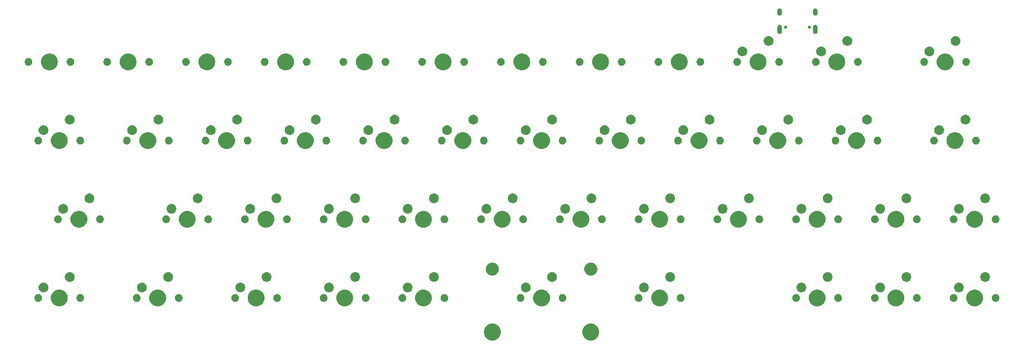
<source format=gbr>
G04 #@! TF.GenerationSoftware,KiCad,Pcbnew,(5.1.4)-1*
G04 #@! TF.CreationDate,2024-08-25T15:45:26-04:00*
G04 #@! TF.ProjectId,smolboi-pcb,736d6f6c-626f-4692-9d70-63622e6b6963,rev?*
G04 #@! TF.SameCoordinates,Original*
G04 #@! TF.FileFunction,Soldermask,Top*
G04 #@! TF.FilePolarity,Negative*
%FSLAX46Y46*%
G04 Gerber Fmt 4.6, Leading zero omitted, Abs format (unit mm)*
G04 Created by KiCad (PCBNEW (5.1.4)-1) date 2024-08-25 15:45:26*
%MOMM*%
%LPD*%
G04 APERTURE LIST*
%ADD10C,0.100000*%
G04 APERTURE END LIST*
D10*
G36*
X299840224Y-112651184D02*
G01*
X300058224Y-112741483D01*
X300212373Y-112805333D01*
X300547298Y-113029123D01*
X300832127Y-113313952D01*
X301055917Y-113648877D01*
X301055917Y-113648878D01*
X301210066Y-114021026D01*
X301288650Y-114416094D01*
X301288650Y-114818906D01*
X301210066Y-115213974D01*
X301119767Y-115431974D01*
X301055917Y-115586123D01*
X300832127Y-115921048D01*
X300547298Y-116205877D01*
X300212373Y-116429667D01*
X300058224Y-116493517D01*
X299840224Y-116583816D01*
X299445156Y-116662400D01*
X299042344Y-116662400D01*
X298647276Y-116583816D01*
X298429276Y-116493517D01*
X298275127Y-116429667D01*
X297940202Y-116205877D01*
X297655373Y-115921048D01*
X297431583Y-115586123D01*
X297367733Y-115431974D01*
X297277434Y-115213974D01*
X297198850Y-114818906D01*
X297198850Y-114416094D01*
X297277434Y-114021026D01*
X297431583Y-113648878D01*
X297431583Y-113648877D01*
X297655373Y-113313952D01*
X297940202Y-113029123D01*
X298275127Y-112805333D01*
X298429276Y-112741483D01*
X298647276Y-112651184D01*
X299042344Y-112572600D01*
X299445156Y-112572600D01*
X299840224Y-112651184D01*
X299840224Y-112651184D01*
G37*
G36*
X276027724Y-112651184D02*
G01*
X276245724Y-112741483D01*
X276399873Y-112805333D01*
X276734798Y-113029123D01*
X277019627Y-113313952D01*
X277243417Y-113648877D01*
X277243417Y-113648878D01*
X277397566Y-114021026D01*
X277476150Y-114416094D01*
X277476150Y-114818906D01*
X277397566Y-115213974D01*
X277307267Y-115431974D01*
X277243417Y-115586123D01*
X277019627Y-115921048D01*
X276734798Y-116205877D01*
X276399873Y-116429667D01*
X276245724Y-116493517D01*
X276027724Y-116583816D01*
X275632656Y-116662400D01*
X275229844Y-116662400D01*
X274834776Y-116583816D01*
X274616776Y-116493517D01*
X274462627Y-116429667D01*
X274127702Y-116205877D01*
X273842873Y-115921048D01*
X273619083Y-115586123D01*
X273555233Y-115431974D01*
X273464934Y-115213974D01*
X273386350Y-114818906D01*
X273386350Y-114416094D01*
X273464934Y-114021026D01*
X273619083Y-113648878D01*
X273619083Y-113648877D01*
X273842873Y-113313952D01*
X274127702Y-113029123D01*
X274462627Y-112805333D01*
X274616776Y-112741483D01*
X274834776Y-112651184D01*
X275229844Y-112572600D01*
X275632656Y-112572600D01*
X276027724Y-112651184D01*
X276027724Y-112651184D01*
G37*
G36*
X392708974Y-104396184D02*
G01*
X392926974Y-104486483D01*
X393081123Y-104550333D01*
X393416048Y-104774123D01*
X393700877Y-105058952D01*
X393924667Y-105393877D01*
X393957062Y-105472086D01*
X394078816Y-105766026D01*
X394157400Y-106161094D01*
X394157400Y-106563906D01*
X394078816Y-106958974D01*
X394027951Y-107081772D01*
X393924667Y-107331123D01*
X393700877Y-107666048D01*
X393416048Y-107950877D01*
X393081123Y-108174667D01*
X392926974Y-108238517D01*
X392708974Y-108328816D01*
X392313906Y-108407400D01*
X391911094Y-108407400D01*
X391516026Y-108328816D01*
X391298026Y-108238517D01*
X391143877Y-108174667D01*
X390808952Y-107950877D01*
X390524123Y-107666048D01*
X390300333Y-107331123D01*
X390197049Y-107081772D01*
X390146184Y-106958974D01*
X390067600Y-106563906D01*
X390067600Y-106161094D01*
X390146184Y-105766026D01*
X390267938Y-105472086D01*
X390300333Y-105393877D01*
X390524123Y-105058952D01*
X390808952Y-104774123D01*
X391143877Y-104550333D01*
X391298026Y-104486483D01*
X391516026Y-104396184D01*
X391911094Y-104317600D01*
X392313906Y-104317600D01*
X392708974Y-104396184D01*
X392708974Y-104396184D01*
G37*
G36*
X373658974Y-104396184D02*
G01*
X373876974Y-104486483D01*
X374031123Y-104550333D01*
X374366048Y-104774123D01*
X374650877Y-105058952D01*
X374874667Y-105393877D01*
X374907062Y-105472086D01*
X375028816Y-105766026D01*
X375107400Y-106161094D01*
X375107400Y-106563906D01*
X375028816Y-106958974D01*
X374977951Y-107081772D01*
X374874667Y-107331123D01*
X374650877Y-107666048D01*
X374366048Y-107950877D01*
X374031123Y-108174667D01*
X373876974Y-108238517D01*
X373658974Y-108328816D01*
X373263906Y-108407400D01*
X372861094Y-108407400D01*
X372466026Y-108328816D01*
X372248026Y-108238517D01*
X372093877Y-108174667D01*
X371758952Y-107950877D01*
X371474123Y-107666048D01*
X371250333Y-107331123D01*
X371147049Y-107081772D01*
X371096184Y-106958974D01*
X371017600Y-106563906D01*
X371017600Y-106161094D01*
X371096184Y-105766026D01*
X371217938Y-105472086D01*
X371250333Y-105393877D01*
X371474123Y-105058952D01*
X371758952Y-104774123D01*
X372093877Y-104550333D01*
X372248026Y-104486483D01*
X372466026Y-104396184D01*
X372861094Y-104317600D01*
X373263906Y-104317600D01*
X373658974Y-104396184D01*
X373658974Y-104396184D01*
G37*
G36*
X354608974Y-104396184D02*
G01*
X354826974Y-104486483D01*
X354981123Y-104550333D01*
X355316048Y-104774123D01*
X355600877Y-105058952D01*
X355824667Y-105393877D01*
X355857062Y-105472086D01*
X355978816Y-105766026D01*
X356057400Y-106161094D01*
X356057400Y-106563906D01*
X355978816Y-106958974D01*
X355927951Y-107081772D01*
X355824667Y-107331123D01*
X355600877Y-107666048D01*
X355316048Y-107950877D01*
X354981123Y-108174667D01*
X354826974Y-108238517D01*
X354608974Y-108328816D01*
X354213906Y-108407400D01*
X353811094Y-108407400D01*
X353416026Y-108328816D01*
X353198026Y-108238517D01*
X353043877Y-108174667D01*
X352708952Y-107950877D01*
X352424123Y-107666048D01*
X352200333Y-107331123D01*
X352097049Y-107081772D01*
X352046184Y-106958974D01*
X351967600Y-106563906D01*
X351967600Y-106161094D01*
X352046184Y-105766026D01*
X352167938Y-105472086D01*
X352200333Y-105393877D01*
X352424123Y-105058952D01*
X352708952Y-104774123D01*
X353043877Y-104550333D01*
X353198026Y-104486483D01*
X353416026Y-104396184D01*
X353811094Y-104317600D01*
X354213906Y-104317600D01*
X354608974Y-104396184D01*
X354608974Y-104396184D01*
G37*
G36*
X287933974Y-104396184D02*
G01*
X288151974Y-104486483D01*
X288306123Y-104550333D01*
X288641048Y-104774123D01*
X288925877Y-105058952D01*
X289149667Y-105393877D01*
X289182062Y-105472086D01*
X289303816Y-105766026D01*
X289382400Y-106161094D01*
X289382400Y-106563906D01*
X289303816Y-106958974D01*
X289252951Y-107081772D01*
X289149667Y-107331123D01*
X288925877Y-107666048D01*
X288641048Y-107950877D01*
X288306123Y-108174667D01*
X288151974Y-108238517D01*
X287933974Y-108328816D01*
X287538906Y-108407400D01*
X287136094Y-108407400D01*
X286741026Y-108328816D01*
X286523026Y-108238517D01*
X286368877Y-108174667D01*
X286033952Y-107950877D01*
X285749123Y-107666048D01*
X285525333Y-107331123D01*
X285422049Y-107081772D01*
X285371184Y-106958974D01*
X285292600Y-106563906D01*
X285292600Y-106161094D01*
X285371184Y-105766026D01*
X285492938Y-105472086D01*
X285525333Y-105393877D01*
X285749123Y-105058952D01*
X286033952Y-104774123D01*
X286368877Y-104550333D01*
X286523026Y-104486483D01*
X286741026Y-104396184D01*
X287136094Y-104317600D01*
X287538906Y-104317600D01*
X287933974Y-104396184D01*
X287933974Y-104396184D01*
G37*
G36*
X218877724Y-104396184D02*
G01*
X219095724Y-104486483D01*
X219249873Y-104550333D01*
X219584798Y-104774123D01*
X219869627Y-105058952D01*
X220093417Y-105393877D01*
X220125812Y-105472086D01*
X220247566Y-105766026D01*
X220326150Y-106161094D01*
X220326150Y-106563906D01*
X220247566Y-106958974D01*
X220196701Y-107081772D01*
X220093417Y-107331123D01*
X219869627Y-107666048D01*
X219584798Y-107950877D01*
X219249873Y-108174667D01*
X219095724Y-108238517D01*
X218877724Y-108328816D01*
X218482656Y-108407400D01*
X218079844Y-108407400D01*
X217684776Y-108328816D01*
X217466776Y-108238517D01*
X217312627Y-108174667D01*
X216977702Y-107950877D01*
X216692873Y-107666048D01*
X216469083Y-107331123D01*
X216365799Y-107081772D01*
X216314934Y-106958974D01*
X216236350Y-106563906D01*
X216236350Y-106161094D01*
X216314934Y-105766026D01*
X216436688Y-105472086D01*
X216469083Y-105393877D01*
X216692873Y-105058952D01*
X216977702Y-104774123D01*
X217312627Y-104550333D01*
X217466776Y-104486483D01*
X217684776Y-104396184D01*
X218079844Y-104317600D01*
X218482656Y-104317600D01*
X218877724Y-104396184D01*
X218877724Y-104396184D01*
G37*
G36*
X195065224Y-104396184D02*
G01*
X195283224Y-104486483D01*
X195437373Y-104550333D01*
X195772298Y-104774123D01*
X196057127Y-105058952D01*
X196280917Y-105393877D01*
X196313312Y-105472086D01*
X196435066Y-105766026D01*
X196513650Y-106161094D01*
X196513650Y-106563906D01*
X196435066Y-106958974D01*
X196384201Y-107081772D01*
X196280917Y-107331123D01*
X196057127Y-107666048D01*
X195772298Y-107950877D01*
X195437373Y-108174667D01*
X195283224Y-108238517D01*
X195065224Y-108328816D01*
X194670156Y-108407400D01*
X194267344Y-108407400D01*
X193872276Y-108328816D01*
X193654276Y-108238517D01*
X193500127Y-108174667D01*
X193165202Y-107950877D01*
X192880373Y-107666048D01*
X192656583Y-107331123D01*
X192553299Y-107081772D01*
X192502434Y-106958974D01*
X192423850Y-106563906D01*
X192423850Y-106161094D01*
X192502434Y-105766026D01*
X192624188Y-105472086D01*
X192656583Y-105393877D01*
X192880373Y-105058952D01*
X193165202Y-104774123D01*
X193500127Y-104550333D01*
X193654276Y-104486483D01*
X193872276Y-104396184D01*
X194267344Y-104317600D01*
X194670156Y-104317600D01*
X195065224Y-104396184D01*
X195065224Y-104396184D01*
G37*
G36*
X316508974Y-104396184D02*
G01*
X316726974Y-104486483D01*
X316881123Y-104550333D01*
X317216048Y-104774123D01*
X317500877Y-105058952D01*
X317724667Y-105393877D01*
X317757062Y-105472086D01*
X317878816Y-105766026D01*
X317957400Y-106161094D01*
X317957400Y-106563906D01*
X317878816Y-106958974D01*
X317827951Y-107081772D01*
X317724667Y-107331123D01*
X317500877Y-107666048D01*
X317216048Y-107950877D01*
X316881123Y-108174667D01*
X316726974Y-108238517D01*
X316508974Y-108328816D01*
X316113906Y-108407400D01*
X315711094Y-108407400D01*
X315316026Y-108328816D01*
X315098026Y-108238517D01*
X314943877Y-108174667D01*
X314608952Y-107950877D01*
X314324123Y-107666048D01*
X314100333Y-107331123D01*
X313997049Y-107081772D01*
X313946184Y-106958974D01*
X313867600Y-106563906D01*
X313867600Y-106161094D01*
X313946184Y-105766026D01*
X314067938Y-105472086D01*
X314100333Y-105393877D01*
X314324123Y-105058952D01*
X314608952Y-104774123D01*
X314943877Y-104550333D01*
X315098026Y-104486483D01*
X315316026Y-104396184D01*
X315711094Y-104317600D01*
X316113906Y-104317600D01*
X316508974Y-104396184D01*
X316508974Y-104396184D01*
G37*
G36*
X171252724Y-104396184D02*
G01*
X171470724Y-104486483D01*
X171624873Y-104550333D01*
X171959798Y-104774123D01*
X172244627Y-105058952D01*
X172468417Y-105393877D01*
X172500812Y-105472086D01*
X172622566Y-105766026D01*
X172701150Y-106161094D01*
X172701150Y-106563906D01*
X172622566Y-106958974D01*
X172571701Y-107081772D01*
X172468417Y-107331123D01*
X172244627Y-107666048D01*
X171959798Y-107950877D01*
X171624873Y-108174667D01*
X171470724Y-108238517D01*
X171252724Y-108328816D01*
X170857656Y-108407400D01*
X170454844Y-108407400D01*
X170059776Y-108328816D01*
X169841776Y-108238517D01*
X169687627Y-108174667D01*
X169352702Y-107950877D01*
X169067873Y-107666048D01*
X168844083Y-107331123D01*
X168740799Y-107081772D01*
X168689934Y-106958974D01*
X168611350Y-106563906D01*
X168611350Y-106161094D01*
X168689934Y-105766026D01*
X168811688Y-105472086D01*
X168844083Y-105393877D01*
X169067873Y-105058952D01*
X169352702Y-104774123D01*
X169687627Y-104550333D01*
X169841776Y-104486483D01*
X170059776Y-104396184D01*
X170454844Y-104317600D01*
X170857656Y-104317600D01*
X171252724Y-104396184D01*
X171252724Y-104396184D01*
G37*
G36*
X240308974Y-104396184D02*
G01*
X240526974Y-104486483D01*
X240681123Y-104550333D01*
X241016048Y-104774123D01*
X241300877Y-105058952D01*
X241524667Y-105393877D01*
X241557062Y-105472086D01*
X241678816Y-105766026D01*
X241757400Y-106161094D01*
X241757400Y-106563906D01*
X241678816Y-106958974D01*
X241627951Y-107081772D01*
X241524667Y-107331123D01*
X241300877Y-107666048D01*
X241016048Y-107950877D01*
X240681123Y-108174667D01*
X240526974Y-108238517D01*
X240308974Y-108328816D01*
X239913906Y-108407400D01*
X239511094Y-108407400D01*
X239116026Y-108328816D01*
X238898026Y-108238517D01*
X238743877Y-108174667D01*
X238408952Y-107950877D01*
X238124123Y-107666048D01*
X237900333Y-107331123D01*
X237797049Y-107081772D01*
X237746184Y-106958974D01*
X237667600Y-106563906D01*
X237667600Y-106161094D01*
X237746184Y-105766026D01*
X237867938Y-105472086D01*
X237900333Y-105393877D01*
X238124123Y-105058952D01*
X238408952Y-104774123D01*
X238743877Y-104550333D01*
X238898026Y-104486483D01*
X239116026Y-104396184D01*
X239511094Y-104317600D01*
X239913906Y-104317600D01*
X240308974Y-104396184D01*
X240308974Y-104396184D01*
G37*
G36*
X259358974Y-104396184D02*
G01*
X259576974Y-104486483D01*
X259731123Y-104550333D01*
X260066048Y-104774123D01*
X260350877Y-105058952D01*
X260574667Y-105393877D01*
X260607062Y-105472086D01*
X260728816Y-105766026D01*
X260807400Y-106161094D01*
X260807400Y-106563906D01*
X260728816Y-106958974D01*
X260677951Y-107081772D01*
X260574667Y-107331123D01*
X260350877Y-107666048D01*
X260066048Y-107950877D01*
X259731123Y-108174667D01*
X259576974Y-108238517D01*
X259358974Y-108328816D01*
X258963906Y-108407400D01*
X258561094Y-108407400D01*
X258166026Y-108328816D01*
X257948026Y-108238517D01*
X257793877Y-108174667D01*
X257458952Y-107950877D01*
X257174123Y-107666048D01*
X256950333Y-107331123D01*
X256847049Y-107081772D01*
X256796184Y-106958974D01*
X256717600Y-106563906D01*
X256717600Y-106161094D01*
X256796184Y-105766026D01*
X256917938Y-105472086D01*
X256950333Y-105393877D01*
X257174123Y-105058952D01*
X257458952Y-104774123D01*
X257793877Y-104550333D01*
X257948026Y-104486483D01*
X258166026Y-104396184D01*
X258561094Y-104317600D01*
X258963906Y-104317600D01*
X259358974Y-104396184D01*
X259358974Y-104396184D01*
G37*
G36*
X234902604Y-105472085D02*
G01*
X235071126Y-105541889D01*
X235222791Y-105643228D01*
X235351772Y-105772209D01*
X235453111Y-105923874D01*
X235522915Y-106092396D01*
X235558500Y-106271297D01*
X235558500Y-106453703D01*
X235522915Y-106632604D01*
X235453111Y-106801126D01*
X235351772Y-106952791D01*
X235222791Y-107081772D01*
X235071126Y-107183111D01*
X234902604Y-107252915D01*
X234723703Y-107288500D01*
X234541297Y-107288500D01*
X234362396Y-107252915D01*
X234193874Y-107183111D01*
X234042209Y-107081772D01*
X233913228Y-106952791D01*
X233811889Y-106801126D01*
X233742085Y-106632604D01*
X233706500Y-106453703D01*
X233706500Y-106271297D01*
X233742085Y-106092396D01*
X233811889Y-105923874D01*
X233913228Y-105772209D01*
X234042209Y-105643228D01*
X234193874Y-105541889D01*
X234362396Y-105472085D01*
X234541297Y-105436500D01*
X234723703Y-105436500D01*
X234902604Y-105472085D01*
X234902604Y-105472085D01*
G37*
G36*
X245062604Y-105472085D02*
G01*
X245231126Y-105541889D01*
X245382791Y-105643228D01*
X245511772Y-105772209D01*
X245613111Y-105923874D01*
X245682915Y-106092396D01*
X245718500Y-106271297D01*
X245718500Y-106453703D01*
X245682915Y-106632604D01*
X245613111Y-106801126D01*
X245511772Y-106952791D01*
X245382791Y-107081772D01*
X245231126Y-107183111D01*
X245062604Y-107252915D01*
X244883703Y-107288500D01*
X244701297Y-107288500D01*
X244522396Y-107252915D01*
X244353874Y-107183111D01*
X244202209Y-107081772D01*
X244073228Y-106952791D01*
X243971889Y-106801126D01*
X243902085Y-106632604D01*
X243866500Y-106453703D01*
X243866500Y-106271297D01*
X243902085Y-106092396D01*
X243971889Y-105923874D01*
X244073228Y-105772209D01*
X244202209Y-105643228D01*
X244353874Y-105541889D01*
X244522396Y-105472085D01*
X244701297Y-105436500D01*
X244883703Y-105436500D01*
X245062604Y-105472085D01*
X245062604Y-105472085D01*
G37*
G36*
X321262604Y-105472085D02*
G01*
X321431126Y-105541889D01*
X321582791Y-105643228D01*
X321711772Y-105772209D01*
X321813111Y-105923874D01*
X321882915Y-106092396D01*
X321918500Y-106271297D01*
X321918500Y-106453703D01*
X321882915Y-106632604D01*
X321813111Y-106801126D01*
X321711772Y-106952791D01*
X321582791Y-107081772D01*
X321431126Y-107183111D01*
X321262604Y-107252915D01*
X321083703Y-107288500D01*
X320901297Y-107288500D01*
X320722396Y-107252915D01*
X320553874Y-107183111D01*
X320402209Y-107081772D01*
X320273228Y-106952791D01*
X320171889Y-106801126D01*
X320102085Y-106632604D01*
X320066500Y-106453703D01*
X320066500Y-106271297D01*
X320102085Y-106092396D01*
X320171889Y-105923874D01*
X320273228Y-105772209D01*
X320402209Y-105643228D01*
X320553874Y-105541889D01*
X320722396Y-105472085D01*
X320901297Y-105436500D01*
X321083703Y-105436500D01*
X321262604Y-105472085D01*
X321262604Y-105472085D01*
G37*
G36*
X311102604Y-105472085D02*
G01*
X311271126Y-105541889D01*
X311422791Y-105643228D01*
X311551772Y-105772209D01*
X311653111Y-105923874D01*
X311722915Y-106092396D01*
X311758500Y-106271297D01*
X311758500Y-106453703D01*
X311722915Y-106632604D01*
X311653111Y-106801126D01*
X311551772Y-106952791D01*
X311422791Y-107081772D01*
X311271126Y-107183111D01*
X311102604Y-107252915D01*
X310923703Y-107288500D01*
X310741297Y-107288500D01*
X310562396Y-107252915D01*
X310393874Y-107183111D01*
X310242209Y-107081772D01*
X310113228Y-106952791D01*
X310011889Y-106801126D01*
X309942085Y-106632604D01*
X309906500Y-106453703D01*
X309906500Y-106271297D01*
X309942085Y-106092396D01*
X310011889Y-105923874D01*
X310113228Y-105772209D01*
X310242209Y-105643228D01*
X310393874Y-105541889D01*
X310562396Y-105472085D01*
X310741297Y-105436500D01*
X310923703Y-105436500D01*
X311102604Y-105472085D01*
X311102604Y-105472085D01*
G37*
G36*
X176006354Y-105472085D02*
G01*
X176174876Y-105541889D01*
X176326541Y-105643228D01*
X176455522Y-105772209D01*
X176556861Y-105923874D01*
X176626665Y-106092396D01*
X176662250Y-106271297D01*
X176662250Y-106453703D01*
X176626665Y-106632604D01*
X176556861Y-106801126D01*
X176455522Y-106952791D01*
X176326541Y-107081772D01*
X176174876Y-107183111D01*
X176006354Y-107252915D01*
X175827453Y-107288500D01*
X175645047Y-107288500D01*
X175466146Y-107252915D01*
X175297624Y-107183111D01*
X175145959Y-107081772D01*
X175016978Y-106952791D01*
X174915639Y-106801126D01*
X174845835Y-106632604D01*
X174810250Y-106453703D01*
X174810250Y-106271297D01*
X174845835Y-106092396D01*
X174915639Y-105923874D01*
X175016978Y-105772209D01*
X175145959Y-105643228D01*
X175297624Y-105541889D01*
X175466146Y-105472085D01*
X175645047Y-105436500D01*
X175827453Y-105436500D01*
X176006354Y-105472085D01*
X176006354Y-105472085D01*
G37*
G36*
X165846354Y-105472085D02*
G01*
X166014876Y-105541889D01*
X166166541Y-105643228D01*
X166295522Y-105772209D01*
X166396861Y-105923874D01*
X166466665Y-106092396D01*
X166502250Y-106271297D01*
X166502250Y-106453703D01*
X166466665Y-106632604D01*
X166396861Y-106801126D01*
X166295522Y-106952791D01*
X166166541Y-107081772D01*
X166014876Y-107183111D01*
X165846354Y-107252915D01*
X165667453Y-107288500D01*
X165485047Y-107288500D01*
X165306146Y-107252915D01*
X165137624Y-107183111D01*
X164985959Y-107081772D01*
X164856978Y-106952791D01*
X164755639Y-106801126D01*
X164685835Y-106632604D01*
X164650250Y-106453703D01*
X164650250Y-106271297D01*
X164685835Y-106092396D01*
X164755639Y-105923874D01*
X164856978Y-105772209D01*
X164985959Y-105643228D01*
X165137624Y-105541889D01*
X165306146Y-105472085D01*
X165485047Y-105436500D01*
X165667453Y-105436500D01*
X165846354Y-105472085D01*
X165846354Y-105472085D01*
G37*
G36*
X199818854Y-105472085D02*
G01*
X199987376Y-105541889D01*
X200139041Y-105643228D01*
X200268022Y-105772209D01*
X200369361Y-105923874D01*
X200439165Y-106092396D01*
X200474750Y-106271297D01*
X200474750Y-106453703D01*
X200439165Y-106632604D01*
X200369361Y-106801126D01*
X200268022Y-106952791D01*
X200139041Y-107081772D01*
X199987376Y-107183111D01*
X199818854Y-107252915D01*
X199639953Y-107288500D01*
X199457547Y-107288500D01*
X199278646Y-107252915D01*
X199110124Y-107183111D01*
X198958459Y-107081772D01*
X198829478Y-106952791D01*
X198728139Y-106801126D01*
X198658335Y-106632604D01*
X198622750Y-106453703D01*
X198622750Y-106271297D01*
X198658335Y-106092396D01*
X198728139Y-105923874D01*
X198829478Y-105772209D01*
X198958459Y-105643228D01*
X199110124Y-105541889D01*
X199278646Y-105472085D01*
X199457547Y-105436500D01*
X199639953Y-105436500D01*
X199818854Y-105472085D01*
X199818854Y-105472085D01*
G37*
G36*
X189658854Y-105472085D02*
G01*
X189827376Y-105541889D01*
X189979041Y-105643228D01*
X190108022Y-105772209D01*
X190209361Y-105923874D01*
X190279165Y-106092396D01*
X190314750Y-106271297D01*
X190314750Y-106453703D01*
X190279165Y-106632604D01*
X190209361Y-106801126D01*
X190108022Y-106952791D01*
X189979041Y-107081772D01*
X189827376Y-107183111D01*
X189658854Y-107252915D01*
X189479953Y-107288500D01*
X189297547Y-107288500D01*
X189118646Y-107252915D01*
X188950124Y-107183111D01*
X188798459Y-107081772D01*
X188669478Y-106952791D01*
X188568139Y-106801126D01*
X188498335Y-106632604D01*
X188462750Y-106453703D01*
X188462750Y-106271297D01*
X188498335Y-106092396D01*
X188568139Y-105923874D01*
X188669478Y-105772209D01*
X188798459Y-105643228D01*
X188950124Y-105541889D01*
X189118646Y-105472085D01*
X189297547Y-105436500D01*
X189479953Y-105436500D01*
X189658854Y-105472085D01*
X189658854Y-105472085D01*
G37*
G36*
X223631354Y-105472085D02*
G01*
X223799876Y-105541889D01*
X223951541Y-105643228D01*
X224080522Y-105772209D01*
X224181861Y-105923874D01*
X224251665Y-106092396D01*
X224287250Y-106271297D01*
X224287250Y-106453703D01*
X224251665Y-106632604D01*
X224181861Y-106801126D01*
X224080522Y-106952791D01*
X223951541Y-107081772D01*
X223799876Y-107183111D01*
X223631354Y-107252915D01*
X223452453Y-107288500D01*
X223270047Y-107288500D01*
X223091146Y-107252915D01*
X222922624Y-107183111D01*
X222770959Y-107081772D01*
X222641978Y-106952791D01*
X222540639Y-106801126D01*
X222470835Y-106632604D01*
X222435250Y-106453703D01*
X222435250Y-106271297D01*
X222470835Y-106092396D01*
X222540639Y-105923874D01*
X222641978Y-105772209D01*
X222770959Y-105643228D01*
X222922624Y-105541889D01*
X223091146Y-105472085D01*
X223270047Y-105436500D01*
X223452453Y-105436500D01*
X223631354Y-105472085D01*
X223631354Y-105472085D01*
G37*
G36*
X213471354Y-105472085D02*
G01*
X213639876Y-105541889D01*
X213791541Y-105643228D01*
X213920522Y-105772209D01*
X214021861Y-105923874D01*
X214091665Y-106092396D01*
X214127250Y-106271297D01*
X214127250Y-106453703D01*
X214091665Y-106632604D01*
X214021861Y-106801126D01*
X213920522Y-106952791D01*
X213791541Y-107081772D01*
X213639876Y-107183111D01*
X213471354Y-107252915D01*
X213292453Y-107288500D01*
X213110047Y-107288500D01*
X212931146Y-107252915D01*
X212762624Y-107183111D01*
X212610959Y-107081772D01*
X212481978Y-106952791D01*
X212380639Y-106801126D01*
X212310835Y-106632604D01*
X212275250Y-106453703D01*
X212275250Y-106271297D01*
X212310835Y-106092396D01*
X212380639Y-105923874D01*
X212481978Y-105772209D01*
X212610959Y-105643228D01*
X212762624Y-105541889D01*
X212931146Y-105472085D01*
X213110047Y-105436500D01*
X213292453Y-105436500D01*
X213471354Y-105472085D01*
X213471354Y-105472085D01*
G37*
G36*
X282527604Y-105472085D02*
G01*
X282696126Y-105541889D01*
X282847791Y-105643228D01*
X282976772Y-105772209D01*
X283078111Y-105923874D01*
X283147915Y-106092396D01*
X283183500Y-106271297D01*
X283183500Y-106453703D01*
X283147915Y-106632604D01*
X283078111Y-106801126D01*
X282976772Y-106952791D01*
X282847791Y-107081772D01*
X282696126Y-107183111D01*
X282527604Y-107252915D01*
X282348703Y-107288500D01*
X282166297Y-107288500D01*
X281987396Y-107252915D01*
X281818874Y-107183111D01*
X281667209Y-107081772D01*
X281538228Y-106952791D01*
X281436889Y-106801126D01*
X281367085Y-106632604D01*
X281331500Y-106453703D01*
X281331500Y-106271297D01*
X281367085Y-106092396D01*
X281436889Y-105923874D01*
X281538228Y-105772209D01*
X281667209Y-105643228D01*
X281818874Y-105541889D01*
X281987396Y-105472085D01*
X282166297Y-105436500D01*
X282348703Y-105436500D01*
X282527604Y-105472085D01*
X282527604Y-105472085D01*
G37*
G36*
X264112604Y-105472085D02*
G01*
X264281126Y-105541889D01*
X264432791Y-105643228D01*
X264561772Y-105772209D01*
X264663111Y-105923874D01*
X264732915Y-106092396D01*
X264768500Y-106271297D01*
X264768500Y-106453703D01*
X264732915Y-106632604D01*
X264663111Y-106801126D01*
X264561772Y-106952791D01*
X264432791Y-107081772D01*
X264281126Y-107183111D01*
X264112604Y-107252915D01*
X263933703Y-107288500D01*
X263751297Y-107288500D01*
X263572396Y-107252915D01*
X263403874Y-107183111D01*
X263252209Y-107081772D01*
X263123228Y-106952791D01*
X263021889Y-106801126D01*
X262952085Y-106632604D01*
X262916500Y-106453703D01*
X262916500Y-106271297D01*
X262952085Y-106092396D01*
X263021889Y-105923874D01*
X263123228Y-105772209D01*
X263252209Y-105643228D01*
X263403874Y-105541889D01*
X263572396Y-105472085D01*
X263751297Y-105436500D01*
X263933703Y-105436500D01*
X264112604Y-105472085D01*
X264112604Y-105472085D01*
G37*
G36*
X359362604Y-105472085D02*
G01*
X359531126Y-105541889D01*
X359682791Y-105643228D01*
X359811772Y-105772209D01*
X359913111Y-105923874D01*
X359982915Y-106092396D01*
X360018500Y-106271297D01*
X360018500Y-106453703D01*
X359982915Y-106632604D01*
X359913111Y-106801126D01*
X359811772Y-106952791D01*
X359682791Y-107081772D01*
X359531126Y-107183111D01*
X359362604Y-107252915D01*
X359183703Y-107288500D01*
X359001297Y-107288500D01*
X358822396Y-107252915D01*
X358653874Y-107183111D01*
X358502209Y-107081772D01*
X358373228Y-106952791D01*
X358271889Y-106801126D01*
X358202085Y-106632604D01*
X358166500Y-106453703D01*
X358166500Y-106271297D01*
X358202085Y-106092396D01*
X358271889Y-105923874D01*
X358373228Y-105772209D01*
X358502209Y-105643228D01*
X358653874Y-105541889D01*
X358822396Y-105472085D01*
X359001297Y-105436500D01*
X359183703Y-105436500D01*
X359362604Y-105472085D01*
X359362604Y-105472085D01*
G37*
G36*
X387302604Y-105472085D02*
G01*
X387471126Y-105541889D01*
X387622791Y-105643228D01*
X387751772Y-105772209D01*
X387853111Y-105923874D01*
X387922915Y-106092396D01*
X387958500Y-106271297D01*
X387958500Y-106453703D01*
X387922915Y-106632604D01*
X387853111Y-106801126D01*
X387751772Y-106952791D01*
X387622791Y-107081772D01*
X387471126Y-107183111D01*
X387302604Y-107252915D01*
X387123703Y-107288500D01*
X386941297Y-107288500D01*
X386762396Y-107252915D01*
X386593874Y-107183111D01*
X386442209Y-107081772D01*
X386313228Y-106952791D01*
X386211889Y-106801126D01*
X386142085Y-106632604D01*
X386106500Y-106453703D01*
X386106500Y-106271297D01*
X386142085Y-106092396D01*
X386211889Y-105923874D01*
X386313228Y-105772209D01*
X386442209Y-105643228D01*
X386593874Y-105541889D01*
X386762396Y-105472085D01*
X386941297Y-105436500D01*
X387123703Y-105436500D01*
X387302604Y-105472085D01*
X387302604Y-105472085D01*
G37*
G36*
X349202604Y-105472085D02*
G01*
X349371126Y-105541889D01*
X349522791Y-105643228D01*
X349651772Y-105772209D01*
X349753111Y-105923874D01*
X349822915Y-106092396D01*
X349858500Y-106271297D01*
X349858500Y-106453703D01*
X349822915Y-106632604D01*
X349753111Y-106801126D01*
X349651772Y-106952791D01*
X349522791Y-107081772D01*
X349371126Y-107183111D01*
X349202604Y-107252915D01*
X349023703Y-107288500D01*
X348841297Y-107288500D01*
X348662396Y-107252915D01*
X348493874Y-107183111D01*
X348342209Y-107081772D01*
X348213228Y-106952791D01*
X348111889Y-106801126D01*
X348042085Y-106632604D01*
X348006500Y-106453703D01*
X348006500Y-106271297D01*
X348042085Y-106092396D01*
X348111889Y-105923874D01*
X348213228Y-105772209D01*
X348342209Y-105643228D01*
X348493874Y-105541889D01*
X348662396Y-105472085D01*
X348841297Y-105436500D01*
X349023703Y-105436500D01*
X349202604Y-105472085D01*
X349202604Y-105472085D01*
G37*
G36*
X397462604Y-105472085D02*
G01*
X397631126Y-105541889D01*
X397782791Y-105643228D01*
X397911772Y-105772209D01*
X398013111Y-105923874D01*
X398082915Y-106092396D01*
X398118500Y-106271297D01*
X398118500Y-106453703D01*
X398082915Y-106632604D01*
X398013111Y-106801126D01*
X397911772Y-106952791D01*
X397782791Y-107081772D01*
X397631126Y-107183111D01*
X397462604Y-107252915D01*
X397283703Y-107288500D01*
X397101297Y-107288500D01*
X396922396Y-107252915D01*
X396753874Y-107183111D01*
X396602209Y-107081772D01*
X396473228Y-106952791D01*
X396371889Y-106801126D01*
X396302085Y-106632604D01*
X396266500Y-106453703D01*
X396266500Y-106271297D01*
X396302085Y-106092396D01*
X396371889Y-105923874D01*
X396473228Y-105772209D01*
X396602209Y-105643228D01*
X396753874Y-105541889D01*
X396922396Y-105472085D01*
X397101297Y-105436500D01*
X397283703Y-105436500D01*
X397462604Y-105472085D01*
X397462604Y-105472085D01*
G37*
G36*
X378412604Y-105472085D02*
G01*
X378581126Y-105541889D01*
X378732791Y-105643228D01*
X378861772Y-105772209D01*
X378963111Y-105923874D01*
X379032915Y-106092396D01*
X379068500Y-106271297D01*
X379068500Y-106453703D01*
X379032915Y-106632604D01*
X378963111Y-106801126D01*
X378861772Y-106952791D01*
X378732791Y-107081772D01*
X378581126Y-107183111D01*
X378412604Y-107252915D01*
X378233703Y-107288500D01*
X378051297Y-107288500D01*
X377872396Y-107252915D01*
X377703874Y-107183111D01*
X377552209Y-107081772D01*
X377423228Y-106952791D01*
X377321889Y-106801126D01*
X377252085Y-106632604D01*
X377216500Y-106453703D01*
X377216500Y-106271297D01*
X377252085Y-106092396D01*
X377321889Y-105923874D01*
X377423228Y-105772209D01*
X377552209Y-105643228D01*
X377703874Y-105541889D01*
X377872396Y-105472085D01*
X378051297Y-105436500D01*
X378233703Y-105436500D01*
X378412604Y-105472085D01*
X378412604Y-105472085D01*
G37*
G36*
X368252604Y-105472085D02*
G01*
X368421126Y-105541889D01*
X368572791Y-105643228D01*
X368701772Y-105772209D01*
X368803111Y-105923874D01*
X368872915Y-106092396D01*
X368908500Y-106271297D01*
X368908500Y-106453703D01*
X368872915Y-106632604D01*
X368803111Y-106801126D01*
X368701772Y-106952791D01*
X368572791Y-107081772D01*
X368421126Y-107183111D01*
X368252604Y-107252915D01*
X368073703Y-107288500D01*
X367891297Y-107288500D01*
X367712396Y-107252915D01*
X367543874Y-107183111D01*
X367392209Y-107081772D01*
X367263228Y-106952791D01*
X367161889Y-106801126D01*
X367092085Y-106632604D01*
X367056500Y-106453703D01*
X367056500Y-106271297D01*
X367092085Y-106092396D01*
X367161889Y-105923874D01*
X367263228Y-105772209D01*
X367392209Y-105643228D01*
X367543874Y-105541889D01*
X367712396Y-105472085D01*
X367891297Y-105436500D01*
X368073703Y-105436500D01*
X368252604Y-105472085D01*
X368252604Y-105472085D01*
G37*
G36*
X253952604Y-105472085D02*
G01*
X254121126Y-105541889D01*
X254272791Y-105643228D01*
X254401772Y-105772209D01*
X254503111Y-105923874D01*
X254572915Y-106092396D01*
X254608500Y-106271297D01*
X254608500Y-106453703D01*
X254572915Y-106632604D01*
X254503111Y-106801126D01*
X254401772Y-106952791D01*
X254272791Y-107081772D01*
X254121126Y-107183111D01*
X253952604Y-107252915D01*
X253773703Y-107288500D01*
X253591297Y-107288500D01*
X253412396Y-107252915D01*
X253243874Y-107183111D01*
X253092209Y-107081772D01*
X252963228Y-106952791D01*
X252861889Y-106801126D01*
X252792085Y-106632604D01*
X252756500Y-106453703D01*
X252756500Y-106271297D01*
X252792085Y-106092396D01*
X252861889Y-105923874D01*
X252963228Y-105772209D01*
X253092209Y-105643228D01*
X253243874Y-105541889D01*
X253412396Y-105472085D01*
X253591297Y-105436500D01*
X253773703Y-105436500D01*
X253952604Y-105472085D01*
X253952604Y-105472085D01*
G37*
G36*
X292687604Y-105472085D02*
G01*
X292856126Y-105541889D01*
X293007791Y-105643228D01*
X293136772Y-105772209D01*
X293238111Y-105923874D01*
X293307915Y-106092396D01*
X293343500Y-106271297D01*
X293343500Y-106453703D01*
X293307915Y-106632604D01*
X293238111Y-106801126D01*
X293136772Y-106952791D01*
X293007791Y-107081772D01*
X292856126Y-107183111D01*
X292687604Y-107252915D01*
X292508703Y-107288500D01*
X292326297Y-107288500D01*
X292147396Y-107252915D01*
X291978874Y-107183111D01*
X291827209Y-107081772D01*
X291698228Y-106952791D01*
X291596889Y-106801126D01*
X291527085Y-106632604D01*
X291491500Y-106453703D01*
X291491500Y-106271297D01*
X291527085Y-106092396D01*
X291596889Y-105923874D01*
X291698228Y-105772209D01*
X291827209Y-105643228D01*
X291978874Y-105541889D01*
X292147396Y-105472085D01*
X292326297Y-105436500D01*
X292508703Y-105436500D01*
X292687604Y-105472085D01*
X292687604Y-105472085D01*
G37*
G36*
X167037810Y-102661564D02*
G01*
X167189277Y-102691693D01*
X167403295Y-102780342D01*
X167403296Y-102780343D01*
X167595904Y-102909039D01*
X167759711Y-103072846D01*
X167845508Y-103201251D01*
X167888408Y-103265455D01*
X167977057Y-103479473D01*
X168022250Y-103706674D01*
X168022250Y-103938326D01*
X167977057Y-104165527D01*
X167888408Y-104379545D01*
X167888407Y-104379546D01*
X167759711Y-104572154D01*
X167595904Y-104735961D01*
X167538790Y-104774123D01*
X167403295Y-104864658D01*
X167189277Y-104953307D01*
X167037810Y-104983436D01*
X166962077Y-104998500D01*
X166730423Y-104998500D01*
X166654690Y-104983436D01*
X166503223Y-104953307D01*
X166289205Y-104864658D01*
X166153710Y-104774123D01*
X166096596Y-104735961D01*
X165932789Y-104572154D01*
X165804093Y-104379546D01*
X165804092Y-104379545D01*
X165715443Y-104165527D01*
X165670250Y-103938326D01*
X165670250Y-103706674D01*
X165715443Y-103479473D01*
X165804092Y-103265455D01*
X165846992Y-103201251D01*
X165932789Y-103072846D01*
X166096596Y-102909039D01*
X166289204Y-102780343D01*
X166289205Y-102780342D01*
X166503223Y-102691693D01*
X166654690Y-102661564D01*
X166730423Y-102646500D01*
X166962077Y-102646500D01*
X167037810Y-102661564D01*
X167037810Y-102661564D01*
G37*
G36*
X255144060Y-102661564D02*
G01*
X255295527Y-102691693D01*
X255509545Y-102780342D01*
X255509546Y-102780343D01*
X255702154Y-102909039D01*
X255865961Y-103072846D01*
X255951758Y-103201251D01*
X255994658Y-103265455D01*
X256083307Y-103479473D01*
X256128500Y-103706674D01*
X256128500Y-103938326D01*
X256083307Y-104165527D01*
X255994658Y-104379545D01*
X255994657Y-104379546D01*
X255865961Y-104572154D01*
X255702154Y-104735961D01*
X255645040Y-104774123D01*
X255509545Y-104864658D01*
X255295527Y-104953307D01*
X255144060Y-104983436D01*
X255068327Y-104998500D01*
X254836673Y-104998500D01*
X254760940Y-104983436D01*
X254609473Y-104953307D01*
X254395455Y-104864658D01*
X254259960Y-104774123D01*
X254202846Y-104735961D01*
X254039039Y-104572154D01*
X253910343Y-104379546D01*
X253910342Y-104379545D01*
X253821693Y-104165527D01*
X253776500Y-103938326D01*
X253776500Y-103706674D01*
X253821693Y-103479473D01*
X253910342Y-103265455D01*
X253953242Y-103201251D01*
X254039039Y-103072846D01*
X254202846Y-102909039D01*
X254395454Y-102780343D01*
X254395455Y-102780342D01*
X254609473Y-102691693D01*
X254760940Y-102661564D01*
X254836673Y-102646500D01*
X255068327Y-102646500D01*
X255144060Y-102661564D01*
X255144060Y-102661564D01*
G37*
G36*
X190850310Y-102661564D02*
G01*
X191001777Y-102691693D01*
X191215795Y-102780342D01*
X191215796Y-102780343D01*
X191408404Y-102909039D01*
X191572211Y-103072846D01*
X191658008Y-103201251D01*
X191700908Y-103265455D01*
X191789557Y-103479473D01*
X191834750Y-103706674D01*
X191834750Y-103938326D01*
X191789557Y-104165527D01*
X191700908Y-104379545D01*
X191700907Y-104379546D01*
X191572211Y-104572154D01*
X191408404Y-104735961D01*
X191351290Y-104774123D01*
X191215795Y-104864658D01*
X191001777Y-104953307D01*
X190850310Y-104983436D01*
X190774577Y-104998500D01*
X190542923Y-104998500D01*
X190467190Y-104983436D01*
X190315723Y-104953307D01*
X190101705Y-104864658D01*
X189966210Y-104774123D01*
X189909096Y-104735961D01*
X189745289Y-104572154D01*
X189616593Y-104379546D01*
X189616592Y-104379545D01*
X189527943Y-104165527D01*
X189482750Y-103938326D01*
X189482750Y-103706674D01*
X189527943Y-103479473D01*
X189616592Y-103265455D01*
X189659492Y-103201251D01*
X189745289Y-103072846D01*
X189909096Y-102909039D01*
X190101704Y-102780343D01*
X190101705Y-102780342D01*
X190315723Y-102691693D01*
X190467190Y-102661564D01*
X190542923Y-102646500D01*
X190774577Y-102646500D01*
X190850310Y-102661564D01*
X190850310Y-102661564D01*
G37*
G36*
X350394060Y-102661564D02*
G01*
X350545527Y-102691693D01*
X350759545Y-102780342D01*
X350759546Y-102780343D01*
X350952154Y-102909039D01*
X351115961Y-103072846D01*
X351201758Y-103201251D01*
X351244658Y-103265455D01*
X351333307Y-103479473D01*
X351378500Y-103706674D01*
X351378500Y-103938326D01*
X351333307Y-104165527D01*
X351244658Y-104379545D01*
X351244657Y-104379546D01*
X351115961Y-104572154D01*
X350952154Y-104735961D01*
X350895040Y-104774123D01*
X350759545Y-104864658D01*
X350545527Y-104953307D01*
X350394060Y-104983436D01*
X350318327Y-104998500D01*
X350086673Y-104998500D01*
X350010940Y-104983436D01*
X349859473Y-104953307D01*
X349645455Y-104864658D01*
X349509960Y-104774123D01*
X349452846Y-104735961D01*
X349289039Y-104572154D01*
X349160343Y-104379546D01*
X349160342Y-104379545D01*
X349071693Y-104165527D01*
X349026500Y-103938326D01*
X349026500Y-103706674D01*
X349071693Y-103479473D01*
X349160342Y-103265455D01*
X349203242Y-103201251D01*
X349289039Y-103072846D01*
X349452846Y-102909039D01*
X349645454Y-102780343D01*
X349645455Y-102780342D01*
X349859473Y-102691693D01*
X350010940Y-102661564D01*
X350086673Y-102646500D01*
X350318327Y-102646500D01*
X350394060Y-102661564D01*
X350394060Y-102661564D01*
G37*
G36*
X283719060Y-102661564D02*
G01*
X283870527Y-102691693D01*
X284084545Y-102780342D01*
X284084546Y-102780343D01*
X284277154Y-102909039D01*
X284440961Y-103072846D01*
X284526758Y-103201251D01*
X284569658Y-103265455D01*
X284658307Y-103479473D01*
X284703500Y-103706674D01*
X284703500Y-103938326D01*
X284658307Y-104165527D01*
X284569658Y-104379545D01*
X284569657Y-104379546D01*
X284440961Y-104572154D01*
X284277154Y-104735961D01*
X284220040Y-104774123D01*
X284084545Y-104864658D01*
X283870527Y-104953307D01*
X283719060Y-104983436D01*
X283643327Y-104998500D01*
X283411673Y-104998500D01*
X283335940Y-104983436D01*
X283184473Y-104953307D01*
X282970455Y-104864658D01*
X282834960Y-104774123D01*
X282777846Y-104735961D01*
X282614039Y-104572154D01*
X282485343Y-104379546D01*
X282485342Y-104379545D01*
X282396693Y-104165527D01*
X282351500Y-103938326D01*
X282351500Y-103706674D01*
X282396693Y-103479473D01*
X282485342Y-103265455D01*
X282528242Y-103201251D01*
X282614039Y-103072846D01*
X282777846Y-102909039D01*
X282970454Y-102780343D01*
X282970455Y-102780342D01*
X283184473Y-102691693D01*
X283335940Y-102661564D01*
X283411673Y-102646500D01*
X283643327Y-102646500D01*
X283719060Y-102661564D01*
X283719060Y-102661564D01*
G37*
G36*
X388494060Y-102661564D02*
G01*
X388645527Y-102691693D01*
X388859545Y-102780342D01*
X388859546Y-102780343D01*
X389052154Y-102909039D01*
X389215961Y-103072846D01*
X389301758Y-103201251D01*
X389344658Y-103265455D01*
X389433307Y-103479473D01*
X389478500Y-103706674D01*
X389478500Y-103938326D01*
X389433307Y-104165527D01*
X389344658Y-104379545D01*
X389344657Y-104379546D01*
X389215961Y-104572154D01*
X389052154Y-104735961D01*
X388995040Y-104774123D01*
X388859545Y-104864658D01*
X388645527Y-104953307D01*
X388494060Y-104983436D01*
X388418327Y-104998500D01*
X388186673Y-104998500D01*
X388110940Y-104983436D01*
X387959473Y-104953307D01*
X387745455Y-104864658D01*
X387609960Y-104774123D01*
X387552846Y-104735961D01*
X387389039Y-104572154D01*
X387260343Y-104379546D01*
X387260342Y-104379545D01*
X387171693Y-104165527D01*
X387126500Y-103938326D01*
X387126500Y-103706674D01*
X387171693Y-103479473D01*
X387260342Y-103265455D01*
X387303242Y-103201251D01*
X387389039Y-103072846D01*
X387552846Y-102909039D01*
X387745454Y-102780343D01*
X387745455Y-102780342D01*
X387959473Y-102691693D01*
X388110940Y-102661564D01*
X388186673Y-102646500D01*
X388418327Y-102646500D01*
X388494060Y-102661564D01*
X388494060Y-102661564D01*
G37*
G36*
X236094060Y-102661564D02*
G01*
X236245527Y-102691693D01*
X236459545Y-102780342D01*
X236459546Y-102780343D01*
X236652154Y-102909039D01*
X236815961Y-103072846D01*
X236901758Y-103201251D01*
X236944658Y-103265455D01*
X237033307Y-103479473D01*
X237078500Y-103706674D01*
X237078500Y-103938326D01*
X237033307Y-104165527D01*
X236944658Y-104379545D01*
X236944657Y-104379546D01*
X236815961Y-104572154D01*
X236652154Y-104735961D01*
X236595040Y-104774123D01*
X236459545Y-104864658D01*
X236245527Y-104953307D01*
X236094060Y-104983436D01*
X236018327Y-104998500D01*
X235786673Y-104998500D01*
X235710940Y-104983436D01*
X235559473Y-104953307D01*
X235345455Y-104864658D01*
X235209960Y-104774123D01*
X235152846Y-104735961D01*
X234989039Y-104572154D01*
X234860343Y-104379546D01*
X234860342Y-104379545D01*
X234771693Y-104165527D01*
X234726500Y-103938326D01*
X234726500Y-103706674D01*
X234771693Y-103479473D01*
X234860342Y-103265455D01*
X234903242Y-103201251D01*
X234989039Y-103072846D01*
X235152846Y-102909039D01*
X235345454Y-102780343D01*
X235345455Y-102780342D01*
X235559473Y-102691693D01*
X235710940Y-102661564D01*
X235786673Y-102646500D01*
X236018327Y-102646500D01*
X236094060Y-102661564D01*
X236094060Y-102661564D01*
G37*
G36*
X214662810Y-102661564D02*
G01*
X214814277Y-102691693D01*
X215028295Y-102780342D01*
X215028296Y-102780343D01*
X215220904Y-102909039D01*
X215384711Y-103072846D01*
X215470508Y-103201251D01*
X215513408Y-103265455D01*
X215602057Y-103479473D01*
X215647250Y-103706674D01*
X215647250Y-103938326D01*
X215602057Y-104165527D01*
X215513408Y-104379545D01*
X215513407Y-104379546D01*
X215384711Y-104572154D01*
X215220904Y-104735961D01*
X215163790Y-104774123D01*
X215028295Y-104864658D01*
X214814277Y-104953307D01*
X214662810Y-104983436D01*
X214587077Y-104998500D01*
X214355423Y-104998500D01*
X214279690Y-104983436D01*
X214128223Y-104953307D01*
X213914205Y-104864658D01*
X213778710Y-104774123D01*
X213721596Y-104735961D01*
X213557789Y-104572154D01*
X213429093Y-104379546D01*
X213429092Y-104379545D01*
X213340443Y-104165527D01*
X213295250Y-103938326D01*
X213295250Y-103706674D01*
X213340443Y-103479473D01*
X213429092Y-103265455D01*
X213471992Y-103201251D01*
X213557789Y-103072846D01*
X213721596Y-102909039D01*
X213914204Y-102780343D01*
X213914205Y-102780342D01*
X214128223Y-102691693D01*
X214279690Y-102661564D01*
X214355423Y-102646500D01*
X214587077Y-102646500D01*
X214662810Y-102661564D01*
X214662810Y-102661564D01*
G37*
G36*
X312294060Y-102661564D02*
G01*
X312445527Y-102691693D01*
X312659545Y-102780342D01*
X312659546Y-102780343D01*
X312852154Y-102909039D01*
X313015961Y-103072846D01*
X313101758Y-103201251D01*
X313144658Y-103265455D01*
X313233307Y-103479473D01*
X313278500Y-103706674D01*
X313278500Y-103938326D01*
X313233307Y-104165527D01*
X313144658Y-104379545D01*
X313144657Y-104379546D01*
X313015961Y-104572154D01*
X312852154Y-104735961D01*
X312795040Y-104774123D01*
X312659545Y-104864658D01*
X312445527Y-104953307D01*
X312294060Y-104983436D01*
X312218327Y-104998500D01*
X311986673Y-104998500D01*
X311910940Y-104983436D01*
X311759473Y-104953307D01*
X311545455Y-104864658D01*
X311409960Y-104774123D01*
X311352846Y-104735961D01*
X311189039Y-104572154D01*
X311060343Y-104379546D01*
X311060342Y-104379545D01*
X310971693Y-104165527D01*
X310926500Y-103938326D01*
X310926500Y-103706674D01*
X310971693Y-103479473D01*
X311060342Y-103265455D01*
X311103242Y-103201251D01*
X311189039Y-103072846D01*
X311352846Y-102909039D01*
X311545454Y-102780343D01*
X311545455Y-102780342D01*
X311759473Y-102691693D01*
X311910940Y-102661564D01*
X311986673Y-102646500D01*
X312218327Y-102646500D01*
X312294060Y-102661564D01*
X312294060Y-102661564D01*
G37*
G36*
X369444060Y-102661564D02*
G01*
X369595527Y-102691693D01*
X369809545Y-102780342D01*
X369809546Y-102780343D01*
X370002154Y-102909039D01*
X370165961Y-103072846D01*
X370251758Y-103201251D01*
X370294658Y-103265455D01*
X370383307Y-103479473D01*
X370428500Y-103706674D01*
X370428500Y-103938326D01*
X370383307Y-104165527D01*
X370294658Y-104379545D01*
X370294657Y-104379546D01*
X370165961Y-104572154D01*
X370002154Y-104735961D01*
X369945040Y-104774123D01*
X369809545Y-104864658D01*
X369595527Y-104953307D01*
X369444060Y-104983436D01*
X369368327Y-104998500D01*
X369136673Y-104998500D01*
X369060940Y-104983436D01*
X368909473Y-104953307D01*
X368695455Y-104864658D01*
X368559960Y-104774123D01*
X368502846Y-104735961D01*
X368339039Y-104572154D01*
X368210343Y-104379546D01*
X368210342Y-104379545D01*
X368121693Y-104165527D01*
X368076500Y-103938326D01*
X368076500Y-103706674D01*
X368121693Y-103479473D01*
X368210342Y-103265455D01*
X368253242Y-103201251D01*
X368339039Y-103072846D01*
X368502846Y-102909039D01*
X368695454Y-102780343D01*
X368695455Y-102780342D01*
X368909473Y-102691693D01*
X369060940Y-102661564D01*
X369136673Y-102646500D01*
X369368327Y-102646500D01*
X369444060Y-102661564D01*
X369444060Y-102661564D01*
G37*
G36*
X290069060Y-100121564D02*
G01*
X290220527Y-100151693D01*
X290434545Y-100240342D01*
X290434546Y-100240343D01*
X290627154Y-100369039D01*
X290790961Y-100532846D01*
X290876758Y-100661251D01*
X290919658Y-100725455D01*
X291008307Y-100939473D01*
X291053500Y-101166674D01*
X291053500Y-101398326D01*
X291008307Y-101625527D01*
X290919658Y-101839545D01*
X290919657Y-101839546D01*
X290790961Y-102032154D01*
X290627154Y-102195961D01*
X290498749Y-102281758D01*
X290434545Y-102324658D01*
X290220527Y-102413307D01*
X290069060Y-102443436D01*
X289993327Y-102458500D01*
X289761673Y-102458500D01*
X289685940Y-102443436D01*
X289534473Y-102413307D01*
X289320455Y-102324658D01*
X289256251Y-102281758D01*
X289127846Y-102195961D01*
X288964039Y-102032154D01*
X288835343Y-101839546D01*
X288835342Y-101839545D01*
X288746693Y-101625527D01*
X288701500Y-101398326D01*
X288701500Y-101166674D01*
X288746693Y-100939473D01*
X288835342Y-100725455D01*
X288878242Y-100661251D01*
X288964039Y-100532846D01*
X289127846Y-100369039D01*
X289320454Y-100240343D01*
X289320455Y-100240342D01*
X289534473Y-100151693D01*
X289685940Y-100121564D01*
X289761673Y-100106500D01*
X289993327Y-100106500D01*
X290069060Y-100121564D01*
X290069060Y-100121564D01*
G37*
G36*
X394844060Y-100121564D02*
G01*
X394995527Y-100151693D01*
X395209545Y-100240342D01*
X395209546Y-100240343D01*
X395402154Y-100369039D01*
X395565961Y-100532846D01*
X395651758Y-100661251D01*
X395694658Y-100725455D01*
X395783307Y-100939473D01*
X395828500Y-101166674D01*
X395828500Y-101398326D01*
X395783307Y-101625527D01*
X395694658Y-101839545D01*
X395694657Y-101839546D01*
X395565961Y-102032154D01*
X395402154Y-102195961D01*
X395273749Y-102281758D01*
X395209545Y-102324658D01*
X394995527Y-102413307D01*
X394844060Y-102443436D01*
X394768327Y-102458500D01*
X394536673Y-102458500D01*
X394460940Y-102443436D01*
X394309473Y-102413307D01*
X394095455Y-102324658D01*
X394031251Y-102281758D01*
X393902846Y-102195961D01*
X393739039Y-102032154D01*
X393610343Y-101839546D01*
X393610342Y-101839545D01*
X393521693Y-101625527D01*
X393476500Y-101398326D01*
X393476500Y-101166674D01*
X393521693Y-100939473D01*
X393610342Y-100725455D01*
X393653242Y-100661251D01*
X393739039Y-100532846D01*
X393902846Y-100369039D01*
X394095454Y-100240343D01*
X394095455Y-100240342D01*
X394309473Y-100151693D01*
X394460940Y-100121564D01*
X394536673Y-100106500D01*
X394768327Y-100106500D01*
X394844060Y-100121564D01*
X394844060Y-100121564D01*
G37*
G36*
X375794060Y-100121564D02*
G01*
X375945527Y-100151693D01*
X376159545Y-100240342D01*
X376159546Y-100240343D01*
X376352154Y-100369039D01*
X376515961Y-100532846D01*
X376601758Y-100661251D01*
X376644658Y-100725455D01*
X376733307Y-100939473D01*
X376778500Y-101166674D01*
X376778500Y-101398326D01*
X376733307Y-101625527D01*
X376644658Y-101839545D01*
X376644657Y-101839546D01*
X376515961Y-102032154D01*
X376352154Y-102195961D01*
X376223749Y-102281758D01*
X376159545Y-102324658D01*
X375945527Y-102413307D01*
X375794060Y-102443436D01*
X375718327Y-102458500D01*
X375486673Y-102458500D01*
X375410940Y-102443436D01*
X375259473Y-102413307D01*
X375045455Y-102324658D01*
X374981251Y-102281758D01*
X374852846Y-102195961D01*
X374689039Y-102032154D01*
X374560343Y-101839546D01*
X374560342Y-101839545D01*
X374471693Y-101625527D01*
X374426500Y-101398326D01*
X374426500Y-101166674D01*
X374471693Y-100939473D01*
X374560342Y-100725455D01*
X374603242Y-100661251D01*
X374689039Y-100532846D01*
X374852846Y-100369039D01*
X375045454Y-100240343D01*
X375045455Y-100240342D01*
X375259473Y-100151693D01*
X375410940Y-100121564D01*
X375486673Y-100106500D01*
X375718327Y-100106500D01*
X375794060Y-100121564D01*
X375794060Y-100121564D01*
G37*
G36*
X356744060Y-100121564D02*
G01*
X356895527Y-100151693D01*
X357109545Y-100240342D01*
X357109546Y-100240343D01*
X357302154Y-100369039D01*
X357465961Y-100532846D01*
X357551758Y-100661251D01*
X357594658Y-100725455D01*
X357683307Y-100939473D01*
X357728500Y-101166674D01*
X357728500Y-101398326D01*
X357683307Y-101625527D01*
X357594658Y-101839545D01*
X357594657Y-101839546D01*
X357465961Y-102032154D01*
X357302154Y-102195961D01*
X357173749Y-102281758D01*
X357109545Y-102324658D01*
X356895527Y-102413307D01*
X356744060Y-102443436D01*
X356668327Y-102458500D01*
X356436673Y-102458500D01*
X356360940Y-102443436D01*
X356209473Y-102413307D01*
X355995455Y-102324658D01*
X355931251Y-102281758D01*
X355802846Y-102195961D01*
X355639039Y-102032154D01*
X355510343Y-101839546D01*
X355510342Y-101839545D01*
X355421693Y-101625527D01*
X355376500Y-101398326D01*
X355376500Y-101166674D01*
X355421693Y-100939473D01*
X355510342Y-100725455D01*
X355553242Y-100661251D01*
X355639039Y-100532846D01*
X355802846Y-100369039D01*
X355995454Y-100240343D01*
X355995455Y-100240342D01*
X356209473Y-100151693D01*
X356360940Y-100121564D01*
X356436673Y-100106500D01*
X356668327Y-100106500D01*
X356744060Y-100121564D01*
X356744060Y-100121564D01*
G37*
G36*
X261494060Y-100121564D02*
G01*
X261645527Y-100151693D01*
X261859545Y-100240342D01*
X261859546Y-100240343D01*
X262052154Y-100369039D01*
X262215961Y-100532846D01*
X262301758Y-100661251D01*
X262344658Y-100725455D01*
X262433307Y-100939473D01*
X262478500Y-101166674D01*
X262478500Y-101398326D01*
X262433307Y-101625527D01*
X262344658Y-101839545D01*
X262344657Y-101839546D01*
X262215961Y-102032154D01*
X262052154Y-102195961D01*
X261923749Y-102281758D01*
X261859545Y-102324658D01*
X261645527Y-102413307D01*
X261494060Y-102443436D01*
X261418327Y-102458500D01*
X261186673Y-102458500D01*
X261110940Y-102443436D01*
X260959473Y-102413307D01*
X260745455Y-102324658D01*
X260681251Y-102281758D01*
X260552846Y-102195961D01*
X260389039Y-102032154D01*
X260260343Y-101839546D01*
X260260342Y-101839545D01*
X260171693Y-101625527D01*
X260126500Y-101398326D01*
X260126500Y-101166674D01*
X260171693Y-100939473D01*
X260260342Y-100725455D01*
X260303242Y-100661251D01*
X260389039Y-100532846D01*
X260552846Y-100369039D01*
X260745454Y-100240343D01*
X260745455Y-100240342D01*
X260959473Y-100151693D01*
X261110940Y-100121564D01*
X261186673Y-100106500D01*
X261418327Y-100106500D01*
X261494060Y-100121564D01*
X261494060Y-100121564D01*
G37*
G36*
X221012810Y-100121564D02*
G01*
X221164277Y-100151693D01*
X221378295Y-100240342D01*
X221378296Y-100240343D01*
X221570904Y-100369039D01*
X221734711Y-100532846D01*
X221820508Y-100661251D01*
X221863408Y-100725455D01*
X221952057Y-100939473D01*
X221997250Y-101166674D01*
X221997250Y-101398326D01*
X221952057Y-101625527D01*
X221863408Y-101839545D01*
X221863407Y-101839546D01*
X221734711Y-102032154D01*
X221570904Y-102195961D01*
X221442499Y-102281758D01*
X221378295Y-102324658D01*
X221164277Y-102413307D01*
X221012810Y-102443436D01*
X220937077Y-102458500D01*
X220705423Y-102458500D01*
X220629690Y-102443436D01*
X220478223Y-102413307D01*
X220264205Y-102324658D01*
X220200001Y-102281758D01*
X220071596Y-102195961D01*
X219907789Y-102032154D01*
X219779093Y-101839546D01*
X219779092Y-101839545D01*
X219690443Y-101625527D01*
X219645250Y-101398326D01*
X219645250Y-101166674D01*
X219690443Y-100939473D01*
X219779092Y-100725455D01*
X219821992Y-100661251D01*
X219907789Y-100532846D01*
X220071596Y-100369039D01*
X220264204Y-100240343D01*
X220264205Y-100240342D01*
X220478223Y-100151693D01*
X220629690Y-100121564D01*
X220705423Y-100106500D01*
X220937077Y-100106500D01*
X221012810Y-100121564D01*
X221012810Y-100121564D01*
G37*
G36*
X173387810Y-100121564D02*
G01*
X173539277Y-100151693D01*
X173753295Y-100240342D01*
X173753296Y-100240343D01*
X173945904Y-100369039D01*
X174109711Y-100532846D01*
X174195508Y-100661251D01*
X174238408Y-100725455D01*
X174327057Y-100939473D01*
X174372250Y-101166674D01*
X174372250Y-101398326D01*
X174327057Y-101625527D01*
X174238408Y-101839545D01*
X174238407Y-101839546D01*
X174109711Y-102032154D01*
X173945904Y-102195961D01*
X173817499Y-102281758D01*
X173753295Y-102324658D01*
X173539277Y-102413307D01*
X173387810Y-102443436D01*
X173312077Y-102458500D01*
X173080423Y-102458500D01*
X173004690Y-102443436D01*
X172853223Y-102413307D01*
X172639205Y-102324658D01*
X172575001Y-102281758D01*
X172446596Y-102195961D01*
X172282789Y-102032154D01*
X172154093Y-101839546D01*
X172154092Y-101839545D01*
X172065443Y-101625527D01*
X172020250Y-101398326D01*
X172020250Y-101166674D01*
X172065443Y-100939473D01*
X172154092Y-100725455D01*
X172196992Y-100661251D01*
X172282789Y-100532846D01*
X172446596Y-100369039D01*
X172639204Y-100240343D01*
X172639205Y-100240342D01*
X172853223Y-100151693D01*
X173004690Y-100121564D01*
X173080423Y-100106500D01*
X173312077Y-100106500D01*
X173387810Y-100121564D01*
X173387810Y-100121564D01*
G37*
G36*
X197200310Y-100121564D02*
G01*
X197351777Y-100151693D01*
X197565795Y-100240342D01*
X197565796Y-100240343D01*
X197758404Y-100369039D01*
X197922211Y-100532846D01*
X198008008Y-100661251D01*
X198050908Y-100725455D01*
X198139557Y-100939473D01*
X198184750Y-101166674D01*
X198184750Y-101398326D01*
X198139557Y-101625527D01*
X198050908Y-101839545D01*
X198050907Y-101839546D01*
X197922211Y-102032154D01*
X197758404Y-102195961D01*
X197629999Y-102281758D01*
X197565795Y-102324658D01*
X197351777Y-102413307D01*
X197200310Y-102443436D01*
X197124577Y-102458500D01*
X196892923Y-102458500D01*
X196817190Y-102443436D01*
X196665723Y-102413307D01*
X196451705Y-102324658D01*
X196387501Y-102281758D01*
X196259096Y-102195961D01*
X196095289Y-102032154D01*
X195966593Y-101839546D01*
X195966592Y-101839545D01*
X195877943Y-101625527D01*
X195832750Y-101398326D01*
X195832750Y-101166674D01*
X195877943Y-100939473D01*
X195966592Y-100725455D01*
X196009492Y-100661251D01*
X196095289Y-100532846D01*
X196259096Y-100369039D01*
X196451704Y-100240343D01*
X196451705Y-100240342D01*
X196665723Y-100151693D01*
X196817190Y-100121564D01*
X196892923Y-100106500D01*
X197124577Y-100106500D01*
X197200310Y-100121564D01*
X197200310Y-100121564D01*
G37*
G36*
X242444060Y-100121564D02*
G01*
X242595527Y-100151693D01*
X242809545Y-100240342D01*
X242809546Y-100240343D01*
X243002154Y-100369039D01*
X243165961Y-100532846D01*
X243251758Y-100661251D01*
X243294658Y-100725455D01*
X243383307Y-100939473D01*
X243428500Y-101166674D01*
X243428500Y-101398326D01*
X243383307Y-101625527D01*
X243294658Y-101839545D01*
X243294657Y-101839546D01*
X243165961Y-102032154D01*
X243002154Y-102195961D01*
X242873749Y-102281758D01*
X242809545Y-102324658D01*
X242595527Y-102413307D01*
X242444060Y-102443436D01*
X242368327Y-102458500D01*
X242136673Y-102458500D01*
X242060940Y-102443436D01*
X241909473Y-102413307D01*
X241695455Y-102324658D01*
X241631251Y-102281758D01*
X241502846Y-102195961D01*
X241339039Y-102032154D01*
X241210343Y-101839546D01*
X241210342Y-101839545D01*
X241121693Y-101625527D01*
X241076500Y-101398326D01*
X241076500Y-101166674D01*
X241121693Y-100939473D01*
X241210342Y-100725455D01*
X241253242Y-100661251D01*
X241339039Y-100532846D01*
X241502846Y-100369039D01*
X241695454Y-100240343D01*
X241695455Y-100240342D01*
X241909473Y-100151693D01*
X242060940Y-100121564D01*
X242136673Y-100106500D01*
X242368327Y-100106500D01*
X242444060Y-100121564D01*
X242444060Y-100121564D01*
G37*
G36*
X318644060Y-100121564D02*
G01*
X318795527Y-100151693D01*
X319009545Y-100240342D01*
X319009546Y-100240343D01*
X319202154Y-100369039D01*
X319365961Y-100532846D01*
X319451758Y-100661251D01*
X319494658Y-100725455D01*
X319583307Y-100939473D01*
X319628500Y-101166674D01*
X319628500Y-101398326D01*
X319583307Y-101625527D01*
X319494658Y-101839545D01*
X319494657Y-101839546D01*
X319365961Y-102032154D01*
X319202154Y-102195961D01*
X319073749Y-102281758D01*
X319009545Y-102324658D01*
X318795527Y-102413307D01*
X318644060Y-102443436D01*
X318568327Y-102458500D01*
X318336673Y-102458500D01*
X318260940Y-102443436D01*
X318109473Y-102413307D01*
X317895455Y-102324658D01*
X317831251Y-102281758D01*
X317702846Y-102195961D01*
X317539039Y-102032154D01*
X317410343Y-101839546D01*
X317410342Y-101839545D01*
X317321693Y-101625527D01*
X317276500Y-101398326D01*
X317276500Y-101166674D01*
X317321693Y-100939473D01*
X317410342Y-100725455D01*
X317453242Y-100661251D01*
X317539039Y-100532846D01*
X317702846Y-100369039D01*
X317895454Y-100240343D01*
X317895455Y-100240342D01*
X318109473Y-100151693D01*
X318260940Y-100121564D01*
X318336673Y-100106500D01*
X318568327Y-100106500D01*
X318644060Y-100121564D01*
X318644060Y-100121564D01*
G37*
G36*
X299551017Y-97832763D02*
G01*
X299703161Y-97863026D01*
X299821887Y-97912204D01*
X299989791Y-97981752D01*
X299989792Y-97981753D01*
X300247754Y-98154117D01*
X300467133Y-98373496D01*
X300582303Y-98545861D01*
X300639498Y-98631459D01*
X300758224Y-98918090D01*
X300818750Y-99222375D01*
X300818750Y-99532625D01*
X300758224Y-99836910D01*
X300639498Y-100123541D01*
X300639497Y-100123542D01*
X300467133Y-100381504D01*
X300247754Y-100600883D01*
X300075389Y-100716053D01*
X299989791Y-100773248D01*
X299821887Y-100842796D01*
X299703161Y-100891974D01*
X299551017Y-100922237D01*
X299398875Y-100952500D01*
X299088625Y-100952500D01*
X298936483Y-100922237D01*
X298784339Y-100891974D01*
X298665613Y-100842796D01*
X298497709Y-100773248D01*
X298412111Y-100716053D01*
X298239746Y-100600883D01*
X298020367Y-100381504D01*
X297848003Y-100123542D01*
X297848002Y-100123541D01*
X297729276Y-99836910D01*
X297668750Y-99532625D01*
X297668750Y-99222375D01*
X297729276Y-98918090D01*
X297848002Y-98631459D01*
X297905197Y-98545861D01*
X298020367Y-98373496D01*
X298239746Y-98154117D01*
X298497708Y-97981753D01*
X298497709Y-97981752D01*
X298665613Y-97912204D01*
X298784339Y-97863026D01*
X298936483Y-97832763D01*
X299088625Y-97802500D01*
X299398875Y-97802500D01*
X299551017Y-97832763D01*
X299551017Y-97832763D01*
G37*
G36*
X275738517Y-97832763D02*
G01*
X275890661Y-97863026D01*
X276009387Y-97912204D01*
X276177291Y-97981752D01*
X276177292Y-97981753D01*
X276435254Y-98154117D01*
X276654633Y-98373496D01*
X276769803Y-98545861D01*
X276826998Y-98631459D01*
X276945724Y-98918090D01*
X277006250Y-99222375D01*
X277006250Y-99532625D01*
X276945724Y-99836910D01*
X276826998Y-100123541D01*
X276826997Y-100123542D01*
X276654633Y-100381504D01*
X276435254Y-100600883D01*
X276262889Y-100716053D01*
X276177291Y-100773248D01*
X276009387Y-100842796D01*
X275890661Y-100891974D01*
X275738517Y-100922237D01*
X275586375Y-100952500D01*
X275276125Y-100952500D01*
X275123983Y-100922237D01*
X274971839Y-100891974D01*
X274853113Y-100842796D01*
X274685209Y-100773248D01*
X274599611Y-100716053D01*
X274427246Y-100600883D01*
X274207867Y-100381504D01*
X274035503Y-100123542D01*
X274035502Y-100123541D01*
X273916776Y-99836910D01*
X273856250Y-99532625D01*
X273856250Y-99222375D01*
X273916776Y-98918090D01*
X274035502Y-98631459D01*
X274092697Y-98545861D01*
X274207867Y-98373496D01*
X274427246Y-98154117D01*
X274685208Y-97981753D01*
X274685209Y-97981752D01*
X274853113Y-97912204D01*
X274971839Y-97863026D01*
X275123983Y-97832763D01*
X275276125Y-97802500D01*
X275586375Y-97802500D01*
X275738517Y-97832763D01*
X275738517Y-97832763D01*
G37*
G36*
X221258974Y-85346184D02*
G01*
X221476974Y-85436483D01*
X221631123Y-85500333D01*
X221966048Y-85724123D01*
X222250877Y-86008952D01*
X222474667Y-86343877D01*
X222507062Y-86422086D01*
X222628816Y-86716026D01*
X222707400Y-87111094D01*
X222707400Y-87513906D01*
X222628816Y-87908974D01*
X222577951Y-88031772D01*
X222474667Y-88281123D01*
X222250877Y-88616048D01*
X221966048Y-88900877D01*
X221631123Y-89124667D01*
X221476974Y-89188517D01*
X221258974Y-89278816D01*
X220863906Y-89357400D01*
X220461094Y-89357400D01*
X220066026Y-89278816D01*
X219848026Y-89188517D01*
X219693877Y-89124667D01*
X219358952Y-88900877D01*
X219074123Y-88616048D01*
X218850333Y-88281123D01*
X218747049Y-88031772D01*
X218696184Y-87908974D01*
X218617600Y-87513906D01*
X218617600Y-87111094D01*
X218696184Y-86716026D01*
X218817938Y-86422086D01*
X218850333Y-86343877D01*
X219074123Y-86008952D01*
X219358952Y-85724123D01*
X219693877Y-85500333D01*
X219848026Y-85436483D01*
X220066026Y-85346184D01*
X220461094Y-85267600D01*
X220863906Y-85267600D01*
X221258974Y-85346184D01*
X221258974Y-85346184D01*
G37*
G36*
X354608974Y-85346184D02*
G01*
X354826974Y-85436483D01*
X354981123Y-85500333D01*
X355316048Y-85724123D01*
X355600877Y-86008952D01*
X355824667Y-86343877D01*
X355857062Y-86422086D01*
X355978816Y-86716026D01*
X356057400Y-87111094D01*
X356057400Y-87513906D01*
X355978816Y-87908974D01*
X355927951Y-88031772D01*
X355824667Y-88281123D01*
X355600877Y-88616048D01*
X355316048Y-88900877D01*
X354981123Y-89124667D01*
X354826974Y-89188517D01*
X354608974Y-89278816D01*
X354213906Y-89357400D01*
X353811094Y-89357400D01*
X353416026Y-89278816D01*
X353198026Y-89188517D01*
X353043877Y-89124667D01*
X352708952Y-88900877D01*
X352424123Y-88616048D01*
X352200333Y-88281123D01*
X352097049Y-88031772D01*
X352046184Y-87908974D01*
X351967600Y-87513906D01*
X351967600Y-87111094D01*
X352046184Y-86716026D01*
X352167938Y-86422086D01*
X352200333Y-86343877D01*
X352424123Y-86008952D01*
X352708952Y-85724123D01*
X353043877Y-85500333D01*
X353198026Y-85436483D01*
X353416026Y-85346184D01*
X353811094Y-85267600D01*
X354213906Y-85267600D01*
X354608974Y-85346184D01*
X354608974Y-85346184D01*
G37*
G36*
X335558974Y-85346184D02*
G01*
X335776974Y-85436483D01*
X335931123Y-85500333D01*
X336266048Y-85724123D01*
X336550877Y-86008952D01*
X336774667Y-86343877D01*
X336807062Y-86422086D01*
X336928816Y-86716026D01*
X337007400Y-87111094D01*
X337007400Y-87513906D01*
X336928816Y-87908974D01*
X336877951Y-88031772D01*
X336774667Y-88281123D01*
X336550877Y-88616048D01*
X336266048Y-88900877D01*
X335931123Y-89124667D01*
X335776974Y-89188517D01*
X335558974Y-89278816D01*
X335163906Y-89357400D01*
X334761094Y-89357400D01*
X334366026Y-89278816D01*
X334148026Y-89188517D01*
X333993877Y-89124667D01*
X333658952Y-88900877D01*
X333374123Y-88616048D01*
X333150333Y-88281123D01*
X333047049Y-88031772D01*
X332996184Y-87908974D01*
X332917600Y-87513906D01*
X332917600Y-87111094D01*
X332996184Y-86716026D01*
X333117938Y-86422086D01*
X333150333Y-86343877D01*
X333374123Y-86008952D01*
X333658952Y-85724123D01*
X333993877Y-85500333D01*
X334148026Y-85436483D01*
X334366026Y-85346184D01*
X334761094Y-85267600D01*
X335163906Y-85267600D01*
X335558974Y-85346184D01*
X335558974Y-85346184D01*
G37*
G36*
X316508974Y-85346184D02*
G01*
X316726974Y-85436483D01*
X316881123Y-85500333D01*
X317216048Y-85724123D01*
X317500877Y-86008952D01*
X317724667Y-86343877D01*
X317757062Y-86422086D01*
X317878816Y-86716026D01*
X317957400Y-87111094D01*
X317957400Y-87513906D01*
X317878816Y-87908974D01*
X317827951Y-88031772D01*
X317724667Y-88281123D01*
X317500877Y-88616048D01*
X317216048Y-88900877D01*
X316881123Y-89124667D01*
X316726974Y-89188517D01*
X316508974Y-89278816D01*
X316113906Y-89357400D01*
X315711094Y-89357400D01*
X315316026Y-89278816D01*
X315098026Y-89188517D01*
X314943877Y-89124667D01*
X314608952Y-88900877D01*
X314324123Y-88616048D01*
X314100333Y-88281123D01*
X313997049Y-88031772D01*
X313946184Y-87908974D01*
X313867600Y-87513906D01*
X313867600Y-87111094D01*
X313946184Y-86716026D01*
X314067938Y-86422086D01*
X314100333Y-86343877D01*
X314324123Y-86008952D01*
X314608952Y-85724123D01*
X314943877Y-85500333D01*
X315098026Y-85436483D01*
X315316026Y-85346184D01*
X315711094Y-85267600D01*
X316113906Y-85267600D01*
X316508974Y-85346184D01*
X316508974Y-85346184D01*
G37*
G36*
X297458974Y-85346184D02*
G01*
X297676974Y-85436483D01*
X297831123Y-85500333D01*
X298166048Y-85724123D01*
X298450877Y-86008952D01*
X298674667Y-86343877D01*
X298707062Y-86422086D01*
X298828816Y-86716026D01*
X298907400Y-87111094D01*
X298907400Y-87513906D01*
X298828816Y-87908974D01*
X298777951Y-88031772D01*
X298674667Y-88281123D01*
X298450877Y-88616048D01*
X298166048Y-88900877D01*
X297831123Y-89124667D01*
X297676974Y-89188517D01*
X297458974Y-89278816D01*
X297063906Y-89357400D01*
X296661094Y-89357400D01*
X296266026Y-89278816D01*
X296048026Y-89188517D01*
X295893877Y-89124667D01*
X295558952Y-88900877D01*
X295274123Y-88616048D01*
X295050333Y-88281123D01*
X294947049Y-88031772D01*
X294896184Y-87908974D01*
X294817600Y-87513906D01*
X294817600Y-87111094D01*
X294896184Y-86716026D01*
X295017938Y-86422086D01*
X295050333Y-86343877D01*
X295274123Y-86008952D01*
X295558952Y-85724123D01*
X295893877Y-85500333D01*
X296048026Y-85436483D01*
X296266026Y-85346184D01*
X296661094Y-85267600D01*
X297063906Y-85267600D01*
X297458974Y-85346184D01*
X297458974Y-85346184D01*
G37*
G36*
X176015224Y-85346184D02*
G01*
X176233224Y-85436483D01*
X176387373Y-85500333D01*
X176722298Y-85724123D01*
X177007127Y-86008952D01*
X177230917Y-86343877D01*
X177263312Y-86422086D01*
X177385066Y-86716026D01*
X177463650Y-87111094D01*
X177463650Y-87513906D01*
X177385066Y-87908974D01*
X177334201Y-88031772D01*
X177230917Y-88281123D01*
X177007127Y-88616048D01*
X176722298Y-88900877D01*
X176387373Y-89124667D01*
X176233224Y-89188517D01*
X176015224Y-89278816D01*
X175620156Y-89357400D01*
X175217344Y-89357400D01*
X174822276Y-89278816D01*
X174604276Y-89188517D01*
X174450127Y-89124667D01*
X174115202Y-88900877D01*
X173830373Y-88616048D01*
X173606583Y-88281123D01*
X173503299Y-88031772D01*
X173452434Y-87908974D01*
X173373850Y-87513906D01*
X173373850Y-87111094D01*
X173452434Y-86716026D01*
X173574188Y-86422086D01*
X173606583Y-86343877D01*
X173830373Y-86008952D01*
X174115202Y-85724123D01*
X174450127Y-85500333D01*
X174604276Y-85436483D01*
X174822276Y-85346184D01*
X175217344Y-85267600D01*
X175620156Y-85267600D01*
X176015224Y-85346184D01*
X176015224Y-85346184D01*
G37*
G36*
X240308974Y-85346184D02*
G01*
X240526974Y-85436483D01*
X240681123Y-85500333D01*
X241016048Y-85724123D01*
X241300877Y-86008952D01*
X241524667Y-86343877D01*
X241557062Y-86422086D01*
X241678816Y-86716026D01*
X241757400Y-87111094D01*
X241757400Y-87513906D01*
X241678816Y-87908974D01*
X241627951Y-88031772D01*
X241524667Y-88281123D01*
X241300877Y-88616048D01*
X241016048Y-88900877D01*
X240681123Y-89124667D01*
X240526974Y-89188517D01*
X240308974Y-89278816D01*
X239913906Y-89357400D01*
X239511094Y-89357400D01*
X239116026Y-89278816D01*
X238898026Y-89188517D01*
X238743877Y-89124667D01*
X238408952Y-88900877D01*
X238124123Y-88616048D01*
X237900333Y-88281123D01*
X237797049Y-88031772D01*
X237746184Y-87908974D01*
X237667600Y-87513906D01*
X237667600Y-87111094D01*
X237746184Y-86716026D01*
X237867938Y-86422086D01*
X237900333Y-86343877D01*
X238124123Y-86008952D01*
X238408952Y-85724123D01*
X238743877Y-85500333D01*
X238898026Y-85436483D01*
X239116026Y-85346184D01*
X239511094Y-85267600D01*
X239913906Y-85267600D01*
X240308974Y-85346184D01*
X240308974Y-85346184D01*
G37*
G36*
X259358974Y-85346184D02*
G01*
X259576974Y-85436483D01*
X259731123Y-85500333D01*
X260066048Y-85724123D01*
X260350877Y-86008952D01*
X260574667Y-86343877D01*
X260607062Y-86422086D01*
X260728816Y-86716026D01*
X260807400Y-87111094D01*
X260807400Y-87513906D01*
X260728816Y-87908974D01*
X260677951Y-88031772D01*
X260574667Y-88281123D01*
X260350877Y-88616048D01*
X260066048Y-88900877D01*
X259731123Y-89124667D01*
X259576974Y-89188517D01*
X259358974Y-89278816D01*
X258963906Y-89357400D01*
X258561094Y-89357400D01*
X258166026Y-89278816D01*
X257948026Y-89188517D01*
X257793877Y-89124667D01*
X257458952Y-88900877D01*
X257174123Y-88616048D01*
X256950333Y-88281123D01*
X256847049Y-88031772D01*
X256796184Y-87908974D01*
X256717600Y-87513906D01*
X256717600Y-87111094D01*
X256796184Y-86716026D01*
X256917938Y-86422086D01*
X256950333Y-86343877D01*
X257174123Y-86008952D01*
X257458952Y-85724123D01*
X257793877Y-85500333D01*
X257948026Y-85436483D01*
X258166026Y-85346184D01*
X258561094Y-85267600D01*
X258963906Y-85267600D01*
X259358974Y-85346184D01*
X259358974Y-85346184D01*
G37*
G36*
X278408974Y-85346184D02*
G01*
X278626974Y-85436483D01*
X278781123Y-85500333D01*
X279116048Y-85724123D01*
X279400877Y-86008952D01*
X279624667Y-86343877D01*
X279657062Y-86422086D01*
X279778816Y-86716026D01*
X279857400Y-87111094D01*
X279857400Y-87513906D01*
X279778816Y-87908974D01*
X279727951Y-88031772D01*
X279624667Y-88281123D01*
X279400877Y-88616048D01*
X279116048Y-88900877D01*
X278781123Y-89124667D01*
X278626974Y-89188517D01*
X278408974Y-89278816D01*
X278013906Y-89357400D01*
X277611094Y-89357400D01*
X277216026Y-89278816D01*
X276998026Y-89188517D01*
X276843877Y-89124667D01*
X276508952Y-88900877D01*
X276224123Y-88616048D01*
X276000333Y-88281123D01*
X275897049Y-88031772D01*
X275846184Y-87908974D01*
X275767600Y-87513906D01*
X275767600Y-87111094D01*
X275846184Y-86716026D01*
X275967938Y-86422086D01*
X276000333Y-86343877D01*
X276224123Y-86008952D01*
X276508952Y-85724123D01*
X276843877Y-85500333D01*
X276998026Y-85436483D01*
X277216026Y-85346184D01*
X277611094Y-85267600D01*
X278013906Y-85267600D01*
X278408974Y-85346184D01*
X278408974Y-85346184D01*
G37*
G36*
X373658974Y-85346184D02*
G01*
X373876974Y-85436483D01*
X374031123Y-85500333D01*
X374366048Y-85724123D01*
X374650877Y-86008952D01*
X374874667Y-86343877D01*
X374907062Y-86422086D01*
X375028816Y-86716026D01*
X375107400Y-87111094D01*
X375107400Y-87513906D01*
X375028816Y-87908974D01*
X374977951Y-88031772D01*
X374874667Y-88281123D01*
X374650877Y-88616048D01*
X374366048Y-88900877D01*
X374031123Y-89124667D01*
X373876974Y-89188517D01*
X373658974Y-89278816D01*
X373263906Y-89357400D01*
X372861094Y-89357400D01*
X372466026Y-89278816D01*
X372248026Y-89188517D01*
X372093877Y-89124667D01*
X371758952Y-88900877D01*
X371474123Y-88616048D01*
X371250333Y-88281123D01*
X371147049Y-88031772D01*
X371096184Y-87908974D01*
X371017600Y-87513906D01*
X371017600Y-87111094D01*
X371096184Y-86716026D01*
X371217938Y-86422086D01*
X371250333Y-86343877D01*
X371474123Y-86008952D01*
X371758952Y-85724123D01*
X372093877Y-85500333D01*
X372248026Y-85436483D01*
X372466026Y-85346184D01*
X372861094Y-85267600D01*
X373263906Y-85267600D01*
X373658974Y-85346184D01*
X373658974Y-85346184D01*
G37*
G36*
X392708974Y-85346184D02*
G01*
X392926974Y-85436483D01*
X393081123Y-85500333D01*
X393416048Y-85724123D01*
X393700877Y-86008952D01*
X393924667Y-86343877D01*
X393957062Y-86422086D01*
X394078816Y-86716026D01*
X394157400Y-87111094D01*
X394157400Y-87513906D01*
X394078816Y-87908974D01*
X394027951Y-88031772D01*
X393924667Y-88281123D01*
X393700877Y-88616048D01*
X393416048Y-88900877D01*
X393081123Y-89124667D01*
X392926974Y-89188517D01*
X392708974Y-89278816D01*
X392313906Y-89357400D01*
X391911094Y-89357400D01*
X391516026Y-89278816D01*
X391298026Y-89188517D01*
X391143877Y-89124667D01*
X390808952Y-88900877D01*
X390524123Y-88616048D01*
X390300333Y-88281123D01*
X390197049Y-88031772D01*
X390146184Y-87908974D01*
X390067600Y-87513906D01*
X390067600Y-87111094D01*
X390146184Y-86716026D01*
X390267938Y-86422086D01*
X390300333Y-86343877D01*
X390524123Y-86008952D01*
X390808952Y-85724123D01*
X391143877Y-85500333D01*
X391298026Y-85436483D01*
X391516026Y-85346184D01*
X391911094Y-85267600D01*
X392313906Y-85267600D01*
X392708974Y-85346184D01*
X392708974Y-85346184D01*
G37*
G36*
X202208974Y-85346184D02*
G01*
X202426974Y-85436483D01*
X202581123Y-85500333D01*
X202916048Y-85724123D01*
X203200877Y-86008952D01*
X203424667Y-86343877D01*
X203457062Y-86422086D01*
X203578816Y-86716026D01*
X203657400Y-87111094D01*
X203657400Y-87513906D01*
X203578816Y-87908974D01*
X203527951Y-88031772D01*
X203424667Y-88281123D01*
X203200877Y-88616048D01*
X202916048Y-88900877D01*
X202581123Y-89124667D01*
X202426974Y-89188517D01*
X202208974Y-89278816D01*
X201813906Y-89357400D01*
X201411094Y-89357400D01*
X201016026Y-89278816D01*
X200798026Y-89188517D01*
X200643877Y-89124667D01*
X200308952Y-88900877D01*
X200024123Y-88616048D01*
X199800333Y-88281123D01*
X199697049Y-88031772D01*
X199646184Y-87908974D01*
X199567600Y-87513906D01*
X199567600Y-87111094D01*
X199646184Y-86716026D01*
X199767938Y-86422086D01*
X199800333Y-86343877D01*
X200024123Y-86008952D01*
X200308952Y-85724123D01*
X200643877Y-85500333D01*
X200798026Y-85436483D01*
X201016026Y-85346184D01*
X201411094Y-85267600D01*
X201813906Y-85267600D01*
X202208974Y-85346184D01*
X202208974Y-85346184D01*
G37*
G36*
X215852604Y-86422085D02*
G01*
X216021126Y-86491889D01*
X216172791Y-86593228D01*
X216301772Y-86722209D01*
X216403111Y-86873874D01*
X216472915Y-87042396D01*
X216508500Y-87221297D01*
X216508500Y-87403703D01*
X216472915Y-87582604D01*
X216403111Y-87751126D01*
X216301772Y-87902791D01*
X216172791Y-88031772D01*
X216021126Y-88133111D01*
X215852604Y-88202915D01*
X215673703Y-88238500D01*
X215491297Y-88238500D01*
X215312396Y-88202915D01*
X215143874Y-88133111D01*
X214992209Y-88031772D01*
X214863228Y-87902791D01*
X214761889Y-87751126D01*
X214692085Y-87582604D01*
X214656500Y-87403703D01*
X214656500Y-87221297D01*
X214692085Y-87042396D01*
X214761889Y-86873874D01*
X214863228Y-86722209D01*
X214992209Y-86593228D01*
X215143874Y-86491889D01*
X215312396Y-86422085D01*
X215491297Y-86386500D01*
X215673703Y-86386500D01*
X215852604Y-86422085D01*
X215852604Y-86422085D01*
G37*
G36*
X349202604Y-86422085D02*
G01*
X349371126Y-86491889D01*
X349522791Y-86593228D01*
X349651772Y-86722209D01*
X349753111Y-86873874D01*
X349822915Y-87042396D01*
X349858500Y-87221297D01*
X349858500Y-87403703D01*
X349822915Y-87582604D01*
X349753111Y-87751126D01*
X349651772Y-87902791D01*
X349522791Y-88031772D01*
X349371126Y-88133111D01*
X349202604Y-88202915D01*
X349023703Y-88238500D01*
X348841297Y-88238500D01*
X348662396Y-88202915D01*
X348493874Y-88133111D01*
X348342209Y-88031772D01*
X348213228Y-87902791D01*
X348111889Y-87751126D01*
X348042085Y-87582604D01*
X348006500Y-87403703D01*
X348006500Y-87221297D01*
X348042085Y-87042396D01*
X348111889Y-86873874D01*
X348213228Y-86722209D01*
X348342209Y-86593228D01*
X348493874Y-86491889D01*
X348662396Y-86422085D01*
X348841297Y-86386500D01*
X349023703Y-86386500D01*
X349202604Y-86422085D01*
X349202604Y-86422085D01*
G37*
G36*
X226012604Y-86422085D02*
G01*
X226181126Y-86491889D01*
X226332791Y-86593228D01*
X226461772Y-86722209D01*
X226563111Y-86873874D01*
X226632915Y-87042396D01*
X226668500Y-87221297D01*
X226668500Y-87403703D01*
X226632915Y-87582604D01*
X226563111Y-87751126D01*
X226461772Y-87902791D01*
X226332791Y-88031772D01*
X226181126Y-88133111D01*
X226012604Y-88202915D01*
X225833703Y-88238500D01*
X225651297Y-88238500D01*
X225472396Y-88202915D01*
X225303874Y-88133111D01*
X225152209Y-88031772D01*
X225023228Y-87902791D01*
X224921889Y-87751126D01*
X224852085Y-87582604D01*
X224816500Y-87403703D01*
X224816500Y-87221297D01*
X224852085Y-87042396D01*
X224921889Y-86873874D01*
X225023228Y-86722209D01*
X225152209Y-86593228D01*
X225303874Y-86491889D01*
X225472396Y-86422085D01*
X225651297Y-86386500D01*
X225833703Y-86386500D01*
X226012604Y-86422085D01*
X226012604Y-86422085D01*
G37*
G36*
X311102604Y-86422085D02*
G01*
X311271126Y-86491889D01*
X311422791Y-86593228D01*
X311551772Y-86722209D01*
X311653111Y-86873874D01*
X311722915Y-87042396D01*
X311758500Y-87221297D01*
X311758500Y-87403703D01*
X311722915Y-87582604D01*
X311653111Y-87751126D01*
X311551772Y-87902791D01*
X311422791Y-88031772D01*
X311271126Y-88133111D01*
X311102604Y-88202915D01*
X310923703Y-88238500D01*
X310741297Y-88238500D01*
X310562396Y-88202915D01*
X310393874Y-88133111D01*
X310242209Y-88031772D01*
X310113228Y-87902791D01*
X310011889Y-87751126D01*
X309942085Y-87582604D01*
X309906500Y-87403703D01*
X309906500Y-87221297D01*
X309942085Y-87042396D01*
X310011889Y-86873874D01*
X310113228Y-86722209D01*
X310242209Y-86593228D01*
X310393874Y-86491889D01*
X310562396Y-86422085D01*
X310741297Y-86386500D01*
X310923703Y-86386500D01*
X311102604Y-86422085D01*
X311102604Y-86422085D01*
G37*
G36*
X321262604Y-86422085D02*
G01*
X321431126Y-86491889D01*
X321582791Y-86593228D01*
X321711772Y-86722209D01*
X321813111Y-86873874D01*
X321882915Y-87042396D01*
X321918500Y-87221297D01*
X321918500Y-87403703D01*
X321882915Y-87582604D01*
X321813111Y-87751126D01*
X321711772Y-87902791D01*
X321582791Y-88031772D01*
X321431126Y-88133111D01*
X321262604Y-88202915D01*
X321083703Y-88238500D01*
X320901297Y-88238500D01*
X320722396Y-88202915D01*
X320553874Y-88133111D01*
X320402209Y-88031772D01*
X320273228Y-87902791D01*
X320171889Y-87751126D01*
X320102085Y-87582604D01*
X320066500Y-87403703D01*
X320066500Y-87221297D01*
X320102085Y-87042396D01*
X320171889Y-86873874D01*
X320273228Y-86722209D01*
X320402209Y-86593228D01*
X320553874Y-86491889D01*
X320722396Y-86422085D01*
X320901297Y-86386500D01*
X321083703Y-86386500D01*
X321262604Y-86422085D01*
X321262604Y-86422085D01*
G37*
G36*
X330152604Y-86422085D02*
G01*
X330321126Y-86491889D01*
X330472791Y-86593228D01*
X330601772Y-86722209D01*
X330703111Y-86873874D01*
X330772915Y-87042396D01*
X330808500Y-87221297D01*
X330808500Y-87403703D01*
X330772915Y-87582604D01*
X330703111Y-87751126D01*
X330601772Y-87902791D01*
X330472791Y-88031772D01*
X330321126Y-88133111D01*
X330152604Y-88202915D01*
X329973703Y-88238500D01*
X329791297Y-88238500D01*
X329612396Y-88202915D01*
X329443874Y-88133111D01*
X329292209Y-88031772D01*
X329163228Y-87902791D01*
X329061889Y-87751126D01*
X328992085Y-87582604D01*
X328956500Y-87403703D01*
X328956500Y-87221297D01*
X328992085Y-87042396D01*
X329061889Y-86873874D01*
X329163228Y-86722209D01*
X329292209Y-86593228D01*
X329443874Y-86491889D01*
X329612396Y-86422085D01*
X329791297Y-86386500D01*
X329973703Y-86386500D01*
X330152604Y-86422085D01*
X330152604Y-86422085D01*
G37*
G36*
X340312604Y-86422085D02*
G01*
X340481126Y-86491889D01*
X340632791Y-86593228D01*
X340761772Y-86722209D01*
X340863111Y-86873874D01*
X340932915Y-87042396D01*
X340968500Y-87221297D01*
X340968500Y-87403703D01*
X340932915Y-87582604D01*
X340863111Y-87751126D01*
X340761772Y-87902791D01*
X340632791Y-88031772D01*
X340481126Y-88133111D01*
X340312604Y-88202915D01*
X340133703Y-88238500D01*
X339951297Y-88238500D01*
X339772396Y-88202915D01*
X339603874Y-88133111D01*
X339452209Y-88031772D01*
X339323228Y-87902791D01*
X339221889Y-87751126D01*
X339152085Y-87582604D01*
X339116500Y-87403703D01*
X339116500Y-87221297D01*
X339152085Y-87042396D01*
X339221889Y-86873874D01*
X339323228Y-86722209D01*
X339452209Y-86593228D01*
X339603874Y-86491889D01*
X339772396Y-86422085D01*
X339951297Y-86386500D01*
X340133703Y-86386500D01*
X340312604Y-86422085D01*
X340312604Y-86422085D01*
G37*
G36*
X359362604Y-86422085D02*
G01*
X359531126Y-86491889D01*
X359682791Y-86593228D01*
X359811772Y-86722209D01*
X359913111Y-86873874D01*
X359982915Y-87042396D01*
X360018500Y-87221297D01*
X360018500Y-87403703D01*
X359982915Y-87582604D01*
X359913111Y-87751126D01*
X359811772Y-87902791D01*
X359682791Y-88031772D01*
X359531126Y-88133111D01*
X359362604Y-88202915D01*
X359183703Y-88238500D01*
X359001297Y-88238500D01*
X358822396Y-88202915D01*
X358653874Y-88133111D01*
X358502209Y-88031772D01*
X358373228Y-87902791D01*
X358271889Y-87751126D01*
X358202085Y-87582604D01*
X358166500Y-87403703D01*
X358166500Y-87221297D01*
X358202085Y-87042396D01*
X358271889Y-86873874D01*
X358373228Y-86722209D01*
X358502209Y-86593228D01*
X358653874Y-86491889D01*
X358822396Y-86422085D01*
X359001297Y-86386500D01*
X359183703Y-86386500D01*
X359362604Y-86422085D01*
X359362604Y-86422085D01*
G37*
G36*
X368252604Y-86422085D02*
G01*
X368421126Y-86491889D01*
X368572791Y-86593228D01*
X368701772Y-86722209D01*
X368803111Y-86873874D01*
X368872915Y-87042396D01*
X368908500Y-87221297D01*
X368908500Y-87403703D01*
X368872915Y-87582604D01*
X368803111Y-87751126D01*
X368701772Y-87902791D01*
X368572791Y-88031772D01*
X368421126Y-88133111D01*
X368252604Y-88202915D01*
X368073703Y-88238500D01*
X367891297Y-88238500D01*
X367712396Y-88202915D01*
X367543874Y-88133111D01*
X367392209Y-88031772D01*
X367263228Y-87902791D01*
X367161889Y-87751126D01*
X367092085Y-87582604D01*
X367056500Y-87403703D01*
X367056500Y-87221297D01*
X367092085Y-87042396D01*
X367161889Y-86873874D01*
X367263228Y-86722209D01*
X367392209Y-86593228D01*
X367543874Y-86491889D01*
X367712396Y-86422085D01*
X367891297Y-86386500D01*
X368073703Y-86386500D01*
X368252604Y-86422085D01*
X368252604Y-86422085D01*
G37*
G36*
X378412604Y-86422085D02*
G01*
X378581126Y-86491889D01*
X378732791Y-86593228D01*
X378861772Y-86722209D01*
X378963111Y-86873874D01*
X379032915Y-87042396D01*
X379068500Y-87221297D01*
X379068500Y-87403703D01*
X379032915Y-87582604D01*
X378963111Y-87751126D01*
X378861772Y-87902791D01*
X378732791Y-88031772D01*
X378581126Y-88133111D01*
X378412604Y-88202915D01*
X378233703Y-88238500D01*
X378051297Y-88238500D01*
X377872396Y-88202915D01*
X377703874Y-88133111D01*
X377552209Y-88031772D01*
X377423228Y-87902791D01*
X377321889Y-87751126D01*
X377252085Y-87582604D01*
X377216500Y-87403703D01*
X377216500Y-87221297D01*
X377252085Y-87042396D01*
X377321889Y-86873874D01*
X377423228Y-86722209D01*
X377552209Y-86593228D01*
X377703874Y-86491889D01*
X377872396Y-86422085D01*
X378051297Y-86386500D01*
X378233703Y-86386500D01*
X378412604Y-86422085D01*
X378412604Y-86422085D01*
G37*
G36*
X387302604Y-86422085D02*
G01*
X387471126Y-86491889D01*
X387622791Y-86593228D01*
X387751772Y-86722209D01*
X387853111Y-86873874D01*
X387922915Y-87042396D01*
X387958500Y-87221297D01*
X387958500Y-87403703D01*
X387922915Y-87582604D01*
X387853111Y-87751126D01*
X387751772Y-87902791D01*
X387622791Y-88031772D01*
X387471126Y-88133111D01*
X387302604Y-88202915D01*
X387123703Y-88238500D01*
X386941297Y-88238500D01*
X386762396Y-88202915D01*
X386593874Y-88133111D01*
X386442209Y-88031772D01*
X386313228Y-87902791D01*
X386211889Y-87751126D01*
X386142085Y-87582604D01*
X386106500Y-87403703D01*
X386106500Y-87221297D01*
X386142085Y-87042396D01*
X386211889Y-86873874D01*
X386313228Y-86722209D01*
X386442209Y-86593228D01*
X386593874Y-86491889D01*
X386762396Y-86422085D01*
X386941297Y-86386500D01*
X387123703Y-86386500D01*
X387302604Y-86422085D01*
X387302604Y-86422085D01*
G37*
G36*
X397462604Y-86422085D02*
G01*
X397631126Y-86491889D01*
X397782791Y-86593228D01*
X397911772Y-86722209D01*
X398013111Y-86873874D01*
X398082915Y-87042396D01*
X398118500Y-87221297D01*
X398118500Y-87403703D01*
X398082915Y-87582604D01*
X398013111Y-87751126D01*
X397911772Y-87902791D01*
X397782791Y-88031772D01*
X397631126Y-88133111D01*
X397462604Y-88202915D01*
X397283703Y-88238500D01*
X397101297Y-88238500D01*
X396922396Y-88202915D01*
X396753874Y-88133111D01*
X396602209Y-88031772D01*
X396473228Y-87902791D01*
X396371889Y-87751126D01*
X396302085Y-87582604D01*
X396266500Y-87403703D01*
X396266500Y-87221297D01*
X396302085Y-87042396D01*
X396371889Y-86873874D01*
X396473228Y-86722209D01*
X396602209Y-86593228D01*
X396753874Y-86491889D01*
X396922396Y-86422085D01*
X397101297Y-86386500D01*
X397283703Y-86386500D01*
X397462604Y-86422085D01*
X397462604Y-86422085D01*
G37*
G36*
X283162604Y-86422085D02*
G01*
X283331126Y-86491889D01*
X283482791Y-86593228D01*
X283611772Y-86722209D01*
X283713111Y-86873874D01*
X283782915Y-87042396D01*
X283818500Y-87221297D01*
X283818500Y-87403703D01*
X283782915Y-87582604D01*
X283713111Y-87751126D01*
X283611772Y-87902791D01*
X283482791Y-88031772D01*
X283331126Y-88133111D01*
X283162604Y-88202915D01*
X282983703Y-88238500D01*
X282801297Y-88238500D01*
X282622396Y-88202915D01*
X282453874Y-88133111D01*
X282302209Y-88031772D01*
X282173228Y-87902791D01*
X282071889Y-87751126D01*
X282002085Y-87582604D01*
X281966500Y-87403703D01*
X281966500Y-87221297D01*
X282002085Y-87042396D01*
X282071889Y-86873874D01*
X282173228Y-86722209D01*
X282302209Y-86593228D01*
X282453874Y-86491889D01*
X282622396Y-86422085D01*
X282801297Y-86386500D01*
X282983703Y-86386500D01*
X283162604Y-86422085D01*
X283162604Y-86422085D01*
G37*
G36*
X273002604Y-86422085D02*
G01*
X273171126Y-86491889D01*
X273322791Y-86593228D01*
X273451772Y-86722209D01*
X273553111Y-86873874D01*
X273622915Y-87042396D01*
X273658500Y-87221297D01*
X273658500Y-87403703D01*
X273622915Y-87582604D01*
X273553111Y-87751126D01*
X273451772Y-87902791D01*
X273322791Y-88031772D01*
X273171126Y-88133111D01*
X273002604Y-88202915D01*
X272823703Y-88238500D01*
X272641297Y-88238500D01*
X272462396Y-88202915D01*
X272293874Y-88133111D01*
X272142209Y-88031772D01*
X272013228Y-87902791D01*
X271911889Y-87751126D01*
X271842085Y-87582604D01*
X271806500Y-87403703D01*
X271806500Y-87221297D01*
X271842085Y-87042396D01*
X271911889Y-86873874D01*
X272013228Y-86722209D01*
X272142209Y-86593228D01*
X272293874Y-86491889D01*
X272462396Y-86422085D01*
X272641297Y-86386500D01*
X272823703Y-86386500D01*
X273002604Y-86422085D01*
X273002604Y-86422085D01*
G37*
G36*
X206962604Y-86422085D02*
G01*
X207131126Y-86491889D01*
X207282791Y-86593228D01*
X207411772Y-86722209D01*
X207513111Y-86873874D01*
X207582915Y-87042396D01*
X207618500Y-87221297D01*
X207618500Y-87403703D01*
X207582915Y-87582604D01*
X207513111Y-87751126D01*
X207411772Y-87902791D01*
X207282791Y-88031772D01*
X207131126Y-88133111D01*
X206962604Y-88202915D01*
X206783703Y-88238500D01*
X206601297Y-88238500D01*
X206422396Y-88202915D01*
X206253874Y-88133111D01*
X206102209Y-88031772D01*
X205973228Y-87902791D01*
X205871889Y-87751126D01*
X205802085Y-87582604D01*
X205766500Y-87403703D01*
X205766500Y-87221297D01*
X205802085Y-87042396D01*
X205871889Y-86873874D01*
X205973228Y-86722209D01*
X206102209Y-86593228D01*
X206253874Y-86491889D01*
X206422396Y-86422085D01*
X206601297Y-86386500D01*
X206783703Y-86386500D01*
X206962604Y-86422085D01*
X206962604Y-86422085D01*
G37*
G36*
X302212604Y-86422085D02*
G01*
X302381126Y-86491889D01*
X302532791Y-86593228D01*
X302661772Y-86722209D01*
X302763111Y-86873874D01*
X302832915Y-87042396D01*
X302868500Y-87221297D01*
X302868500Y-87403703D01*
X302832915Y-87582604D01*
X302763111Y-87751126D01*
X302661772Y-87902791D01*
X302532791Y-88031772D01*
X302381126Y-88133111D01*
X302212604Y-88202915D01*
X302033703Y-88238500D01*
X301851297Y-88238500D01*
X301672396Y-88202915D01*
X301503874Y-88133111D01*
X301352209Y-88031772D01*
X301223228Y-87902791D01*
X301121889Y-87751126D01*
X301052085Y-87582604D01*
X301016500Y-87403703D01*
X301016500Y-87221297D01*
X301052085Y-87042396D01*
X301121889Y-86873874D01*
X301223228Y-86722209D01*
X301352209Y-86593228D01*
X301503874Y-86491889D01*
X301672396Y-86422085D01*
X301851297Y-86386500D01*
X302033703Y-86386500D01*
X302212604Y-86422085D01*
X302212604Y-86422085D01*
G37*
G36*
X292052604Y-86422085D02*
G01*
X292221126Y-86491889D01*
X292372791Y-86593228D01*
X292501772Y-86722209D01*
X292603111Y-86873874D01*
X292672915Y-87042396D01*
X292708500Y-87221297D01*
X292708500Y-87403703D01*
X292672915Y-87582604D01*
X292603111Y-87751126D01*
X292501772Y-87902791D01*
X292372791Y-88031772D01*
X292221126Y-88133111D01*
X292052604Y-88202915D01*
X291873703Y-88238500D01*
X291691297Y-88238500D01*
X291512396Y-88202915D01*
X291343874Y-88133111D01*
X291192209Y-88031772D01*
X291063228Y-87902791D01*
X290961889Y-87751126D01*
X290892085Y-87582604D01*
X290856500Y-87403703D01*
X290856500Y-87221297D01*
X290892085Y-87042396D01*
X290961889Y-86873874D01*
X291063228Y-86722209D01*
X291192209Y-86593228D01*
X291343874Y-86491889D01*
X291512396Y-86422085D01*
X291691297Y-86386500D01*
X291873703Y-86386500D01*
X292052604Y-86422085D01*
X292052604Y-86422085D01*
G37*
G36*
X196802604Y-86422085D02*
G01*
X196971126Y-86491889D01*
X197122791Y-86593228D01*
X197251772Y-86722209D01*
X197353111Y-86873874D01*
X197422915Y-87042396D01*
X197458500Y-87221297D01*
X197458500Y-87403703D01*
X197422915Y-87582604D01*
X197353111Y-87751126D01*
X197251772Y-87902791D01*
X197122791Y-88031772D01*
X196971126Y-88133111D01*
X196802604Y-88202915D01*
X196623703Y-88238500D01*
X196441297Y-88238500D01*
X196262396Y-88202915D01*
X196093874Y-88133111D01*
X195942209Y-88031772D01*
X195813228Y-87902791D01*
X195711889Y-87751126D01*
X195642085Y-87582604D01*
X195606500Y-87403703D01*
X195606500Y-87221297D01*
X195642085Y-87042396D01*
X195711889Y-86873874D01*
X195813228Y-86722209D01*
X195942209Y-86593228D01*
X196093874Y-86491889D01*
X196262396Y-86422085D01*
X196441297Y-86386500D01*
X196623703Y-86386500D01*
X196802604Y-86422085D01*
X196802604Y-86422085D01*
G37*
G36*
X245062604Y-86422085D02*
G01*
X245231126Y-86491889D01*
X245382791Y-86593228D01*
X245511772Y-86722209D01*
X245613111Y-86873874D01*
X245682915Y-87042396D01*
X245718500Y-87221297D01*
X245718500Y-87403703D01*
X245682915Y-87582604D01*
X245613111Y-87751126D01*
X245511772Y-87902791D01*
X245382791Y-88031772D01*
X245231126Y-88133111D01*
X245062604Y-88202915D01*
X244883703Y-88238500D01*
X244701297Y-88238500D01*
X244522396Y-88202915D01*
X244353874Y-88133111D01*
X244202209Y-88031772D01*
X244073228Y-87902791D01*
X243971889Y-87751126D01*
X243902085Y-87582604D01*
X243866500Y-87403703D01*
X243866500Y-87221297D01*
X243902085Y-87042396D01*
X243971889Y-86873874D01*
X244073228Y-86722209D01*
X244202209Y-86593228D01*
X244353874Y-86491889D01*
X244522396Y-86422085D01*
X244701297Y-86386500D01*
X244883703Y-86386500D01*
X245062604Y-86422085D01*
X245062604Y-86422085D01*
G37*
G36*
X234902604Y-86422085D02*
G01*
X235071126Y-86491889D01*
X235222791Y-86593228D01*
X235351772Y-86722209D01*
X235453111Y-86873874D01*
X235522915Y-87042396D01*
X235558500Y-87221297D01*
X235558500Y-87403703D01*
X235522915Y-87582604D01*
X235453111Y-87751126D01*
X235351772Y-87902791D01*
X235222791Y-88031772D01*
X235071126Y-88133111D01*
X234902604Y-88202915D01*
X234723703Y-88238500D01*
X234541297Y-88238500D01*
X234362396Y-88202915D01*
X234193874Y-88133111D01*
X234042209Y-88031772D01*
X233913228Y-87902791D01*
X233811889Y-87751126D01*
X233742085Y-87582604D01*
X233706500Y-87403703D01*
X233706500Y-87221297D01*
X233742085Y-87042396D01*
X233811889Y-86873874D01*
X233913228Y-86722209D01*
X234042209Y-86593228D01*
X234193874Y-86491889D01*
X234362396Y-86422085D01*
X234541297Y-86386500D01*
X234723703Y-86386500D01*
X234902604Y-86422085D01*
X234902604Y-86422085D01*
G37*
G36*
X264112604Y-86422085D02*
G01*
X264281126Y-86491889D01*
X264432791Y-86593228D01*
X264561772Y-86722209D01*
X264663111Y-86873874D01*
X264732915Y-87042396D01*
X264768500Y-87221297D01*
X264768500Y-87403703D01*
X264732915Y-87582604D01*
X264663111Y-87751126D01*
X264561772Y-87902791D01*
X264432791Y-88031772D01*
X264281126Y-88133111D01*
X264112604Y-88202915D01*
X263933703Y-88238500D01*
X263751297Y-88238500D01*
X263572396Y-88202915D01*
X263403874Y-88133111D01*
X263252209Y-88031772D01*
X263123228Y-87902791D01*
X263021889Y-87751126D01*
X262952085Y-87582604D01*
X262916500Y-87403703D01*
X262916500Y-87221297D01*
X262952085Y-87042396D01*
X263021889Y-86873874D01*
X263123228Y-86722209D01*
X263252209Y-86593228D01*
X263403874Y-86491889D01*
X263572396Y-86422085D01*
X263751297Y-86386500D01*
X263933703Y-86386500D01*
X264112604Y-86422085D01*
X264112604Y-86422085D01*
G37*
G36*
X253952604Y-86422085D02*
G01*
X254121126Y-86491889D01*
X254272791Y-86593228D01*
X254401772Y-86722209D01*
X254503111Y-86873874D01*
X254572915Y-87042396D01*
X254608500Y-87221297D01*
X254608500Y-87403703D01*
X254572915Y-87582604D01*
X254503111Y-87751126D01*
X254401772Y-87902791D01*
X254272791Y-88031772D01*
X254121126Y-88133111D01*
X253952604Y-88202915D01*
X253773703Y-88238500D01*
X253591297Y-88238500D01*
X253412396Y-88202915D01*
X253243874Y-88133111D01*
X253092209Y-88031772D01*
X252963228Y-87902791D01*
X252861889Y-87751126D01*
X252792085Y-87582604D01*
X252756500Y-87403703D01*
X252756500Y-87221297D01*
X252792085Y-87042396D01*
X252861889Y-86873874D01*
X252963228Y-86722209D01*
X253092209Y-86593228D01*
X253243874Y-86491889D01*
X253412396Y-86422085D01*
X253591297Y-86386500D01*
X253773703Y-86386500D01*
X253952604Y-86422085D01*
X253952604Y-86422085D01*
G37*
G36*
X170608854Y-86422085D02*
G01*
X170777376Y-86491889D01*
X170929041Y-86593228D01*
X171058022Y-86722209D01*
X171159361Y-86873874D01*
X171229165Y-87042396D01*
X171264750Y-87221297D01*
X171264750Y-87403703D01*
X171229165Y-87582604D01*
X171159361Y-87751126D01*
X171058022Y-87902791D01*
X170929041Y-88031772D01*
X170777376Y-88133111D01*
X170608854Y-88202915D01*
X170429953Y-88238500D01*
X170247547Y-88238500D01*
X170068646Y-88202915D01*
X169900124Y-88133111D01*
X169748459Y-88031772D01*
X169619478Y-87902791D01*
X169518139Y-87751126D01*
X169448335Y-87582604D01*
X169412750Y-87403703D01*
X169412750Y-87221297D01*
X169448335Y-87042396D01*
X169518139Y-86873874D01*
X169619478Y-86722209D01*
X169748459Y-86593228D01*
X169900124Y-86491889D01*
X170068646Y-86422085D01*
X170247547Y-86386500D01*
X170429953Y-86386500D01*
X170608854Y-86422085D01*
X170608854Y-86422085D01*
G37*
G36*
X180768854Y-86422085D02*
G01*
X180937376Y-86491889D01*
X181089041Y-86593228D01*
X181218022Y-86722209D01*
X181319361Y-86873874D01*
X181389165Y-87042396D01*
X181424750Y-87221297D01*
X181424750Y-87403703D01*
X181389165Y-87582604D01*
X181319361Y-87751126D01*
X181218022Y-87902791D01*
X181089041Y-88031772D01*
X180937376Y-88133111D01*
X180768854Y-88202915D01*
X180589953Y-88238500D01*
X180407547Y-88238500D01*
X180228646Y-88202915D01*
X180060124Y-88133111D01*
X179908459Y-88031772D01*
X179779478Y-87902791D01*
X179678139Y-87751126D01*
X179608335Y-87582604D01*
X179572750Y-87403703D01*
X179572750Y-87221297D01*
X179608335Y-87042396D01*
X179678139Y-86873874D01*
X179779478Y-86722209D01*
X179908459Y-86593228D01*
X180060124Y-86491889D01*
X180228646Y-86422085D01*
X180407547Y-86386500D01*
X180589953Y-86386500D01*
X180768854Y-86422085D01*
X180768854Y-86422085D01*
G37*
G36*
X312294060Y-83611564D02*
G01*
X312445527Y-83641693D01*
X312659545Y-83730342D01*
X312659546Y-83730343D01*
X312852154Y-83859039D01*
X313015961Y-84022846D01*
X313101758Y-84151251D01*
X313144658Y-84215455D01*
X313233307Y-84429473D01*
X313278500Y-84656674D01*
X313278500Y-84888326D01*
X313233307Y-85115527D01*
X313144658Y-85329545D01*
X313144657Y-85329546D01*
X313015961Y-85522154D01*
X312852154Y-85685961D01*
X312795040Y-85724123D01*
X312659545Y-85814658D01*
X312445527Y-85903307D01*
X312294060Y-85933436D01*
X312218327Y-85948500D01*
X311986673Y-85948500D01*
X311910940Y-85933436D01*
X311759473Y-85903307D01*
X311545455Y-85814658D01*
X311409960Y-85724123D01*
X311352846Y-85685961D01*
X311189039Y-85522154D01*
X311060343Y-85329546D01*
X311060342Y-85329545D01*
X310971693Y-85115527D01*
X310926500Y-84888326D01*
X310926500Y-84656674D01*
X310971693Y-84429473D01*
X311060342Y-84215455D01*
X311103242Y-84151251D01*
X311189039Y-84022846D01*
X311352846Y-83859039D01*
X311545454Y-83730343D01*
X311545455Y-83730342D01*
X311759473Y-83641693D01*
X311910940Y-83611564D01*
X311986673Y-83596500D01*
X312218327Y-83596500D01*
X312294060Y-83611564D01*
X312294060Y-83611564D01*
G37*
G36*
X331344060Y-83611564D02*
G01*
X331495527Y-83641693D01*
X331709545Y-83730342D01*
X331709546Y-83730343D01*
X331902154Y-83859039D01*
X332065961Y-84022846D01*
X332151758Y-84151251D01*
X332194658Y-84215455D01*
X332283307Y-84429473D01*
X332328500Y-84656674D01*
X332328500Y-84888326D01*
X332283307Y-85115527D01*
X332194658Y-85329545D01*
X332194657Y-85329546D01*
X332065961Y-85522154D01*
X331902154Y-85685961D01*
X331845040Y-85724123D01*
X331709545Y-85814658D01*
X331495527Y-85903307D01*
X331344060Y-85933436D01*
X331268327Y-85948500D01*
X331036673Y-85948500D01*
X330960940Y-85933436D01*
X330809473Y-85903307D01*
X330595455Y-85814658D01*
X330459960Y-85724123D01*
X330402846Y-85685961D01*
X330239039Y-85522154D01*
X330110343Y-85329546D01*
X330110342Y-85329545D01*
X330021693Y-85115527D01*
X329976500Y-84888326D01*
X329976500Y-84656674D01*
X330021693Y-84429473D01*
X330110342Y-84215455D01*
X330153242Y-84151251D01*
X330239039Y-84022846D01*
X330402846Y-83859039D01*
X330595454Y-83730343D01*
X330595455Y-83730342D01*
X330809473Y-83641693D01*
X330960940Y-83611564D01*
X331036673Y-83596500D01*
X331268327Y-83596500D01*
X331344060Y-83611564D01*
X331344060Y-83611564D01*
G37*
G36*
X350394060Y-83611564D02*
G01*
X350545527Y-83641693D01*
X350759545Y-83730342D01*
X350759546Y-83730343D01*
X350952154Y-83859039D01*
X351115961Y-84022846D01*
X351201758Y-84151251D01*
X351244658Y-84215455D01*
X351333307Y-84429473D01*
X351378500Y-84656674D01*
X351378500Y-84888326D01*
X351333307Y-85115527D01*
X351244658Y-85329545D01*
X351244657Y-85329546D01*
X351115961Y-85522154D01*
X350952154Y-85685961D01*
X350895040Y-85724123D01*
X350759545Y-85814658D01*
X350545527Y-85903307D01*
X350394060Y-85933436D01*
X350318327Y-85948500D01*
X350086673Y-85948500D01*
X350010940Y-85933436D01*
X349859473Y-85903307D01*
X349645455Y-85814658D01*
X349509960Y-85724123D01*
X349452846Y-85685961D01*
X349289039Y-85522154D01*
X349160343Y-85329546D01*
X349160342Y-85329545D01*
X349071693Y-85115527D01*
X349026500Y-84888326D01*
X349026500Y-84656674D01*
X349071693Y-84429473D01*
X349160342Y-84215455D01*
X349203242Y-84151251D01*
X349289039Y-84022846D01*
X349452846Y-83859039D01*
X349645454Y-83730343D01*
X349645455Y-83730342D01*
X349859473Y-83641693D01*
X350010940Y-83611564D01*
X350086673Y-83596500D01*
X350318327Y-83596500D01*
X350394060Y-83611564D01*
X350394060Y-83611564D01*
G37*
G36*
X388494060Y-83611564D02*
G01*
X388645527Y-83641693D01*
X388859545Y-83730342D01*
X388859546Y-83730343D01*
X389052154Y-83859039D01*
X389215961Y-84022846D01*
X389301758Y-84151251D01*
X389344658Y-84215455D01*
X389433307Y-84429473D01*
X389478500Y-84656674D01*
X389478500Y-84888326D01*
X389433307Y-85115527D01*
X389344658Y-85329545D01*
X389344657Y-85329546D01*
X389215961Y-85522154D01*
X389052154Y-85685961D01*
X388995040Y-85724123D01*
X388859545Y-85814658D01*
X388645527Y-85903307D01*
X388494060Y-85933436D01*
X388418327Y-85948500D01*
X388186673Y-85948500D01*
X388110940Y-85933436D01*
X387959473Y-85903307D01*
X387745455Y-85814658D01*
X387609960Y-85724123D01*
X387552846Y-85685961D01*
X387389039Y-85522154D01*
X387260343Y-85329546D01*
X387260342Y-85329545D01*
X387171693Y-85115527D01*
X387126500Y-84888326D01*
X387126500Y-84656674D01*
X387171693Y-84429473D01*
X387260342Y-84215455D01*
X387303242Y-84151251D01*
X387389039Y-84022846D01*
X387552846Y-83859039D01*
X387745454Y-83730343D01*
X387745455Y-83730342D01*
X387959473Y-83641693D01*
X388110940Y-83611564D01*
X388186673Y-83596500D01*
X388418327Y-83596500D01*
X388494060Y-83611564D01*
X388494060Y-83611564D01*
G37*
G36*
X171800310Y-83611564D02*
G01*
X171951777Y-83641693D01*
X172165795Y-83730342D01*
X172165796Y-83730343D01*
X172358404Y-83859039D01*
X172522211Y-84022846D01*
X172608008Y-84151251D01*
X172650908Y-84215455D01*
X172739557Y-84429473D01*
X172784750Y-84656674D01*
X172784750Y-84888326D01*
X172739557Y-85115527D01*
X172650908Y-85329545D01*
X172650907Y-85329546D01*
X172522211Y-85522154D01*
X172358404Y-85685961D01*
X172301290Y-85724123D01*
X172165795Y-85814658D01*
X171951777Y-85903307D01*
X171800310Y-85933436D01*
X171724577Y-85948500D01*
X171492923Y-85948500D01*
X171417190Y-85933436D01*
X171265723Y-85903307D01*
X171051705Y-85814658D01*
X170916210Y-85724123D01*
X170859096Y-85685961D01*
X170695289Y-85522154D01*
X170566593Y-85329546D01*
X170566592Y-85329545D01*
X170477943Y-85115527D01*
X170432750Y-84888326D01*
X170432750Y-84656674D01*
X170477943Y-84429473D01*
X170566592Y-84215455D01*
X170609492Y-84151251D01*
X170695289Y-84022846D01*
X170859096Y-83859039D01*
X171051704Y-83730343D01*
X171051705Y-83730342D01*
X171265723Y-83641693D01*
X171417190Y-83611564D01*
X171492923Y-83596500D01*
X171724577Y-83596500D01*
X171800310Y-83611564D01*
X171800310Y-83611564D01*
G37*
G36*
X255144060Y-83611564D02*
G01*
X255295527Y-83641693D01*
X255509545Y-83730342D01*
X255509546Y-83730343D01*
X255702154Y-83859039D01*
X255865961Y-84022846D01*
X255951758Y-84151251D01*
X255994658Y-84215455D01*
X256083307Y-84429473D01*
X256128500Y-84656674D01*
X256128500Y-84888326D01*
X256083307Y-85115527D01*
X255994658Y-85329545D01*
X255994657Y-85329546D01*
X255865961Y-85522154D01*
X255702154Y-85685961D01*
X255645040Y-85724123D01*
X255509545Y-85814658D01*
X255295527Y-85903307D01*
X255144060Y-85933436D01*
X255068327Y-85948500D01*
X254836673Y-85948500D01*
X254760940Y-85933436D01*
X254609473Y-85903307D01*
X254395455Y-85814658D01*
X254259960Y-85724123D01*
X254202846Y-85685961D01*
X254039039Y-85522154D01*
X253910343Y-85329546D01*
X253910342Y-85329545D01*
X253821693Y-85115527D01*
X253776500Y-84888326D01*
X253776500Y-84656674D01*
X253821693Y-84429473D01*
X253910342Y-84215455D01*
X253953242Y-84151251D01*
X254039039Y-84022846D01*
X254202846Y-83859039D01*
X254395454Y-83730343D01*
X254395455Y-83730342D01*
X254609473Y-83641693D01*
X254760940Y-83611564D01*
X254836673Y-83596500D01*
X255068327Y-83596500D01*
X255144060Y-83611564D01*
X255144060Y-83611564D01*
G37*
G36*
X369444060Y-83611564D02*
G01*
X369595527Y-83641693D01*
X369809545Y-83730342D01*
X369809546Y-83730343D01*
X370002154Y-83859039D01*
X370165961Y-84022846D01*
X370251758Y-84151251D01*
X370294658Y-84215455D01*
X370383307Y-84429473D01*
X370428500Y-84656674D01*
X370428500Y-84888326D01*
X370383307Y-85115527D01*
X370294658Y-85329545D01*
X370294657Y-85329546D01*
X370165961Y-85522154D01*
X370002154Y-85685961D01*
X369945040Y-85724123D01*
X369809545Y-85814658D01*
X369595527Y-85903307D01*
X369444060Y-85933436D01*
X369368327Y-85948500D01*
X369136673Y-85948500D01*
X369060940Y-85933436D01*
X368909473Y-85903307D01*
X368695455Y-85814658D01*
X368559960Y-85724123D01*
X368502846Y-85685961D01*
X368339039Y-85522154D01*
X368210343Y-85329546D01*
X368210342Y-85329545D01*
X368121693Y-85115527D01*
X368076500Y-84888326D01*
X368076500Y-84656674D01*
X368121693Y-84429473D01*
X368210342Y-84215455D01*
X368253242Y-84151251D01*
X368339039Y-84022846D01*
X368502846Y-83859039D01*
X368695454Y-83730343D01*
X368695455Y-83730342D01*
X368909473Y-83641693D01*
X369060940Y-83611564D01*
X369136673Y-83596500D01*
X369368327Y-83596500D01*
X369444060Y-83611564D01*
X369444060Y-83611564D01*
G37*
G36*
X236094060Y-83611564D02*
G01*
X236245527Y-83641693D01*
X236459545Y-83730342D01*
X236459546Y-83730343D01*
X236652154Y-83859039D01*
X236815961Y-84022846D01*
X236901758Y-84151251D01*
X236944658Y-84215455D01*
X237033307Y-84429473D01*
X237078500Y-84656674D01*
X237078500Y-84888326D01*
X237033307Y-85115527D01*
X236944658Y-85329545D01*
X236944657Y-85329546D01*
X236815961Y-85522154D01*
X236652154Y-85685961D01*
X236595040Y-85724123D01*
X236459545Y-85814658D01*
X236245527Y-85903307D01*
X236094060Y-85933436D01*
X236018327Y-85948500D01*
X235786673Y-85948500D01*
X235710940Y-85933436D01*
X235559473Y-85903307D01*
X235345455Y-85814658D01*
X235209960Y-85724123D01*
X235152846Y-85685961D01*
X234989039Y-85522154D01*
X234860343Y-85329546D01*
X234860342Y-85329545D01*
X234771693Y-85115527D01*
X234726500Y-84888326D01*
X234726500Y-84656674D01*
X234771693Y-84429473D01*
X234860342Y-84215455D01*
X234903242Y-84151251D01*
X234989039Y-84022846D01*
X235152846Y-83859039D01*
X235345454Y-83730343D01*
X235345455Y-83730342D01*
X235559473Y-83641693D01*
X235710940Y-83611564D01*
X235786673Y-83596500D01*
X236018327Y-83596500D01*
X236094060Y-83611564D01*
X236094060Y-83611564D01*
G37*
G36*
X274194060Y-83611564D02*
G01*
X274345527Y-83641693D01*
X274559545Y-83730342D01*
X274559546Y-83730343D01*
X274752154Y-83859039D01*
X274915961Y-84022846D01*
X275001758Y-84151251D01*
X275044658Y-84215455D01*
X275133307Y-84429473D01*
X275178500Y-84656674D01*
X275178500Y-84888326D01*
X275133307Y-85115527D01*
X275044658Y-85329545D01*
X275044657Y-85329546D01*
X274915961Y-85522154D01*
X274752154Y-85685961D01*
X274695040Y-85724123D01*
X274559545Y-85814658D01*
X274345527Y-85903307D01*
X274194060Y-85933436D01*
X274118327Y-85948500D01*
X273886673Y-85948500D01*
X273810940Y-85933436D01*
X273659473Y-85903307D01*
X273445455Y-85814658D01*
X273309960Y-85724123D01*
X273252846Y-85685961D01*
X273089039Y-85522154D01*
X272960343Y-85329546D01*
X272960342Y-85329545D01*
X272871693Y-85115527D01*
X272826500Y-84888326D01*
X272826500Y-84656674D01*
X272871693Y-84429473D01*
X272960342Y-84215455D01*
X273003242Y-84151251D01*
X273089039Y-84022846D01*
X273252846Y-83859039D01*
X273445454Y-83730343D01*
X273445455Y-83730342D01*
X273659473Y-83641693D01*
X273810940Y-83611564D01*
X273886673Y-83596500D01*
X274118327Y-83596500D01*
X274194060Y-83611564D01*
X274194060Y-83611564D01*
G37*
G36*
X197994060Y-83611564D02*
G01*
X198145527Y-83641693D01*
X198359545Y-83730342D01*
X198359546Y-83730343D01*
X198552154Y-83859039D01*
X198715961Y-84022846D01*
X198801758Y-84151251D01*
X198844658Y-84215455D01*
X198933307Y-84429473D01*
X198978500Y-84656674D01*
X198978500Y-84888326D01*
X198933307Y-85115527D01*
X198844658Y-85329545D01*
X198844657Y-85329546D01*
X198715961Y-85522154D01*
X198552154Y-85685961D01*
X198495040Y-85724123D01*
X198359545Y-85814658D01*
X198145527Y-85903307D01*
X197994060Y-85933436D01*
X197918327Y-85948500D01*
X197686673Y-85948500D01*
X197610940Y-85933436D01*
X197459473Y-85903307D01*
X197245455Y-85814658D01*
X197109960Y-85724123D01*
X197052846Y-85685961D01*
X196889039Y-85522154D01*
X196760343Y-85329546D01*
X196760342Y-85329545D01*
X196671693Y-85115527D01*
X196626500Y-84888326D01*
X196626500Y-84656674D01*
X196671693Y-84429473D01*
X196760342Y-84215455D01*
X196803242Y-84151251D01*
X196889039Y-84022846D01*
X197052846Y-83859039D01*
X197245454Y-83730343D01*
X197245455Y-83730342D01*
X197459473Y-83641693D01*
X197610940Y-83611564D01*
X197686673Y-83596500D01*
X197918327Y-83596500D01*
X197994060Y-83611564D01*
X197994060Y-83611564D01*
G37*
G36*
X293244060Y-83611564D02*
G01*
X293395527Y-83641693D01*
X293609545Y-83730342D01*
X293609546Y-83730343D01*
X293802154Y-83859039D01*
X293965961Y-84022846D01*
X294051758Y-84151251D01*
X294094658Y-84215455D01*
X294183307Y-84429473D01*
X294228500Y-84656674D01*
X294228500Y-84888326D01*
X294183307Y-85115527D01*
X294094658Y-85329545D01*
X294094657Y-85329546D01*
X293965961Y-85522154D01*
X293802154Y-85685961D01*
X293745040Y-85724123D01*
X293609545Y-85814658D01*
X293395527Y-85903307D01*
X293244060Y-85933436D01*
X293168327Y-85948500D01*
X292936673Y-85948500D01*
X292860940Y-85933436D01*
X292709473Y-85903307D01*
X292495455Y-85814658D01*
X292359960Y-85724123D01*
X292302846Y-85685961D01*
X292139039Y-85522154D01*
X292010343Y-85329546D01*
X292010342Y-85329545D01*
X291921693Y-85115527D01*
X291876500Y-84888326D01*
X291876500Y-84656674D01*
X291921693Y-84429473D01*
X292010342Y-84215455D01*
X292053242Y-84151251D01*
X292139039Y-84022846D01*
X292302846Y-83859039D01*
X292495454Y-83730343D01*
X292495455Y-83730342D01*
X292709473Y-83641693D01*
X292860940Y-83611564D01*
X292936673Y-83596500D01*
X293168327Y-83596500D01*
X293244060Y-83611564D01*
X293244060Y-83611564D01*
G37*
G36*
X217044060Y-83611564D02*
G01*
X217195527Y-83641693D01*
X217409545Y-83730342D01*
X217409546Y-83730343D01*
X217602154Y-83859039D01*
X217765961Y-84022846D01*
X217851758Y-84151251D01*
X217894658Y-84215455D01*
X217983307Y-84429473D01*
X218028500Y-84656674D01*
X218028500Y-84888326D01*
X217983307Y-85115527D01*
X217894658Y-85329545D01*
X217894657Y-85329546D01*
X217765961Y-85522154D01*
X217602154Y-85685961D01*
X217545040Y-85724123D01*
X217409545Y-85814658D01*
X217195527Y-85903307D01*
X217044060Y-85933436D01*
X216968327Y-85948500D01*
X216736673Y-85948500D01*
X216660940Y-85933436D01*
X216509473Y-85903307D01*
X216295455Y-85814658D01*
X216159960Y-85724123D01*
X216102846Y-85685961D01*
X215939039Y-85522154D01*
X215810343Y-85329546D01*
X215810342Y-85329545D01*
X215721693Y-85115527D01*
X215676500Y-84888326D01*
X215676500Y-84656674D01*
X215721693Y-84429473D01*
X215810342Y-84215455D01*
X215853242Y-84151251D01*
X215939039Y-84022846D01*
X216102846Y-83859039D01*
X216295454Y-83730343D01*
X216295455Y-83730342D01*
X216509473Y-83641693D01*
X216660940Y-83611564D01*
X216736673Y-83596500D01*
X216968327Y-83596500D01*
X217044060Y-83611564D01*
X217044060Y-83611564D01*
G37*
G36*
X375794060Y-81071564D02*
G01*
X375945527Y-81101693D01*
X376159545Y-81190342D01*
X376159546Y-81190343D01*
X376352154Y-81319039D01*
X376515961Y-81482846D01*
X376601758Y-81611251D01*
X376644658Y-81675455D01*
X376733307Y-81889473D01*
X376778500Y-82116674D01*
X376778500Y-82348326D01*
X376733307Y-82575527D01*
X376644658Y-82789545D01*
X376644657Y-82789546D01*
X376515961Y-82982154D01*
X376352154Y-83145961D01*
X376223749Y-83231758D01*
X376159545Y-83274658D01*
X375945527Y-83363307D01*
X375794060Y-83393436D01*
X375718327Y-83408500D01*
X375486673Y-83408500D01*
X375410940Y-83393436D01*
X375259473Y-83363307D01*
X375045455Y-83274658D01*
X374981251Y-83231758D01*
X374852846Y-83145961D01*
X374689039Y-82982154D01*
X374560343Y-82789546D01*
X374560342Y-82789545D01*
X374471693Y-82575527D01*
X374426500Y-82348326D01*
X374426500Y-82116674D01*
X374471693Y-81889473D01*
X374560342Y-81675455D01*
X374603242Y-81611251D01*
X374689039Y-81482846D01*
X374852846Y-81319039D01*
X375045454Y-81190343D01*
X375045455Y-81190342D01*
X375259473Y-81101693D01*
X375410940Y-81071564D01*
X375486673Y-81056500D01*
X375718327Y-81056500D01*
X375794060Y-81071564D01*
X375794060Y-81071564D01*
G37*
G36*
X356744060Y-81071564D02*
G01*
X356895527Y-81101693D01*
X357109545Y-81190342D01*
X357109546Y-81190343D01*
X357302154Y-81319039D01*
X357465961Y-81482846D01*
X357551758Y-81611251D01*
X357594658Y-81675455D01*
X357683307Y-81889473D01*
X357728500Y-82116674D01*
X357728500Y-82348326D01*
X357683307Y-82575527D01*
X357594658Y-82789545D01*
X357594657Y-82789546D01*
X357465961Y-82982154D01*
X357302154Y-83145961D01*
X357173749Y-83231758D01*
X357109545Y-83274658D01*
X356895527Y-83363307D01*
X356744060Y-83393436D01*
X356668327Y-83408500D01*
X356436673Y-83408500D01*
X356360940Y-83393436D01*
X356209473Y-83363307D01*
X355995455Y-83274658D01*
X355931251Y-83231758D01*
X355802846Y-83145961D01*
X355639039Y-82982154D01*
X355510343Y-82789546D01*
X355510342Y-82789545D01*
X355421693Y-82575527D01*
X355376500Y-82348326D01*
X355376500Y-82116674D01*
X355421693Y-81889473D01*
X355510342Y-81675455D01*
X355553242Y-81611251D01*
X355639039Y-81482846D01*
X355802846Y-81319039D01*
X355995454Y-81190343D01*
X355995455Y-81190342D01*
X356209473Y-81101693D01*
X356360940Y-81071564D01*
X356436673Y-81056500D01*
X356668327Y-81056500D01*
X356744060Y-81071564D01*
X356744060Y-81071564D01*
G37*
G36*
X299594060Y-81071564D02*
G01*
X299745527Y-81101693D01*
X299959545Y-81190342D01*
X299959546Y-81190343D01*
X300152154Y-81319039D01*
X300315961Y-81482846D01*
X300401758Y-81611251D01*
X300444658Y-81675455D01*
X300533307Y-81889473D01*
X300578500Y-82116674D01*
X300578500Y-82348326D01*
X300533307Y-82575527D01*
X300444658Y-82789545D01*
X300444657Y-82789546D01*
X300315961Y-82982154D01*
X300152154Y-83145961D01*
X300023749Y-83231758D01*
X299959545Y-83274658D01*
X299745527Y-83363307D01*
X299594060Y-83393436D01*
X299518327Y-83408500D01*
X299286673Y-83408500D01*
X299210940Y-83393436D01*
X299059473Y-83363307D01*
X298845455Y-83274658D01*
X298781251Y-83231758D01*
X298652846Y-83145961D01*
X298489039Y-82982154D01*
X298360343Y-82789546D01*
X298360342Y-82789545D01*
X298271693Y-82575527D01*
X298226500Y-82348326D01*
X298226500Y-82116674D01*
X298271693Y-81889473D01*
X298360342Y-81675455D01*
X298403242Y-81611251D01*
X298489039Y-81482846D01*
X298652846Y-81319039D01*
X298845454Y-81190343D01*
X298845455Y-81190342D01*
X299059473Y-81101693D01*
X299210940Y-81071564D01*
X299286673Y-81056500D01*
X299518327Y-81056500D01*
X299594060Y-81071564D01*
X299594060Y-81071564D01*
G37*
G36*
X318644060Y-81071564D02*
G01*
X318795527Y-81101693D01*
X319009545Y-81190342D01*
X319009546Y-81190343D01*
X319202154Y-81319039D01*
X319365961Y-81482846D01*
X319451758Y-81611251D01*
X319494658Y-81675455D01*
X319583307Y-81889473D01*
X319628500Y-82116674D01*
X319628500Y-82348326D01*
X319583307Y-82575527D01*
X319494658Y-82789545D01*
X319494657Y-82789546D01*
X319365961Y-82982154D01*
X319202154Y-83145961D01*
X319073749Y-83231758D01*
X319009545Y-83274658D01*
X318795527Y-83363307D01*
X318644060Y-83393436D01*
X318568327Y-83408500D01*
X318336673Y-83408500D01*
X318260940Y-83393436D01*
X318109473Y-83363307D01*
X317895455Y-83274658D01*
X317831251Y-83231758D01*
X317702846Y-83145961D01*
X317539039Y-82982154D01*
X317410343Y-82789546D01*
X317410342Y-82789545D01*
X317321693Y-82575527D01*
X317276500Y-82348326D01*
X317276500Y-82116674D01*
X317321693Y-81889473D01*
X317410342Y-81675455D01*
X317453242Y-81611251D01*
X317539039Y-81482846D01*
X317702846Y-81319039D01*
X317895454Y-81190343D01*
X317895455Y-81190342D01*
X318109473Y-81101693D01*
X318260940Y-81071564D01*
X318336673Y-81056500D01*
X318568327Y-81056500D01*
X318644060Y-81071564D01*
X318644060Y-81071564D01*
G37*
G36*
X280544060Y-81071564D02*
G01*
X280695527Y-81101693D01*
X280909545Y-81190342D01*
X280909546Y-81190343D01*
X281102154Y-81319039D01*
X281265961Y-81482846D01*
X281351758Y-81611251D01*
X281394658Y-81675455D01*
X281483307Y-81889473D01*
X281528500Y-82116674D01*
X281528500Y-82348326D01*
X281483307Y-82575527D01*
X281394658Y-82789545D01*
X281394657Y-82789546D01*
X281265961Y-82982154D01*
X281102154Y-83145961D01*
X280973749Y-83231758D01*
X280909545Y-83274658D01*
X280695527Y-83363307D01*
X280544060Y-83393436D01*
X280468327Y-83408500D01*
X280236673Y-83408500D01*
X280160940Y-83393436D01*
X280009473Y-83363307D01*
X279795455Y-83274658D01*
X279731251Y-83231758D01*
X279602846Y-83145961D01*
X279439039Y-82982154D01*
X279310343Y-82789546D01*
X279310342Y-82789545D01*
X279221693Y-82575527D01*
X279176500Y-82348326D01*
X279176500Y-82116674D01*
X279221693Y-81889473D01*
X279310342Y-81675455D01*
X279353242Y-81611251D01*
X279439039Y-81482846D01*
X279602846Y-81319039D01*
X279795454Y-81190343D01*
X279795455Y-81190342D01*
X280009473Y-81101693D01*
X280160940Y-81071564D01*
X280236673Y-81056500D01*
X280468327Y-81056500D01*
X280544060Y-81071564D01*
X280544060Y-81071564D01*
G37*
G36*
X394844060Y-81071564D02*
G01*
X394995527Y-81101693D01*
X395209545Y-81190342D01*
X395209546Y-81190343D01*
X395402154Y-81319039D01*
X395565961Y-81482846D01*
X395651758Y-81611251D01*
X395694658Y-81675455D01*
X395783307Y-81889473D01*
X395828500Y-82116674D01*
X395828500Y-82348326D01*
X395783307Y-82575527D01*
X395694658Y-82789545D01*
X395694657Y-82789546D01*
X395565961Y-82982154D01*
X395402154Y-83145961D01*
X395273749Y-83231758D01*
X395209545Y-83274658D01*
X394995527Y-83363307D01*
X394844060Y-83393436D01*
X394768327Y-83408500D01*
X394536673Y-83408500D01*
X394460940Y-83393436D01*
X394309473Y-83363307D01*
X394095455Y-83274658D01*
X394031251Y-83231758D01*
X393902846Y-83145961D01*
X393739039Y-82982154D01*
X393610343Y-82789546D01*
X393610342Y-82789545D01*
X393521693Y-82575527D01*
X393476500Y-82348326D01*
X393476500Y-82116674D01*
X393521693Y-81889473D01*
X393610342Y-81675455D01*
X393653242Y-81611251D01*
X393739039Y-81482846D01*
X393902846Y-81319039D01*
X394095454Y-81190343D01*
X394095455Y-81190342D01*
X394309473Y-81101693D01*
X394460940Y-81071564D01*
X394536673Y-81056500D01*
X394768327Y-81056500D01*
X394844060Y-81071564D01*
X394844060Y-81071564D01*
G37*
G36*
X178150310Y-81071564D02*
G01*
X178301777Y-81101693D01*
X178515795Y-81190342D01*
X178515796Y-81190343D01*
X178708404Y-81319039D01*
X178872211Y-81482846D01*
X178958008Y-81611251D01*
X179000908Y-81675455D01*
X179089557Y-81889473D01*
X179134750Y-82116674D01*
X179134750Y-82348326D01*
X179089557Y-82575527D01*
X179000908Y-82789545D01*
X179000907Y-82789546D01*
X178872211Y-82982154D01*
X178708404Y-83145961D01*
X178579999Y-83231758D01*
X178515795Y-83274658D01*
X178301777Y-83363307D01*
X178150310Y-83393436D01*
X178074577Y-83408500D01*
X177842923Y-83408500D01*
X177767190Y-83393436D01*
X177615723Y-83363307D01*
X177401705Y-83274658D01*
X177337501Y-83231758D01*
X177209096Y-83145961D01*
X177045289Y-82982154D01*
X176916593Y-82789546D01*
X176916592Y-82789545D01*
X176827943Y-82575527D01*
X176782750Y-82348326D01*
X176782750Y-82116674D01*
X176827943Y-81889473D01*
X176916592Y-81675455D01*
X176959492Y-81611251D01*
X177045289Y-81482846D01*
X177209096Y-81319039D01*
X177401704Y-81190343D01*
X177401705Y-81190342D01*
X177615723Y-81101693D01*
X177767190Y-81071564D01*
X177842923Y-81056500D01*
X178074577Y-81056500D01*
X178150310Y-81071564D01*
X178150310Y-81071564D01*
G37*
G36*
X337694060Y-81071564D02*
G01*
X337845527Y-81101693D01*
X338059545Y-81190342D01*
X338059546Y-81190343D01*
X338252154Y-81319039D01*
X338415961Y-81482846D01*
X338501758Y-81611251D01*
X338544658Y-81675455D01*
X338633307Y-81889473D01*
X338678500Y-82116674D01*
X338678500Y-82348326D01*
X338633307Y-82575527D01*
X338544658Y-82789545D01*
X338544657Y-82789546D01*
X338415961Y-82982154D01*
X338252154Y-83145961D01*
X338123749Y-83231758D01*
X338059545Y-83274658D01*
X337845527Y-83363307D01*
X337694060Y-83393436D01*
X337618327Y-83408500D01*
X337386673Y-83408500D01*
X337310940Y-83393436D01*
X337159473Y-83363307D01*
X336945455Y-83274658D01*
X336881251Y-83231758D01*
X336752846Y-83145961D01*
X336589039Y-82982154D01*
X336460343Y-82789546D01*
X336460342Y-82789545D01*
X336371693Y-82575527D01*
X336326500Y-82348326D01*
X336326500Y-82116674D01*
X336371693Y-81889473D01*
X336460342Y-81675455D01*
X336503242Y-81611251D01*
X336589039Y-81482846D01*
X336752846Y-81319039D01*
X336945454Y-81190343D01*
X336945455Y-81190342D01*
X337159473Y-81101693D01*
X337310940Y-81071564D01*
X337386673Y-81056500D01*
X337618327Y-81056500D01*
X337694060Y-81071564D01*
X337694060Y-81071564D01*
G37*
G36*
X223394060Y-81071564D02*
G01*
X223545527Y-81101693D01*
X223759545Y-81190342D01*
X223759546Y-81190343D01*
X223952154Y-81319039D01*
X224115961Y-81482846D01*
X224201758Y-81611251D01*
X224244658Y-81675455D01*
X224333307Y-81889473D01*
X224378500Y-82116674D01*
X224378500Y-82348326D01*
X224333307Y-82575527D01*
X224244658Y-82789545D01*
X224244657Y-82789546D01*
X224115961Y-82982154D01*
X223952154Y-83145961D01*
X223823749Y-83231758D01*
X223759545Y-83274658D01*
X223545527Y-83363307D01*
X223394060Y-83393436D01*
X223318327Y-83408500D01*
X223086673Y-83408500D01*
X223010940Y-83393436D01*
X222859473Y-83363307D01*
X222645455Y-83274658D01*
X222581251Y-83231758D01*
X222452846Y-83145961D01*
X222289039Y-82982154D01*
X222160343Y-82789546D01*
X222160342Y-82789545D01*
X222071693Y-82575527D01*
X222026500Y-82348326D01*
X222026500Y-82116674D01*
X222071693Y-81889473D01*
X222160342Y-81675455D01*
X222203242Y-81611251D01*
X222289039Y-81482846D01*
X222452846Y-81319039D01*
X222645454Y-81190343D01*
X222645455Y-81190342D01*
X222859473Y-81101693D01*
X223010940Y-81071564D01*
X223086673Y-81056500D01*
X223318327Y-81056500D01*
X223394060Y-81071564D01*
X223394060Y-81071564D01*
G37*
G36*
X242444060Y-81071564D02*
G01*
X242595527Y-81101693D01*
X242809545Y-81190342D01*
X242809546Y-81190343D01*
X243002154Y-81319039D01*
X243165961Y-81482846D01*
X243251758Y-81611251D01*
X243294658Y-81675455D01*
X243383307Y-81889473D01*
X243428500Y-82116674D01*
X243428500Y-82348326D01*
X243383307Y-82575527D01*
X243294658Y-82789545D01*
X243294657Y-82789546D01*
X243165961Y-82982154D01*
X243002154Y-83145961D01*
X242873749Y-83231758D01*
X242809545Y-83274658D01*
X242595527Y-83363307D01*
X242444060Y-83393436D01*
X242368327Y-83408500D01*
X242136673Y-83408500D01*
X242060940Y-83393436D01*
X241909473Y-83363307D01*
X241695455Y-83274658D01*
X241631251Y-83231758D01*
X241502846Y-83145961D01*
X241339039Y-82982154D01*
X241210343Y-82789546D01*
X241210342Y-82789545D01*
X241121693Y-82575527D01*
X241076500Y-82348326D01*
X241076500Y-82116674D01*
X241121693Y-81889473D01*
X241210342Y-81675455D01*
X241253242Y-81611251D01*
X241339039Y-81482846D01*
X241502846Y-81319039D01*
X241695454Y-81190343D01*
X241695455Y-81190342D01*
X241909473Y-81101693D01*
X242060940Y-81071564D01*
X242136673Y-81056500D01*
X242368327Y-81056500D01*
X242444060Y-81071564D01*
X242444060Y-81071564D01*
G37*
G36*
X261494060Y-81071564D02*
G01*
X261645527Y-81101693D01*
X261859545Y-81190342D01*
X261859546Y-81190343D01*
X262052154Y-81319039D01*
X262215961Y-81482846D01*
X262301758Y-81611251D01*
X262344658Y-81675455D01*
X262433307Y-81889473D01*
X262478500Y-82116674D01*
X262478500Y-82348326D01*
X262433307Y-82575527D01*
X262344658Y-82789545D01*
X262344657Y-82789546D01*
X262215961Y-82982154D01*
X262052154Y-83145961D01*
X261923749Y-83231758D01*
X261859545Y-83274658D01*
X261645527Y-83363307D01*
X261494060Y-83393436D01*
X261418327Y-83408500D01*
X261186673Y-83408500D01*
X261110940Y-83393436D01*
X260959473Y-83363307D01*
X260745455Y-83274658D01*
X260681251Y-83231758D01*
X260552846Y-83145961D01*
X260389039Y-82982154D01*
X260260343Y-82789546D01*
X260260342Y-82789545D01*
X260171693Y-82575527D01*
X260126500Y-82348326D01*
X260126500Y-82116674D01*
X260171693Y-81889473D01*
X260260342Y-81675455D01*
X260303242Y-81611251D01*
X260389039Y-81482846D01*
X260552846Y-81319039D01*
X260745454Y-81190343D01*
X260745455Y-81190342D01*
X260959473Y-81101693D01*
X261110940Y-81071564D01*
X261186673Y-81056500D01*
X261418327Y-81056500D01*
X261494060Y-81071564D01*
X261494060Y-81071564D01*
G37*
G36*
X204344060Y-81071564D02*
G01*
X204495527Y-81101693D01*
X204709545Y-81190342D01*
X204709546Y-81190343D01*
X204902154Y-81319039D01*
X205065961Y-81482846D01*
X205151758Y-81611251D01*
X205194658Y-81675455D01*
X205283307Y-81889473D01*
X205328500Y-82116674D01*
X205328500Y-82348326D01*
X205283307Y-82575527D01*
X205194658Y-82789545D01*
X205194657Y-82789546D01*
X205065961Y-82982154D01*
X204902154Y-83145961D01*
X204773749Y-83231758D01*
X204709545Y-83274658D01*
X204495527Y-83363307D01*
X204344060Y-83393436D01*
X204268327Y-83408500D01*
X204036673Y-83408500D01*
X203960940Y-83393436D01*
X203809473Y-83363307D01*
X203595455Y-83274658D01*
X203531251Y-83231758D01*
X203402846Y-83145961D01*
X203239039Y-82982154D01*
X203110343Y-82789546D01*
X203110342Y-82789545D01*
X203021693Y-82575527D01*
X202976500Y-82348326D01*
X202976500Y-82116674D01*
X203021693Y-81889473D01*
X203110342Y-81675455D01*
X203153242Y-81611251D01*
X203239039Y-81482846D01*
X203402846Y-81319039D01*
X203595454Y-81190343D01*
X203595455Y-81190342D01*
X203809473Y-81101693D01*
X203960940Y-81071564D01*
X204036673Y-81056500D01*
X204268327Y-81056500D01*
X204344060Y-81071564D01*
X204344060Y-81071564D01*
G37*
G36*
X287933974Y-66296184D02*
G01*
X288151974Y-66386483D01*
X288306123Y-66450333D01*
X288641048Y-66674123D01*
X288925877Y-66958952D01*
X289149667Y-67293877D01*
X289182062Y-67372086D01*
X289303816Y-67666026D01*
X289382400Y-68061094D01*
X289382400Y-68463906D01*
X289303816Y-68858974D01*
X289252951Y-68981772D01*
X289149667Y-69231123D01*
X288925877Y-69566048D01*
X288641048Y-69850877D01*
X288306123Y-70074667D01*
X288151974Y-70138517D01*
X287933974Y-70228816D01*
X287538906Y-70307400D01*
X287136094Y-70307400D01*
X286741026Y-70228816D01*
X286523026Y-70138517D01*
X286368877Y-70074667D01*
X286033952Y-69850877D01*
X285749123Y-69566048D01*
X285525333Y-69231123D01*
X285422049Y-68981772D01*
X285371184Y-68858974D01*
X285292600Y-68463906D01*
X285292600Y-68061094D01*
X285371184Y-67666026D01*
X285492938Y-67372086D01*
X285525333Y-67293877D01*
X285749123Y-66958952D01*
X286033952Y-66674123D01*
X286368877Y-66450333D01*
X286523026Y-66386483D01*
X286741026Y-66296184D01*
X287136094Y-66217600D01*
X287538906Y-66217600D01*
X287933974Y-66296184D01*
X287933974Y-66296184D01*
G37*
G36*
X326033974Y-66296184D02*
G01*
X326251974Y-66386483D01*
X326406123Y-66450333D01*
X326741048Y-66674123D01*
X327025877Y-66958952D01*
X327249667Y-67293877D01*
X327282062Y-67372086D01*
X327403816Y-67666026D01*
X327482400Y-68061094D01*
X327482400Y-68463906D01*
X327403816Y-68858974D01*
X327352951Y-68981772D01*
X327249667Y-69231123D01*
X327025877Y-69566048D01*
X326741048Y-69850877D01*
X326406123Y-70074667D01*
X326251974Y-70138517D01*
X326033974Y-70228816D01*
X325638906Y-70307400D01*
X325236094Y-70307400D01*
X324841026Y-70228816D01*
X324623026Y-70138517D01*
X324468877Y-70074667D01*
X324133952Y-69850877D01*
X323849123Y-69566048D01*
X323625333Y-69231123D01*
X323522049Y-68981772D01*
X323471184Y-68858974D01*
X323392600Y-68463906D01*
X323392600Y-68061094D01*
X323471184Y-67666026D01*
X323592938Y-67372086D01*
X323625333Y-67293877D01*
X323849123Y-66958952D01*
X324133952Y-66674123D01*
X324468877Y-66450333D01*
X324623026Y-66386483D01*
X324841026Y-66296184D01*
X325236094Y-66217600D01*
X325638906Y-66217600D01*
X326033974Y-66296184D01*
X326033974Y-66296184D01*
G37*
G36*
X306983974Y-66296184D02*
G01*
X307201974Y-66386483D01*
X307356123Y-66450333D01*
X307691048Y-66674123D01*
X307975877Y-66958952D01*
X308199667Y-67293877D01*
X308232062Y-67372086D01*
X308353816Y-67666026D01*
X308432400Y-68061094D01*
X308432400Y-68463906D01*
X308353816Y-68858974D01*
X308302951Y-68981772D01*
X308199667Y-69231123D01*
X307975877Y-69566048D01*
X307691048Y-69850877D01*
X307356123Y-70074667D01*
X307201974Y-70138517D01*
X306983974Y-70228816D01*
X306588906Y-70307400D01*
X306186094Y-70307400D01*
X305791026Y-70228816D01*
X305573026Y-70138517D01*
X305418877Y-70074667D01*
X305083952Y-69850877D01*
X304799123Y-69566048D01*
X304575333Y-69231123D01*
X304472049Y-68981772D01*
X304421184Y-68858974D01*
X304342600Y-68463906D01*
X304342600Y-68061094D01*
X304421184Y-67666026D01*
X304542938Y-67372086D01*
X304575333Y-67293877D01*
X304799123Y-66958952D01*
X305083952Y-66674123D01*
X305418877Y-66450333D01*
X305573026Y-66386483D01*
X305791026Y-66296184D01*
X306186094Y-66217600D01*
X306588906Y-66217600D01*
X306983974Y-66296184D01*
X306983974Y-66296184D01*
G37*
G36*
X268883974Y-66296184D02*
G01*
X269101974Y-66386483D01*
X269256123Y-66450333D01*
X269591048Y-66674123D01*
X269875877Y-66958952D01*
X270099667Y-67293877D01*
X270132062Y-67372086D01*
X270253816Y-67666026D01*
X270332400Y-68061094D01*
X270332400Y-68463906D01*
X270253816Y-68858974D01*
X270202951Y-68981772D01*
X270099667Y-69231123D01*
X269875877Y-69566048D01*
X269591048Y-69850877D01*
X269256123Y-70074667D01*
X269101974Y-70138517D01*
X268883974Y-70228816D01*
X268488906Y-70307400D01*
X268086094Y-70307400D01*
X267691026Y-70228816D01*
X267473026Y-70138517D01*
X267318877Y-70074667D01*
X266983952Y-69850877D01*
X266699123Y-69566048D01*
X266475333Y-69231123D01*
X266372049Y-68981772D01*
X266321184Y-68858974D01*
X266242600Y-68463906D01*
X266242600Y-68061094D01*
X266321184Y-67666026D01*
X266442938Y-67372086D01*
X266475333Y-67293877D01*
X266699123Y-66958952D01*
X266983952Y-66674123D01*
X267318877Y-66450333D01*
X267473026Y-66386483D01*
X267691026Y-66296184D01*
X268086094Y-66217600D01*
X268488906Y-66217600D01*
X268883974Y-66296184D01*
X268883974Y-66296184D01*
G37*
G36*
X249833974Y-66296184D02*
G01*
X250051974Y-66386483D01*
X250206123Y-66450333D01*
X250541048Y-66674123D01*
X250825877Y-66958952D01*
X251049667Y-67293877D01*
X251082062Y-67372086D01*
X251203816Y-67666026D01*
X251282400Y-68061094D01*
X251282400Y-68463906D01*
X251203816Y-68858974D01*
X251152951Y-68981772D01*
X251049667Y-69231123D01*
X250825877Y-69566048D01*
X250541048Y-69850877D01*
X250206123Y-70074667D01*
X250051974Y-70138517D01*
X249833974Y-70228816D01*
X249438906Y-70307400D01*
X249036094Y-70307400D01*
X248641026Y-70228816D01*
X248423026Y-70138517D01*
X248268877Y-70074667D01*
X247933952Y-69850877D01*
X247649123Y-69566048D01*
X247425333Y-69231123D01*
X247322049Y-68981772D01*
X247271184Y-68858974D01*
X247192600Y-68463906D01*
X247192600Y-68061094D01*
X247271184Y-67666026D01*
X247392938Y-67372086D01*
X247425333Y-67293877D01*
X247649123Y-66958952D01*
X247933952Y-66674123D01*
X248268877Y-66450333D01*
X248423026Y-66386483D01*
X248641026Y-66296184D01*
X249036094Y-66217600D01*
X249438906Y-66217600D01*
X249833974Y-66296184D01*
X249833974Y-66296184D01*
G37*
G36*
X230783974Y-66296184D02*
G01*
X231001974Y-66386483D01*
X231156123Y-66450333D01*
X231491048Y-66674123D01*
X231775877Y-66958952D01*
X231999667Y-67293877D01*
X232032062Y-67372086D01*
X232153816Y-67666026D01*
X232232400Y-68061094D01*
X232232400Y-68463906D01*
X232153816Y-68858974D01*
X232102951Y-68981772D01*
X231999667Y-69231123D01*
X231775877Y-69566048D01*
X231491048Y-69850877D01*
X231156123Y-70074667D01*
X231001974Y-70138517D01*
X230783974Y-70228816D01*
X230388906Y-70307400D01*
X229986094Y-70307400D01*
X229591026Y-70228816D01*
X229373026Y-70138517D01*
X229218877Y-70074667D01*
X228883952Y-69850877D01*
X228599123Y-69566048D01*
X228375333Y-69231123D01*
X228272049Y-68981772D01*
X228221184Y-68858974D01*
X228142600Y-68463906D01*
X228142600Y-68061094D01*
X228221184Y-67666026D01*
X228342938Y-67372086D01*
X228375333Y-67293877D01*
X228599123Y-66958952D01*
X228883952Y-66674123D01*
X229218877Y-66450333D01*
X229373026Y-66386483D01*
X229591026Y-66296184D01*
X229986094Y-66217600D01*
X230388906Y-66217600D01*
X230783974Y-66296184D01*
X230783974Y-66296184D01*
G37*
G36*
X192683974Y-66296184D02*
G01*
X192901974Y-66386483D01*
X193056123Y-66450333D01*
X193391048Y-66674123D01*
X193675877Y-66958952D01*
X193899667Y-67293877D01*
X193932062Y-67372086D01*
X194053816Y-67666026D01*
X194132400Y-68061094D01*
X194132400Y-68463906D01*
X194053816Y-68858974D01*
X194002951Y-68981772D01*
X193899667Y-69231123D01*
X193675877Y-69566048D01*
X193391048Y-69850877D01*
X193056123Y-70074667D01*
X192901974Y-70138517D01*
X192683974Y-70228816D01*
X192288906Y-70307400D01*
X191886094Y-70307400D01*
X191491026Y-70228816D01*
X191273026Y-70138517D01*
X191118877Y-70074667D01*
X190783952Y-69850877D01*
X190499123Y-69566048D01*
X190275333Y-69231123D01*
X190172049Y-68981772D01*
X190121184Y-68858974D01*
X190042600Y-68463906D01*
X190042600Y-68061094D01*
X190121184Y-67666026D01*
X190242938Y-67372086D01*
X190275333Y-67293877D01*
X190499123Y-66958952D01*
X190783952Y-66674123D01*
X191118877Y-66450333D01*
X191273026Y-66386483D01*
X191491026Y-66296184D01*
X191886094Y-66217600D01*
X192288906Y-66217600D01*
X192683974Y-66296184D01*
X192683974Y-66296184D01*
G37*
G36*
X171252724Y-66296184D02*
G01*
X171470724Y-66386483D01*
X171624873Y-66450333D01*
X171959798Y-66674123D01*
X172244627Y-66958952D01*
X172468417Y-67293877D01*
X172500812Y-67372086D01*
X172622566Y-67666026D01*
X172701150Y-68061094D01*
X172701150Y-68463906D01*
X172622566Y-68858974D01*
X172571701Y-68981772D01*
X172468417Y-69231123D01*
X172244627Y-69566048D01*
X171959798Y-69850877D01*
X171624873Y-70074667D01*
X171470724Y-70138517D01*
X171252724Y-70228816D01*
X170857656Y-70307400D01*
X170454844Y-70307400D01*
X170059776Y-70228816D01*
X169841776Y-70138517D01*
X169687627Y-70074667D01*
X169352702Y-69850877D01*
X169067873Y-69566048D01*
X168844083Y-69231123D01*
X168740799Y-68981772D01*
X168689934Y-68858974D01*
X168611350Y-68463906D01*
X168611350Y-68061094D01*
X168689934Y-67666026D01*
X168811688Y-67372086D01*
X168844083Y-67293877D01*
X169067873Y-66958952D01*
X169352702Y-66674123D01*
X169687627Y-66450333D01*
X169841776Y-66386483D01*
X170059776Y-66296184D01*
X170454844Y-66217600D01*
X170857656Y-66217600D01*
X171252724Y-66296184D01*
X171252724Y-66296184D01*
G37*
G36*
X211733974Y-66296184D02*
G01*
X211951974Y-66386483D01*
X212106123Y-66450333D01*
X212441048Y-66674123D01*
X212725877Y-66958952D01*
X212949667Y-67293877D01*
X212982062Y-67372086D01*
X213103816Y-67666026D01*
X213182400Y-68061094D01*
X213182400Y-68463906D01*
X213103816Y-68858974D01*
X213052951Y-68981772D01*
X212949667Y-69231123D01*
X212725877Y-69566048D01*
X212441048Y-69850877D01*
X212106123Y-70074667D01*
X211951974Y-70138517D01*
X211733974Y-70228816D01*
X211338906Y-70307400D01*
X210936094Y-70307400D01*
X210541026Y-70228816D01*
X210323026Y-70138517D01*
X210168877Y-70074667D01*
X209833952Y-69850877D01*
X209549123Y-69566048D01*
X209325333Y-69231123D01*
X209222049Y-68981772D01*
X209171184Y-68858974D01*
X209092600Y-68463906D01*
X209092600Y-68061094D01*
X209171184Y-67666026D01*
X209292938Y-67372086D01*
X209325333Y-67293877D01*
X209549123Y-66958952D01*
X209833952Y-66674123D01*
X210168877Y-66450333D01*
X210323026Y-66386483D01*
X210541026Y-66296184D01*
X210936094Y-66217600D01*
X211338906Y-66217600D01*
X211733974Y-66296184D01*
X211733974Y-66296184D01*
G37*
G36*
X345083974Y-66296184D02*
G01*
X345301974Y-66386483D01*
X345456123Y-66450333D01*
X345791048Y-66674123D01*
X346075877Y-66958952D01*
X346299667Y-67293877D01*
X346332062Y-67372086D01*
X346453816Y-67666026D01*
X346532400Y-68061094D01*
X346532400Y-68463906D01*
X346453816Y-68858974D01*
X346402951Y-68981772D01*
X346299667Y-69231123D01*
X346075877Y-69566048D01*
X345791048Y-69850877D01*
X345456123Y-70074667D01*
X345301974Y-70138517D01*
X345083974Y-70228816D01*
X344688906Y-70307400D01*
X344286094Y-70307400D01*
X343891026Y-70228816D01*
X343673026Y-70138517D01*
X343518877Y-70074667D01*
X343183952Y-69850877D01*
X342899123Y-69566048D01*
X342675333Y-69231123D01*
X342572049Y-68981772D01*
X342521184Y-68858974D01*
X342442600Y-68463906D01*
X342442600Y-68061094D01*
X342521184Y-67666026D01*
X342642938Y-67372086D01*
X342675333Y-67293877D01*
X342899123Y-66958952D01*
X343183952Y-66674123D01*
X343518877Y-66450333D01*
X343673026Y-66386483D01*
X343891026Y-66296184D01*
X344286094Y-66217600D01*
X344688906Y-66217600D01*
X345083974Y-66296184D01*
X345083974Y-66296184D01*
G37*
G36*
X387946474Y-66296184D02*
G01*
X388164474Y-66386483D01*
X388318623Y-66450333D01*
X388653548Y-66674123D01*
X388938377Y-66958952D01*
X389162167Y-67293877D01*
X389194562Y-67372086D01*
X389316316Y-67666026D01*
X389394900Y-68061094D01*
X389394900Y-68463906D01*
X389316316Y-68858974D01*
X389265451Y-68981772D01*
X389162167Y-69231123D01*
X388938377Y-69566048D01*
X388653548Y-69850877D01*
X388318623Y-70074667D01*
X388164474Y-70138517D01*
X387946474Y-70228816D01*
X387551406Y-70307400D01*
X387148594Y-70307400D01*
X386753526Y-70228816D01*
X386535526Y-70138517D01*
X386381377Y-70074667D01*
X386046452Y-69850877D01*
X385761623Y-69566048D01*
X385537833Y-69231123D01*
X385434549Y-68981772D01*
X385383684Y-68858974D01*
X385305100Y-68463906D01*
X385305100Y-68061094D01*
X385383684Y-67666026D01*
X385505438Y-67372086D01*
X385537833Y-67293877D01*
X385761623Y-66958952D01*
X386046452Y-66674123D01*
X386381377Y-66450333D01*
X386535526Y-66386483D01*
X386753526Y-66296184D01*
X387148594Y-66217600D01*
X387551406Y-66217600D01*
X387946474Y-66296184D01*
X387946474Y-66296184D01*
G37*
G36*
X364133974Y-66296184D02*
G01*
X364351974Y-66386483D01*
X364506123Y-66450333D01*
X364841048Y-66674123D01*
X365125877Y-66958952D01*
X365349667Y-67293877D01*
X365382062Y-67372086D01*
X365503816Y-67666026D01*
X365582400Y-68061094D01*
X365582400Y-68463906D01*
X365503816Y-68858974D01*
X365452951Y-68981772D01*
X365349667Y-69231123D01*
X365125877Y-69566048D01*
X364841048Y-69850877D01*
X364506123Y-70074667D01*
X364351974Y-70138517D01*
X364133974Y-70228816D01*
X363738906Y-70307400D01*
X363336094Y-70307400D01*
X362941026Y-70228816D01*
X362723026Y-70138517D01*
X362568877Y-70074667D01*
X362233952Y-69850877D01*
X361949123Y-69566048D01*
X361725333Y-69231123D01*
X361622049Y-68981772D01*
X361571184Y-68858974D01*
X361492600Y-68463906D01*
X361492600Y-68061094D01*
X361571184Y-67666026D01*
X361692938Y-67372086D01*
X361725333Y-67293877D01*
X361949123Y-66958952D01*
X362233952Y-66674123D01*
X362568877Y-66450333D01*
X362723026Y-66386483D01*
X362941026Y-66296184D01*
X363336094Y-66217600D01*
X363738906Y-66217600D01*
X364133974Y-66296184D01*
X364133974Y-66296184D01*
G37*
G36*
X358727604Y-67372085D02*
G01*
X358896126Y-67441889D01*
X359047791Y-67543228D01*
X359176772Y-67672209D01*
X359278111Y-67823874D01*
X359347915Y-67992396D01*
X359383500Y-68171297D01*
X359383500Y-68353703D01*
X359347915Y-68532604D01*
X359278111Y-68701126D01*
X359176772Y-68852791D01*
X359047791Y-68981772D01*
X358896126Y-69083111D01*
X358727604Y-69152915D01*
X358548703Y-69188500D01*
X358366297Y-69188500D01*
X358187396Y-69152915D01*
X358018874Y-69083111D01*
X357867209Y-68981772D01*
X357738228Y-68852791D01*
X357636889Y-68701126D01*
X357567085Y-68532604D01*
X357531500Y-68353703D01*
X357531500Y-68171297D01*
X357567085Y-67992396D01*
X357636889Y-67823874D01*
X357738228Y-67672209D01*
X357867209Y-67543228D01*
X358018874Y-67441889D01*
X358187396Y-67372085D01*
X358366297Y-67336500D01*
X358548703Y-67336500D01*
X358727604Y-67372085D01*
X358727604Y-67372085D01*
G37*
G36*
X368887604Y-67372085D02*
G01*
X369056126Y-67441889D01*
X369207791Y-67543228D01*
X369336772Y-67672209D01*
X369438111Y-67823874D01*
X369507915Y-67992396D01*
X369543500Y-68171297D01*
X369543500Y-68353703D01*
X369507915Y-68532604D01*
X369438111Y-68701126D01*
X369336772Y-68852791D01*
X369207791Y-68981772D01*
X369056126Y-69083111D01*
X368887604Y-69152915D01*
X368708703Y-69188500D01*
X368526297Y-69188500D01*
X368347396Y-69152915D01*
X368178874Y-69083111D01*
X368027209Y-68981772D01*
X367898228Y-68852791D01*
X367796889Y-68701126D01*
X367727085Y-68532604D01*
X367691500Y-68353703D01*
X367691500Y-68171297D01*
X367727085Y-67992396D01*
X367796889Y-67823874D01*
X367898228Y-67672209D01*
X368027209Y-67543228D01*
X368178874Y-67441889D01*
X368347396Y-67372085D01*
X368526297Y-67336500D01*
X368708703Y-67336500D01*
X368887604Y-67372085D01*
X368887604Y-67372085D01*
G37*
G36*
X197437604Y-67372085D02*
G01*
X197606126Y-67441889D01*
X197757791Y-67543228D01*
X197886772Y-67672209D01*
X197988111Y-67823874D01*
X198057915Y-67992396D01*
X198093500Y-68171297D01*
X198093500Y-68353703D01*
X198057915Y-68532604D01*
X197988111Y-68701126D01*
X197886772Y-68852791D01*
X197757791Y-68981772D01*
X197606126Y-69083111D01*
X197437604Y-69152915D01*
X197258703Y-69188500D01*
X197076297Y-69188500D01*
X196897396Y-69152915D01*
X196728874Y-69083111D01*
X196577209Y-68981772D01*
X196448228Y-68852791D01*
X196346889Y-68701126D01*
X196277085Y-68532604D01*
X196241500Y-68353703D01*
X196241500Y-68171297D01*
X196277085Y-67992396D01*
X196346889Y-67823874D01*
X196448228Y-67672209D01*
X196577209Y-67543228D01*
X196728874Y-67441889D01*
X196897396Y-67372085D01*
X197076297Y-67336500D01*
X197258703Y-67336500D01*
X197437604Y-67372085D01*
X197437604Y-67372085D01*
G37*
G36*
X392700104Y-67372085D02*
G01*
X392868626Y-67441889D01*
X393020291Y-67543228D01*
X393149272Y-67672209D01*
X393250611Y-67823874D01*
X393320415Y-67992396D01*
X393356000Y-68171297D01*
X393356000Y-68353703D01*
X393320415Y-68532604D01*
X393250611Y-68701126D01*
X393149272Y-68852791D01*
X393020291Y-68981772D01*
X392868626Y-69083111D01*
X392700104Y-69152915D01*
X392521203Y-69188500D01*
X392338797Y-69188500D01*
X392159896Y-69152915D01*
X391991374Y-69083111D01*
X391839709Y-68981772D01*
X391710728Y-68852791D01*
X391609389Y-68701126D01*
X391539585Y-68532604D01*
X391504000Y-68353703D01*
X391504000Y-68171297D01*
X391539585Y-67992396D01*
X391609389Y-67823874D01*
X391710728Y-67672209D01*
X391839709Y-67543228D01*
X391991374Y-67441889D01*
X392159896Y-67372085D01*
X392338797Y-67336500D01*
X392521203Y-67336500D01*
X392700104Y-67372085D01*
X392700104Y-67372085D01*
G37*
G36*
X225377604Y-67372085D02*
G01*
X225546126Y-67441889D01*
X225697791Y-67543228D01*
X225826772Y-67672209D01*
X225928111Y-67823874D01*
X225997915Y-67992396D01*
X226033500Y-68171297D01*
X226033500Y-68353703D01*
X225997915Y-68532604D01*
X225928111Y-68701126D01*
X225826772Y-68852791D01*
X225697791Y-68981772D01*
X225546126Y-69083111D01*
X225377604Y-69152915D01*
X225198703Y-69188500D01*
X225016297Y-69188500D01*
X224837396Y-69152915D01*
X224668874Y-69083111D01*
X224517209Y-68981772D01*
X224388228Y-68852791D01*
X224286889Y-68701126D01*
X224217085Y-68532604D01*
X224181500Y-68353703D01*
X224181500Y-68171297D01*
X224217085Y-67992396D01*
X224286889Y-67823874D01*
X224388228Y-67672209D01*
X224517209Y-67543228D01*
X224668874Y-67441889D01*
X224837396Y-67372085D01*
X225016297Y-67336500D01*
X225198703Y-67336500D01*
X225377604Y-67372085D01*
X225377604Y-67372085D01*
G37*
G36*
X187277604Y-67372085D02*
G01*
X187446126Y-67441889D01*
X187597791Y-67543228D01*
X187726772Y-67672209D01*
X187828111Y-67823874D01*
X187897915Y-67992396D01*
X187933500Y-68171297D01*
X187933500Y-68353703D01*
X187897915Y-68532604D01*
X187828111Y-68701126D01*
X187726772Y-68852791D01*
X187597791Y-68981772D01*
X187446126Y-69083111D01*
X187277604Y-69152915D01*
X187098703Y-69188500D01*
X186916297Y-69188500D01*
X186737396Y-69152915D01*
X186568874Y-69083111D01*
X186417209Y-68981772D01*
X186288228Y-68852791D01*
X186186889Y-68701126D01*
X186117085Y-68532604D01*
X186081500Y-68353703D01*
X186081500Y-68171297D01*
X186117085Y-67992396D01*
X186186889Y-67823874D01*
X186288228Y-67672209D01*
X186417209Y-67543228D01*
X186568874Y-67441889D01*
X186737396Y-67372085D01*
X186916297Y-67336500D01*
X187098703Y-67336500D01*
X187277604Y-67372085D01*
X187277604Y-67372085D01*
G37*
G36*
X216487604Y-67372085D02*
G01*
X216656126Y-67441889D01*
X216807791Y-67543228D01*
X216936772Y-67672209D01*
X217038111Y-67823874D01*
X217107915Y-67992396D01*
X217143500Y-68171297D01*
X217143500Y-68353703D01*
X217107915Y-68532604D01*
X217038111Y-68701126D01*
X216936772Y-68852791D01*
X216807791Y-68981772D01*
X216656126Y-69083111D01*
X216487604Y-69152915D01*
X216308703Y-69188500D01*
X216126297Y-69188500D01*
X215947396Y-69152915D01*
X215778874Y-69083111D01*
X215627209Y-68981772D01*
X215498228Y-68852791D01*
X215396889Y-68701126D01*
X215327085Y-68532604D01*
X215291500Y-68353703D01*
X215291500Y-68171297D01*
X215327085Y-67992396D01*
X215396889Y-67823874D01*
X215498228Y-67672209D01*
X215627209Y-67543228D01*
X215778874Y-67441889D01*
X215947396Y-67372085D01*
X216126297Y-67336500D01*
X216308703Y-67336500D01*
X216487604Y-67372085D01*
X216487604Y-67372085D01*
G37*
G36*
X206327604Y-67372085D02*
G01*
X206496126Y-67441889D01*
X206647791Y-67543228D01*
X206776772Y-67672209D01*
X206878111Y-67823874D01*
X206947915Y-67992396D01*
X206983500Y-68171297D01*
X206983500Y-68353703D01*
X206947915Y-68532604D01*
X206878111Y-68701126D01*
X206776772Y-68852791D01*
X206647791Y-68981772D01*
X206496126Y-69083111D01*
X206327604Y-69152915D01*
X206148703Y-69188500D01*
X205966297Y-69188500D01*
X205787396Y-69152915D01*
X205618874Y-69083111D01*
X205467209Y-68981772D01*
X205338228Y-68852791D01*
X205236889Y-68701126D01*
X205167085Y-68532604D01*
X205131500Y-68353703D01*
X205131500Y-68171297D01*
X205167085Y-67992396D01*
X205236889Y-67823874D01*
X205338228Y-67672209D01*
X205467209Y-67543228D01*
X205618874Y-67441889D01*
X205787396Y-67372085D01*
X205966297Y-67336500D01*
X206148703Y-67336500D01*
X206327604Y-67372085D01*
X206327604Y-67372085D01*
G37*
G36*
X235537604Y-67372085D02*
G01*
X235706126Y-67441889D01*
X235857791Y-67543228D01*
X235986772Y-67672209D01*
X236088111Y-67823874D01*
X236157915Y-67992396D01*
X236193500Y-68171297D01*
X236193500Y-68353703D01*
X236157915Y-68532604D01*
X236088111Y-68701126D01*
X235986772Y-68852791D01*
X235857791Y-68981772D01*
X235706126Y-69083111D01*
X235537604Y-69152915D01*
X235358703Y-69188500D01*
X235176297Y-69188500D01*
X234997396Y-69152915D01*
X234828874Y-69083111D01*
X234677209Y-68981772D01*
X234548228Y-68852791D01*
X234446889Y-68701126D01*
X234377085Y-68532604D01*
X234341500Y-68353703D01*
X234341500Y-68171297D01*
X234377085Y-67992396D01*
X234446889Y-67823874D01*
X234548228Y-67672209D01*
X234677209Y-67543228D01*
X234828874Y-67441889D01*
X234997396Y-67372085D01*
X235176297Y-67336500D01*
X235358703Y-67336500D01*
X235537604Y-67372085D01*
X235537604Y-67372085D01*
G37*
G36*
X165846354Y-67372085D02*
G01*
X166014876Y-67441889D01*
X166166541Y-67543228D01*
X166295522Y-67672209D01*
X166396861Y-67823874D01*
X166466665Y-67992396D01*
X166502250Y-68171297D01*
X166502250Y-68353703D01*
X166466665Y-68532604D01*
X166396861Y-68701126D01*
X166295522Y-68852791D01*
X166166541Y-68981772D01*
X166014876Y-69083111D01*
X165846354Y-69152915D01*
X165667453Y-69188500D01*
X165485047Y-69188500D01*
X165306146Y-69152915D01*
X165137624Y-69083111D01*
X164985959Y-68981772D01*
X164856978Y-68852791D01*
X164755639Y-68701126D01*
X164685835Y-68532604D01*
X164650250Y-68353703D01*
X164650250Y-68171297D01*
X164685835Y-67992396D01*
X164755639Y-67823874D01*
X164856978Y-67672209D01*
X164985959Y-67543228D01*
X165137624Y-67441889D01*
X165306146Y-67372085D01*
X165485047Y-67336500D01*
X165667453Y-67336500D01*
X165846354Y-67372085D01*
X165846354Y-67372085D01*
G37*
G36*
X176006354Y-67372085D02*
G01*
X176174876Y-67441889D01*
X176326541Y-67543228D01*
X176455522Y-67672209D01*
X176556861Y-67823874D01*
X176626665Y-67992396D01*
X176662250Y-68171297D01*
X176662250Y-68353703D01*
X176626665Y-68532604D01*
X176556861Y-68701126D01*
X176455522Y-68852791D01*
X176326541Y-68981772D01*
X176174876Y-69083111D01*
X176006354Y-69152915D01*
X175827453Y-69188500D01*
X175645047Y-69188500D01*
X175466146Y-69152915D01*
X175297624Y-69083111D01*
X175145959Y-68981772D01*
X175016978Y-68852791D01*
X174915639Y-68701126D01*
X174845835Y-68532604D01*
X174810250Y-68353703D01*
X174810250Y-68171297D01*
X174845835Y-67992396D01*
X174915639Y-67823874D01*
X175016978Y-67672209D01*
X175145959Y-67543228D01*
X175297624Y-67441889D01*
X175466146Y-67372085D01*
X175645047Y-67336500D01*
X175827453Y-67336500D01*
X176006354Y-67372085D01*
X176006354Y-67372085D01*
G37*
G36*
X349837604Y-67372085D02*
G01*
X350006126Y-67441889D01*
X350157791Y-67543228D01*
X350286772Y-67672209D01*
X350388111Y-67823874D01*
X350457915Y-67992396D01*
X350493500Y-68171297D01*
X350493500Y-68353703D01*
X350457915Y-68532604D01*
X350388111Y-68701126D01*
X350286772Y-68852791D01*
X350157791Y-68981772D01*
X350006126Y-69083111D01*
X349837604Y-69152915D01*
X349658703Y-69188500D01*
X349476297Y-69188500D01*
X349297396Y-69152915D01*
X349128874Y-69083111D01*
X348977209Y-68981772D01*
X348848228Y-68852791D01*
X348746889Y-68701126D01*
X348677085Y-68532604D01*
X348641500Y-68353703D01*
X348641500Y-68171297D01*
X348677085Y-67992396D01*
X348746889Y-67823874D01*
X348848228Y-67672209D01*
X348977209Y-67543228D01*
X349128874Y-67441889D01*
X349297396Y-67372085D01*
X349476297Y-67336500D01*
X349658703Y-67336500D01*
X349837604Y-67372085D01*
X349837604Y-67372085D01*
G37*
G36*
X339677604Y-67372085D02*
G01*
X339846126Y-67441889D01*
X339997791Y-67543228D01*
X340126772Y-67672209D01*
X340228111Y-67823874D01*
X340297915Y-67992396D01*
X340333500Y-68171297D01*
X340333500Y-68353703D01*
X340297915Y-68532604D01*
X340228111Y-68701126D01*
X340126772Y-68852791D01*
X339997791Y-68981772D01*
X339846126Y-69083111D01*
X339677604Y-69152915D01*
X339498703Y-69188500D01*
X339316297Y-69188500D01*
X339137396Y-69152915D01*
X338968874Y-69083111D01*
X338817209Y-68981772D01*
X338688228Y-68852791D01*
X338586889Y-68701126D01*
X338517085Y-68532604D01*
X338481500Y-68353703D01*
X338481500Y-68171297D01*
X338517085Y-67992396D01*
X338586889Y-67823874D01*
X338688228Y-67672209D01*
X338817209Y-67543228D01*
X338968874Y-67441889D01*
X339137396Y-67372085D01*
X339316297Y-67336500D01*
X339498703Y-67336500D01*
X339677604Y-67372085D01*
X339677604Y-67372085D01*
G37*
G36*
X282527604Y-67372085D02*
G01*
X282696126Y-67441889D01*
X282847791Y-67543228D01*
X282976772Y-67672209D01*
X283078111Y-67823874D01*
X283147915Y-67992396D01*
X283183500Y-68171297D01*
X283183500Y-68353703D01*
X283147915Y-68532604D01*
X283078111Y-68701126D01*
X282976772Y-68852791D01*
X282847791Y-68981772D01*
X282696126Y-69083111D01*
X282527604Y-69152915D01*
X282348703Y-69188500D01*
X282166297Y-69188500D01*
X281987396Y-69152915D01*
X281818874Y-69083111D01*
X281667209Y-68981772D01*
X281538228Y-68852791D01*
X281436889Y-68701126D01*
X281367085Y-68532604D01*
X281331500Y-68353703D01*
X281331500Y-68171297D01*
X281367085Y-67992396D01*
X281436889Y-67823874D01*
X281538228Y-67672209D01*
X281667209Y-67543228D01*
X281818874Y-67441889D01*
X281987396Y-67372085D01*
X282166297Y-67336500D01*
X282348703Y-67336500D01*
X282527604Y-67372085D01*
X282527604Y-67372085D01*
G37*
G36*
X330787604Y-67372085D02*
G01*
X330956126Y-67441889D01*
X331107791Y-67543228D01*
X331236772Y-67672209D01*
X331338111Y-67823874D01*
X331407915Y-67992396D01*
X331443500Y-68171297D01*
X331443500Y-68353703D01*
X331407915Y-68532604D01*
X331338111Y-68701126D01*
X331236772Y-68852791D01*
X331107791Y-68981772D01*
X330956126Y-69083111D01*
X330787604Y-69152915D01*
X330608703Y-69188500D01*
X330426297Y-69188500D01*
X330247396Y-69152915D01*
X330078874Y-69083111D01*
X329927209Y-68981772D01*
X329798228Y-68852791D01*
X329696889Y-68701126D01*
X329627085Y-68532604D01*
X329591500Y-68353703D01*
X329591500Y-68171297D01*
X329627085Y-67992396D01*
X329696889Y-67823874D01*
X329798228Y-67672209D01*
X329927209Y-67543228D01*
X330078874Y-67441889D01*
X330247396Y-67372085D01*
X330426297Y-67336500D01*
X330608703Y-67336500D01*
X330787604Y-67372085D01*
X330787604Y-67372085D01*
G37*
G36*
X320627604Y-67372085D02*
G01*
X320796126Y-67441889D01*
X320947791Y-67543228D01*
X321076772Y-67672209D01*
X321178111Y-67823874D01*
X321247915Y-67992396D01*
X321283500Y-68171297D01*
X321283500Y-68353703D01*
X321247915Y-68532604D01*
X321178111Y-68701126D01*
X321076772Y-68852791D01*
X320947791Y-68981772D01*
X320796126Y-69083111D01*
X320627604Y-69152915D01*
X320448703Y-69188500D01*
X320266297Y-69188500D01*
X320087396Y-69152915D01*
X319918874Y-69083111D01*
X319767209Y-68981772D01*
X319638228Y-68852791D01*
X319536889Y-68701126D01*
X319467085Y-68532604D01*
X319431500Y-68353703D01*
X319431500Y-68171297D01*
X319467085Y-67992396D01*
X319536889Y-67823874D01*
X319638228Y-67672209D01*
X319767209Y-67543228D01*
X319918874Y-67441889D01*
X320087396Y-67372085D01*
X320266297Y-67336500D01*
X320448703Y-67336500D01*
X320627604Y-67372085D01*
X320627604Y-67372085D01*
G37*
G36*
X311737604Y-67372085D02*
G01*
X311906126Y-67441889D01*
X312057791Y-67543228D01*
X312186772Y-67672209D01*
X312288111Y-67823874D01*
X312357915Y-67992396D01*
X312393500Y-68171297D01*
X312393500Y-68353703D01*
X312357915Y-68532604D01*
X312288111Y-68701126D01*
X312186772Y-68852791D01*
X312057791Y-68981772D01*
X311906126Y-69083111D01*
X311737604Y-69152915D01*
X311558703Y-69188500D01*
X311376297Y-69188500D01*
X311197396Y-69152915D01*
X311028874Y-69083111D01*
X310877209Y-68981772D01*
X310748228Y-68852791D01*
X310646889Y-68701126D01*
X310577085Y-68532604D01*
X310541500Y-68353703D01*
X310541500Y-68171297D01*
X310577085Y-67992396D01*
X310646889Y-67823874D01*
X310748228Y-67672209D01*
X310877209Y-67543228D01*
X311028874Y-67441889D01*
X311197396Y-67372085D01*
X311376297Y-67336500D01*
X311558703Y-67336500D01*
X311737604Y-67372085D01*
X311737604Y-67372085D01*
G37*
G36*
X301577604Y-67372085D02*
G01*
X301746126Y-67441889D01*
X301897791Y-67543228D01*
X302026772Y-67672209D01*
X302128111Y-67823874D01*
X302197915Y-67992396D01*
X302233500Y-68171297D01*
X302233500Y-68353703D01*
X302197915Y-68532604D01*
X302128111Y-68701126D01*
X302026772Y-68852791D01*
X301897791Y-68981772D01*
X301746126Y-69083111D01*
X301577604Y-69152915D01*
X301398703Y-69188500D01*
X301216297Y-69188500D01*
X301037396Y-69152915D01*
X300868874Y-69083111D01*
X300717209Y-68981772D01*
X300588228Y-68852791D01*
X300486889Y-68701126D01*
X300417085Y-68532604D01*
X300381500Y-68353703D01*
X300381500Y-68171297D01*
X300417085Y-67992396D01*
X300486889Y-67823874D01*
X300588228Y-67672209D01*
X300717209Y-67543228D01*
X300868874Y-67441889D01*
X301037396Y-67372085D01*
X301216297Y-67336500D01*
X301398703Y-67336500D01*
X301577604Y-67372085D01*
X301577604Y-67372085D01*
G37*
G36*
X292687604Y-67372085D02*
G01*
X292856126Y-67441889D01*
X293007791Y-67543228D01*
X293136772Y-67672209D01*
X293238111Y-67823874D01*
X293307915Y-67992396D01*
X293343500Y-68171297D01*
X293343500Y-68353703D01*
X293307915Y-68532604D01*
X293238111Y-68701126D01*
X293136772Y-68852791D01*
X293007791Y-68981772D01*
X292856126Y-69083111D01*
X292687604Y-69152915D01*
X292508703Y-69188500D01*
X292326297Y-69188500D01*
X292147396Y-69152915D01*
X291978874Y-69083111D01*
X291827209Y-68981772D01*
X291698228Y-68852791D01*
X291596889Y-68701126D01*
X291527085Y-68532604D01*
X291491500Y-68353703D01*
X291491500Y-68171297D01*
X291527085Y-67992396D01*
X291596889Y-67823874D01*
X291698228Y-67672209D01*
X291827209Y-67543228D01*
X291978874Y-67441889D01*
X292147396Y-67372085D01*
X292326297Y-67336500D01*
X292508703Y-67336500D01*
X292687604Y-67372085D01*
X292687604Y-67372085D01*
G37*
G36*
X382540104Y-67372085D02*
G01*
X382708626Y-67441889D01*
X382860291Y-67543228D01*
X382989272Y-67672209D01*
X383090611Y-67823874D01*
X383160415Y-67992396D01*
X383196000Y-68171297D01*
X383196000Y-68353703D01*
X383160415Y-68532604D01*
X383090611Y-68701126D01*
X382989272Y-68852791D01*
X382860291Y-68981772D01*
X382708626Y-69083111D01*
X382540104Y-69152915D01*
X382361203Y-69188500D01*
X382178797Y-69188500D01*
X381999896Y-69152915D01*
X381831374Y-69083111D01*
X381679709Y-68981772D01*
X381550728Y-68852791D01*
X381449389Y-68701126D01*
X381379585Y-68532604D01*
X381344000Y-68353703D01*
X381344000Y-68171297D01*
X381379585Y-67992396D01*
X381449389Y-67823874D01*
X381550728Y-67672209D01*
X381679709Y-67543228D01*
X381831374Y-67441889D01*
X381999896Y-67372085D01*
X382178797Y-67336500D01*
X382361203Y-67336500D01*
X382540104Y-67372085D01*
X382540104Y-67372085D01*
G37*
G36*
X273637604Y-67372085D02*
G01*
X273806126Y-67441889D01*
X273957791Y-67543228D01*
X274086772Y-67672209D01*
X274188111Y-67823874D01*
X274257915Y-67992396D01*
X274293500Y-68171297D01*
X274293500Y-68353703D01*
X274257915Y-68532604D01*
X274188111Y-68701126D01*
X274086772Y-68852791D01*
X273957791Y-68981772D01*
X273806126Y-69083111D01*
X273637604Y-69152915D01*
X273458703Y-69188500D01*
X273276297Y-69188500D01*
X273097396Y-69152915D01*
X272928874Y-69083111D01*
X272777209Y-68981772D01*
X272648228Y-68852791D01*
X272546889Y-68701126D01*
X272477085Y-68532604D01*
X272441500Y-68353703D01*
X272441500Y-68171297D01*
X272477085Y-67992396D01*
X272546889Y-67823874D01*
X272648228Y-67672209D01*
X272777209Y-67543228D01*
X272928874Y-67441889D01*
X273097396Y-67372085D01*
X273276297Y-67336500D01*
X273458703Y-67336500D01*
X273637604Y-67372085D01*
X273637604Y-67372085D01*
G37*
G36*
X263477604Y-67372085D02*
G01*
X263646126Y-67441889D01*
X263797791Y-67543228D01*
X263926772Y-67672209D01*
X264028111Y-67823874D01*
X264097915Y-67992396D01*
X264133500Y-68171297D01*
X264133500Y-68353703D01*
X264097915Y-68532604D01*
X264028111Y-68701126D01*
X263926772Y-68852791D01*
X263797791Y-68981772D01*
X263646126Y-69083111D01*
X263477604Y-69152915D01*
X263298703Y-69188500D01*
X263116297Y-69188500D01*
X262937396Y-69152915D01*
X262768874Y-69083111D01*
X262617209Y-68981772D01*
X262488228Y-68852791D01*
X262386889Y-68701126D01*
X262317085Y-68532604D01*
X262281500Y-68353703D01*
X262281500Y-68171297D01*
X262317085Y-67992396D01*
X262386889Y-67823874D01*
X262488228Y-67672209D01*
X262617209Y-67543228D01*
X262768874Y-67441889D01*
X262937396Y-67372085D01*
X263116297Y-67336500D01*
X263298703Y-67336500D01*
X263477604Y-67372085D01*
X263477604Y-67372085D01*
G37*
G36*
X254587604Y-67372085D02*
G01*
X254756126Y-67441889D01*
X254907791Y-67543228D01*
X255036772Y-67672209D01*
X255138111Y-67823874D01*
X255207915Y-67992396D01*
X255243500Y-68171297D01*
X255243500Y-68353703D01*
X255207915Y-68532604D01*
X255138111Y-68701126D01*
X255036772Y-68852791D01*
X254907791Y-68981772D01*
X254756126Y-69083111D01*
X254587604Y-69152915D01*
X254408703Y-69188500D01*
X254226297Y-69188500D01*
X254047396Y-69152915D01*
X253878874Y-69083111D01*
X253727209Y-68981772D01*
X253598228Y-68852791D01*
X253496889Y-68701126D01*
X253427085Y-68532604D01*
X253391500Y-68353703D01*
X253391500Y-68171297D01*
X253427085Y-67992396D01*
X253496889Y-67823874D01*
X253598228Y-67672209D01*
X253727209Y-67543228D01*
X253878874Y-67441889D01*
X254047396Y-67372085D01*
X254226297Y-67336500D01*
X254408703Y-67336500D01*
X254587604Y-67372085D01*
X254587604Y-67372085D01*
G37*
G36*
X244427604Y-67372085D02*
G01*
X244596126Y-67441889D01*
X244747791Y-67543228D01*
X244876772Y-67672209D01*
X244978111Y-67823874D01*
X245047915Y-67992396D01*
X245083500Y-68171297D01*
X245083500Y-68353703D01*
X245047915Y-68532604D01*
X244978111Y-68701126D01*
X244876772Y-68852791D01*
X244747791Y-68981772D01*
X244596126Y-69083111D01*
X244427604Y-69152915D01*
X244248703Y-69188500D01*
X244066297Y-69188500D01*
X243887396Y-69152915D01*
X243718874Y-69083111D01*
X243567209Y-68981772D01*
X243438228Y-68852791D01*
X243336889Y-68701126D01*
X243267085Y-68532604D01*
X243231500Y-68353703D01*
X243231500Y-68171297D01*
X243267085Y-67992396D01*
X243336889Y-67823874D01*
X243438228Y-67672209D01*
X243567209Y-67543228D01*
X243718874Y-67441889D01*
X243887396Y-67372085D01*
X244066297Y-67336500D01*
X244248703Y-67336500D01*
X244427604Y-67372085D01*
X244427604Y-67372085D01*
G37*
G36*
X283719060Y-64561564D02*
G01*
X283870527Y-64591693D01*
X284084545Y-64680342D01*
X284084546Y-64680343D01*
X284277154Y-64809039D01*
X284440961Y-64972846D01*
X284526758Y-65101251D01*
X284569658Y-65165455D01*
X284658307Y-65379473D01*
X284703500Y-65606674D01*
X284703500Y-65838326D01*
X284658307Y-66065527D01*
X284569658Y-66279545D01*
X284569657Y-66279546D01*
X284440961Y-66472154D01*
X284277154Y-66635961D01*
X284220040Y-66674123D01*
X284084545Y-66764658D01*
X283870527Y-66853307D01*
X283719060Y-66883436D01*
X283643327Y-66898500D01*
X283411673Y-66898500D01*
X283335940Y-66883436D01*
X283184473Y-66853307D01*
X282970455Y-66764658D01*
X282834960Y-66674123D01*
X282777846Y-66635961D01*
X282614039Y-66472154D01*
X282485343Y-66279546D01*
X282485342Y-66279545D01*
X282396693Y-66065527D01*
X282351500Y-65838326D01*
X282351500Y-65606674D01*
X282396693Y-65379473D01*
X282485342Y-65165455D01*
X282528242Y-65101251D01*
X282614039Y-64972846D01*
X282777846Y-64809039D01*
X282970454Y-64680343D01*
X282970455Y-64680342D01*
X283184473Y-64591693D01*
X283335940Y-64561564D01*
X283411673Y-64546500D01*
X283643327Y-64546500D01*
X283719060Y-64561564D01*
X283719060Y-64561564D01*
G37*
G36*
X383731560Y-64561564D02*
G01*
X383883027Y-64591693D01*
X384097045Y-64680342D01*
X384097046Y-64680343D01*
X384289654Y-64809039D01*
X384453461Y-64972846D01*
X384539258Y-65101251D01*
X384582158Y-65165455D01*
X384670807Y-65379473D01*
X384716000Y-65606674D01*
X384716000Y-65838326D01*
X384670807Y-66065527D01*
X384582158Y-66279545D01*
X384582157Y-66279546D01*
X384453461Y-66472154D01*
X384289654Y-66635961D01*
X384232540Y-66674123D01*
X384097045Y-66764658D01*
X383883027Y-66853307D01*
X383731560Y-66883436D01*
X383655827Y-66898500D01*
X383424173Y-66898500D01*
X383348440Y-66883436D01*
X383196973Y-66853307D01*
X382982955Y-66764658D01*
X382847460Y-66674123D01*
X382790346Y-66635961D01*
X382626539Y-66472154D01*
X382497843Y-66279546D01*
X382497842Y-66279545D01*
X382409193Y-66065527D01*
X382364000Y-65838326D01*
X382364000Y-65606674D01*
X382409193Y-65379473D01*
X382497842Y-65165455D01*
X382540742Y-65101251D01*
X382626539Y-64972846D01*
X382790346Y-64809039D01*
X382982954Y-64680343D01*
X382982955Y-64680342D01*
X383196973Y-64591693D01*
X383348440Y-64561564D01*
X383424173Y-64546500D01*
X383655827Y-64546500D01*
X383731560Y-64561564D01*
X383731560Y-64561564D01*
G37*
G36*
X207519060Y-64561564D02*
G01*
X207670527Y-64591693D01*
X207884545Y-64680342D01*
X207884546Y-64680343D01*
X208077154Y-64809039D01*
X208240961Y-64972846D01*
X208326758Y-65101251D01*
X208369658Y-65165455D01*
X208458307Y-65379473D01*
X208503500Y-65606674D01*
X208503500Y-65838326D01*
X208458307Y-66065527D01*
X208369658Y-66279545D01*
X208369657Y-66279546D01*
X208240961Y-66472154D01*
X208077154Y-66635961D01*
X208020040Y-66674123D01*
X207884545Y-66764658D01*
X207670527Y-66853307D01*
X207519060Y-66883436D01*
X207443327Y-66898500D01*
X207211673Y-66898500D01*
X207135940Y-66883436D01*
X206984473Y-66853307D01*
X206770455Y-66764658D01*
X206634960Y-66674123D01*
X206577846Y-66635961D01*
X206414039Y-66472154D01*
X206285343Y-66279546D01*
X206285342Y-66279545D01*
X206196693Y-66065527D01*
X206151500Y-65838326D01*
X206151500Y-65606674D01*
X206196693Y-65379473D01*
X206285342Y-65165455D01*
X206328242Y-65101251D01*
X206414039Y-64972846D01*
X206577846Y-64809039D01*
X206770454Y-64680343D01*
X206770455Y-64680342D01*
X206984473Y-64591693D01*
X207135940Y-64561564D01*
X207211673Y-64546500D01*
X207443327Y-64546500D01*
X207519060Y-64561564D01*
X207519060Y-64561564D01*
G37*
G36*
X302769060Y-64561564D02*
G01*
X302920527Y-64591693D01*
X303134545Y-64680342D01*
X303134546Y-64680343D01*
X303327154Y-64809039D01*
X303490961Y-64972846D01*
X303576758Y-65101251D01*
X303619658Y-65165455D01*
X303708307Y-65379473D01*
X303753500Y-65606674D01*
X303753500Y-65838326D01*
X303708307Y-66065527D01*
X303619658Y-66279545D01*
X303619657Y-66279546D01*
X303490961Y-66472154D01*
X303327154Y-66635961D01*
X303270040Y-66674123D01*
X303134545Y-66764658D01*
X302920527Y-66853307D01*
X302769060Y-66883436D01*
X302693327Y-66898500D01*
X302461673Y-66898500D01*
X302385940Y-66883436D01*
X302234473Y-66853307D01*
X302020455Y-66764658D01*
X301884960Y-66674123D01*
X301827846Y-66635961D01*
X301664039Y-66472154D01*
X301535343Y-66279546D01*
X301535342Y-66279545D01*
X301446693Y-66065527D01*
X301401500Y-65838326D01*
X301401500Y-65606674D01*
X301446693Y-65379473D01*
X301535342Y-65165455D01*
X301578242Y-65101251D01*
X301664039Y-64972846D01*
X301827846Y-64809039D01*
X302020454Y-64680343D01*
X302020455Y-64680342D01*
X302234473Y-64591693D01*
X302385940Y-64561564D01*
X302461673Y-64546500D01*
X302693327Y-64546500D01*
X302769060Y-64561564D01*
X302769060Y-64561564D01*
G37*
G36*
X226569060Y-64561564D02*
G01*
X226720527Y-64591693D01*
X226934545Y-64680342D01*
X226934546Y-64680343D01*
X227127154Y-64809039D01*
X227290961Y-64972846D01*
X227376758Y-65101251D01*
X227419658Y-65165455D01*
X227508307Y-65379473D01*
X227553500Y-65606674D01*
X227553500Y-65838326D01*
X227508307Y-66065527D01*
X227419658Y-66279545D01*
X227419657Y-66279546D01*
X227290961Y-66472154D01*
X227127154Y-66635961D01*
X227070040Y-66674123D01*
X226934545Y-66764658D01*
X226720527Y-66853307D01*
X226569060Y-66883436D01*
X226493327Y-66898500D01*
X226261673Y-66898500D01*
X226185940Y-66883436D01*
X226034473Y-66853307D01*
X225820455Y-66764658D01*
X225684960Y-66674123D01*
X225627846Y-66635961D01*
X225464039Y-66472154D01*
X225335343Y-66279546D01*
X225335342Y-66279545D01*
X225246693Y-66065527D01*
X225201500Y-65838326D01*
X225201500Y-65606674D01*
X225246693Y-65379473D01*
X225335342Y-65165455D01*
X225378242Y-65101251D01*
X225464039Y-64972846D01*
X225627846Y-64809039D01*
X225820454Y-64680343D01*
X225820455Y-64680342D01*
X226034473Y-64591693D01*
X226185940Y-64561564D01*
X226261673Y-64546500D01*
X226493327Y-64546500D01*
X226569060Y-64561564D01*
X226569060Y-64561564D01*
G37*
G36*
X340869060Y-64561564D02*
G01*
X341020527Y-64591693D01*
X341234545Y-64680342D01*
X341234546Y-64680343D01*
X341427154Y-64809039D01*
X341590961Y-64972846D01*
X341676758Y-65101251D01*
X341719658Y-65165455D01*
X341808307Y-65379473D01*
X341853500Y-65606674D01*
X341853500Y-65838326D01*
X341808307Y-66065527D01*
X341719658Y-66279545D01*
X341719657Y-66279546D01*
X341590961Y-66472154D01*
X341427154Y-66635961D01*
X341370040Y-66674123D01*
X341234545Y-66764658D01*
X341020527Y-66853307D01*
X340869060Y-66883436D01*
X340793327Y-66898500D01*
X340561673Y-66898500D01*
X340485940Y-66883436D01*
X340334473Y-66853307D01*
X340120455Y-66764658D01*
X339984960Y-66674123D01*
X339927846Y-66635961D01*
X339764039Y-66472154D01*
X339635343Y-66279546D01*
X339635342Y-66279545D01*
X339546693Y-66065527D01*
X339501500Y-65838326D01*
X339501500Y-65606674D01*
X339546693Y-65379473D01*
X339635342Y-65165455D01*
X339678242Y-65101251D01*
X339764039Y-64972846D01*
X339927846Y-64809039D01*
X340120454Y-64680343D01*
X340120455Y-64680342D01*
X340334473Y-64591693D01*
X340485940Y-64561564D01*
X340561673Y-64546500D01*
X340793327Y-64546500D01*
X340869060Y-64561564D01*
X340869060Y-64561564D01*
G37*
G36*
X245619060Y-64561564D02*
G01*
X245770527Y-64591693D01*
X245984545Y-64680342D01*
X245984546Y-64680343D01*
X246177154Y-64809039D01*
X246340961Y-64972846D01*
X246426758Y-65101251D01*
X246469658Y-65165455D01*
X246558307Y-65379473D01*
X246603500Y-65606674D01*
X246603500Y-65838326D01*
X246558307Y-66065527D01*
X246469658Y-66279545D01*
X246469657Y-66279546D01*
X246340961Y-66472154D01*
X246177154Y-66635961D01*
X246120040Y-66674123D01*
X245984545Y-66764658D01*
X245770527Y-66853307D01*
X245619060Y-66883436D01*
X245543327Y-66898500D01*
X245311673Y-66898500D01*
X245235940Y-66883436D01*
X245084473Y-66853307D01*
X244870455Y-66764658D01*
X244734960Y-66674123D01*
X244677846Y-66635961D01*
X244514039Y-66472154D01*
X244385343Y-66279546D01*
X244385342Y-66279545D01*
X244296693Y-66065527D01*
X244251500Y-65838326D01*
X244251500Y-65606674D01*
X244296693Y-65379473D01*
X244385342Y-65165455D01*
X244428242Y-65101251D01*
X244514039Y-64972846D01*
X244677846Y-64809039D01*
X244870454Y-64680343D01*
X244870455Y-64680342D01*
X245084473Y-64591693D01*
X245235940Y-64561564D01*
X245311673Y-64546500D01*
X245543327Y-64546500D01*
X245619060Y-64561564D01*
X245619060Y-64561564D01*
G37*
G36*
X321819060Y-64561564D02*
G01*
X321970527Y-64591693D01*
X322184545Y-64680342D01*
X322184546Y-64680343D01*
X322377154Y-64809039D01*
X322540961Y-64972846D01*
X322626758Y-65101251D01*
X322669658Y-65165455D01*
X322758307Y-65379473D01*
X322803500Y-65606674D01*
X322803500Y-65838326D01*
X322758307Y-66065527D01*
X322669658Y-66279545D01*
X322669657Y-66279546D01*
X322540961Y-66472154D01*
X322377154Y-66635961D01*
X322320040Y-66674123D01*
X322184545Y-66764658D01*
X321970527Y-66853307D01*
X321819060Y-66883436D01*
X321743327Y-66898500D01*
X321511673Y-66898500D01*
X321435940Y-66883436D01*
X321284473Y-66853307D01*
X321070455Y-66764658D01*
X320934960Y-66674123D01*
X320877846Y-66635961D01*
X320714039Y-66472154D01*
X320585343Y-66279546D01*
X320585342Y-66279545D01*
X320496693Y-66065527D01*
X320451500Y-65838326D01*
X320451500Y-65606674D01*
X320496693Y-65379473D01*
X320585342Y-65165455D01*
X320628242Y-65101251D01*
X320714039Y-64972846D01*
X320877846Y-64809039D01*
X321070454Y-64680343D01*
X321070455Y-64680342D01*
X321284473Y-64591693D01*
X321435940Y-64561564D01*
X321511673Y-64546500D01*
X321743327Y-64546500D01*
X321819060Y-64561564D01*
X321819060Y-64561564D01*
G37*
G36*
X264669060Y-64561564D02*
G01*
X264820527Y-64591693D01*
X265034545Y-64680342D01*
X265034546Y-64680343D01*
X265227154Y-64809039D01*
X265390961Y-64972846D01*
X265476758Y-65101251D01*
X265519658Y-65165455D01*
X265608307Y-65379473D01*
X265653500Y-65606674D01*
X265653500Y-65838326D01*
X265608307Y-66065527D01*
X265519658Y-66279545D01*
X265519657Y-66279546D01*
X265390961Y-66472154D01*
X265227154Y-66635961D01*
X265170040Y-66674123D01*
X265034545Y-66764658D01*
X264820527Y-66853307D01*
X264669060Y-66883436D01*
X264593327Y-66898500D01*
X264361673Y-66898500D01*
X264285940Y-66883436D01*
X264134473Y-66853307D01*
X263920455Y-66764658D01*
X263784960Y-66674123D01*
X263727846Y-66635961D01*
X263564039Y-66472154D01*
X263435343Y-66279546D01*
X263435342Y-66279545D01*
X263346693Y-66065527D01*
X263301500Y-65838326D01*
X263301500Y-65606674D01*
X263346693Y-65379473D01*
X263435342Y-65165455D01*
X263478242Y-65101251D01*
X263564039Y-64972846D01*
X263727846Y-64809039D01*
X263920454Y-64680343D01*
X263920455Y-64680342D01*
X264134473Y-64591693D01*
X264285940Y-64561564D01*
X264361673Y-64546500D01*
X264593327Y-64546500D01*
X264669060Y-64561564D01*
X264669060Y-64561564D01*
G37*
G36*
X359919060Y-64561564D02*
G01*
X360070527Y-64591693D01*
X360284545Y-64680342D01*
X360284546Y-64680343D01*
X360477154Y-64809039D01*
X360640961Y-64972846D01*
X360726758Y-65101251D01*
X360769658Y-65165455D01*
X360858307Y-65379473D01*
X360903500Y-65606674D01*
X360903500Y-65838326D01*
X360858307Y-66065527D01*
X360769658Y-66279545D01*
X360769657Y-66279546D01*
X360640961Y-66472154D01*
X360477154Y-66635961D01*
X360420040Y-66674123D01*
X360284545Y-66764658D01*
X360070527Y-66853307D01*
X359919060Y-66883436D01*
X359843327Y-66898500D01*
X359611673Y-66898500D01*
X359535940Y-66883436D01*
X359384473Y-66853307D01*
X359170455Y-66764658D01*
X359034960Y-66674123D01*
X358977846Y-66635961D01*
X358814039Y-66472154D01*
X358685343Y-66279546D01*
X358685342Y-66279545D01*
X358596693Y-66065527D01*
X358551500Y-65838326D01*
X358551500Y-65606674D01*
X358596693Y-65379473D01*
X358685342Y-65165455D01*
X358728242Y-65101251D01*
X358814039Y-64972846D01*
X358977846Y-64809039D01*
X359170454Y-64680343D01*
X359170455Y-64680342D01*
X359384473Y-64591693D01*
X359535940Y-64561564D01*
X359611673Y-64546500D01*
X359843327Y-64546500D01*
X359919060Y-64561564D01*
X359919060Y-64561564D01*
G37*
G36*
X188469060Y-64561564D02*
G01*
X188620527Y-64591693D01*
X188834545Y-64680342D01*
X188834546Y-64680343D01*
X189027154Y-64809039D01*
X189190961Y-64972846D01*
X189276758Y-65101251D01*
X189319658Y-65165455D01*
X189408307Y-65379473D01*
X189453500Y-65606674D01*
X189453500Y-65838326D01*
X189408307Y-66065527D01*
X189319658Y-66279545D01*
X189319657Y-66279546D01*
X189190961Y-66472154D01*
X189027154Y-66635961D01*
X188970040Y-66674123D01*
X188834545Y-66764658D01*
X188620527Y-66853307D01*
X188469060Y-66883436D01*
X188393327Y-66898500D01*
X188161673Y-66898500D01*
X188085940Y-66883436D01*
X187934473Y-66853307D01*
X187720455Y-66764658D01*
X187584960Y-66674123D01*
X187527846Y-66635961D01*
X187364039Y-66472154D01*
X187235343Y-66279546D01*
X187235342Y-66279545D01*
X187146693Y-66065527D01*
X187101500Y-65838326D01*
X187101500Y-65606674D01*
X187146693Y-65379473D01*
X187235342Y-65165455D01*
X187278242Y-65101251D01*
X187364039Y-64972846D01*
X187527846Y-64809039D01*
X187720454Y-64680343D01*
X187720455Y-64680342D01*
X187934473Y-64591693D01*
X188085940Y-64561564D01*
X188161673Y-64546500D01*
X188393327Y-64546500D01*
X188469060Y-64561564D01*
X188469060Y-64561564D01*
G37*
G36*
X167037810Y-64561564D02*
G01*
X167189277Y-64591693D01*
X167403295Y-64680342D01*
X167403296Y-64680343D01*
X167595904Y-64809039D01*
X167759711Y-64972846D01*
X167845508Y-65101251D01*
X167888408Y-65165455D01*
X167977057Y-65379473D01*
X168022250Y-65606674D01*
X168022250Y-65838326D01*
X167977057Y-66065527D01*
X167888408Y-66279545D01*
X167888407Y-66279546D01*
X167759711Y-66472154D01*
X167595904Y-66635961D01*
X167538790Y-66674123D01*
X167403295Y-66764658D01*
X167189277Y-66853307D01*
X167037810Y-66883436D01*
X166962077Y-66898500D01*
X166730423Y-66898500D01*
X166654690Y-66883436D01*
X166503223Y-66853307D01*
X166289205Y-66764658D01*
X166153710Y-66674123D01*
X166096596Y-66635961D01*
X165932789Y-66472154D01*
X165804093Y-66279546D01*
X165804092Y-66279545D01*
X165715443Y-66065527D01*
X165670250Y-65838326D01*
X165670250Y-65606674D01*
X165715443Y-65379473D01*
X165804092Y-65165455D01*
X165846992Y-65101251D01*
X165932789Y-64972846D01*
X166096596Y-64809039D01*
X166289204Y-64680343D01*
X166289205Y-64680342D01*
X166503223Y-64591693D01*
X166654690Y-64561564D01*
X166730423Y-64546500D01*
X166962077Y-64546500D01*
X167037810Y-64561564D01*
X167037810Y-64561564D01*
G37*
G36*
X366269060Y-62021564D02*
G01*
X366420527Y-62051693D01*
X366634545Y-62140342D01*
X366634546Y-62140343D01*
X366827154Y-62269039D01*
X366990961Y-62432846D01*
X367076758Y-62561251D01*
X367119658Y-62625455D01*
X367208307Y-62839473D01*
X367253500Y-63066674D01*
X367253500Y-63298326D01*
X367208307Y-63525527D01*
X367119658Y-63739545D01*
X367119657Y-63739546D01*
X366990961Y-63932154D01*
X366827154Y-64095961D01*
X366698749Y-64181758D01*
X366634545Y-64224658D01*
X366420527Y-64313307D01*
X366269060Y-64343436D01*
X366193327Y-64358500D01*
X365961673Y-64358500D01*
X365885940Y-64343436D01*
X365734473Y-64313307D01*
X365520455Y-64224658D01*
X365456251Y-64181758D01*
X365327846Y-64095961D01*
X365164039Y-63932154D01*
X365035343Y-63739546D01*
X365035342Y-63739545D01*
X364946693Y-63525527D01*
X364901500Y-63298326D01*
X364901500Y-63066674D01*
X364946693Y-62839473D01*
X365035342Y-62625455D01*
X365078242Y-62561251D01*
X365164039Y-62432846D01*
X365327846Y-62269039D01*
X365520454Y-62140343D01*
X365520455Y-62140342D01*
X365734473Y-62051693D01*
X365885940Y-62021564D01*
X365961673Y-62006500D01*
X366193327Y-62006500D01*
X366269060Y-62021564D01*
X366269060Y-62021564D01*
G37*
G36*
X390081560Y-62021564D02*
G01*
X390233027Y-62051693D01*
X390447045Y-62140342D01*
X390447046Y-62140343D01*
X390639654Y-62269039D01*
X390803461Y-62432846D01*
X390889258Y-62561251D01*
X390932158Y-62625455D01*
X391020807Y-62839473D01*
X391066000Y-63066674D01*
X391066000Y-63298326D01*
X391020807Y-63525527D01*
X390932158Y-63739545D01*
X390932157Y-63739546D01*
X390803461Y-63932154D01*
X390639654Y-64095961D01*
X390511249Y-64181758D01*
X390447045Y-64224658D01*
X390233027Y-64313307D01*
X390081560Y-64343436D01*
X390005827Y-64358500D01*
X389774173Y-64358500D01*
X389698440Y-64343436D01*
X389546973Y-64313307D01*
X389332955Y-64224658D01*
X389268751Y-64181758D01*
X389140346Y-64095961D01*
X388976539Y-63932154D01*
X388847843Y-63739546D01*
X388847842Y-63739545D01*
X388759193Y-63525527D01*
X388714000Y-63298326D01*
X388714000Y-63066674D01*
X388759193Y-62839473D01*
X388847842Y-62625455D01*
X388890742Y-62561251D01*
X388976539Y-62432846D01*
X389140346Y-62269039D01*
X389332954Y-62140343D01*
X389332955Y-62140342D01*
X389546973Y-62051693D01*
X389698440Y-62021564D01*
X389774173Y-62006500D01*
X390005827Y-62006500D01*
X390081560Y-62021564D01*
X390081560Y-62021564D01*
G37*
G36*
X173387810Y-62021564D02*
G01*
X173539277Y-62051693D01*
X173753295Y-62140342D01*
X173753296Y-62140343D01*
X173945904Y-62269039D01*
X174109711Y-62432846D01*
X174195508Y-62561251D01*
X174238408Y-62625455D01*
X174327057Y-62839473D01*
X174372250Y-63066674D01*
X174372250Y-63298326D01*
X174327057Y-63525527D01*
X174238408Y-63739545D01*
X174238407Y-63739546D01*
X174109711Y-63932154D01*
X173945904Y-64095961D01*
X173817499Y-64181758D01*
X173753295Y-64224658D01*
X173539277Y-64313307D01*
X173387810Y-64343436D01*
X173312077Y-64358500D01*
X173080423Y-64358500D01*
X173004690Y-64343436D01*
X172853223Y-64313307D01*
X172639205Y-64224658D01*
X172575001Y-64181758D01*
X172446596Y-64095961D01*
X172282789Y-63932154D01*
X172154093Y-63739546D01*
X172154092Y-63739545D01*
X172065443Y-63525527D01*
X172020250Y-63298326D01*
X172020250Y-63066674D01*
X172065443Y-62839473D01*
X172154092Y-62625455D01*
X172196992Y-62561251D01*
X172282789Y-62432846D01*
X172446596Y-62269039D01*
X172639204Y-62140343D01*
X172639205Y-62140342D01*
X172853223Y-62051693D01*
X173004690Y-62021564D01*
X173080423Y-62006500D01*
X173312077Y-62006500D01*
X173387810Y-62021564D01*
X173387810Y-62021564D01*
G37*
G36*
X194819060Y-62021564D02*
G01*
X194970527Y-62051693D01*
X195184545Y-62140342D01*
X195184546Y-62140343D01*
X195377154Y-62269039D01*
X195540961Y-62432846D01*
X195626758Y-62561251D01*
X195669658Y-62625455D01*
X195758307Y-62839473D01*
X195803500Y-63066674D01*
X195803500Y-63298326D01*
X195758307Y-63525527D01*
X195669658Y-63739545D01*
X195669657Y-63739546D01*
X195540961Y-63932154D01*
X195377154Y-64095961D01*
X195248749Y-64181758D01*
X195184545Y-64224658D01*
X194970527Y-64313307D01*
X194819060Y-64343436D01*
X194743327Y-64358500D01*
X194511673Y-64358500D01*
X194435940Y-64343436D01*
X194284473Y-64313307D01*
X194070455Y-64224658D01*
X194006251Y-64181758D01*
X193877846Y-64095961D01*
X193714039Y-63932154D01*
X193585343Y-63739546D01*
X193585342Y-63739545D01*
X193496693Y-63525527D01*
X193451500Y-63298326D01*
X193451500Y-63066674D01*
X193496693Y-62839473D01*
X193585342Y-62625455D01*
X193628242Y-62561251D01*
X193714039Y-62432846D01*
X193877846Y-62269039D01*
X194070454Y-62140343D01*
X194070455Y-62140342D01*
X194284473Y-62051693D01*
X194435940Y-62021564D01*
X194511673Y-62006500D01*
X194743327Y-62006500D01*
X194819060Y-62021564D01*
X194819060Y-62021564D01*
G37*
G36*
X213869060Y-62021564D02*
G01*
X214020527Y-62051693D01*
X214234545Y-62140342D01*
X214234546Y-62140343D01*
X214427154Y-62269039D01*
X214590961Y-62432846D01*
X214676758Y-62561251D01*
X214719658Y-62625455D01*
X214808307Y-62839473D01*
X214853500Y-63066674D01*
X214853500Y-63298326D01*
X214808307Y-63525527D01*
X214719658Y-63739545D01*
X214719657Y-63739546D01*
X214590961Y-63932154D01*
X214427154Y-64095961D01*
X214298749Y-64181758D01*
X214234545Y-64224658D01*
X214020527Y-64313307D01*
X213869060Y-64343436D01*
X213793327Y-64358500D01*
X213561673Y-64358500D01*
X213485940Y-64343436D01*
X213334473Y-64313307D01*
X213120455Y-64224658D01*
X213056251Y-64181758D01*
X212927846Y-64095961D01*
X212764039Y-63932154D01*
X212635343Y-63739546D01*
X212635342Y-63739545D01*
X212546693Y-63525527D01*
X212501500Y-63298326D01*
X212501500Y-63066674D01*
X212546693Y-62839473D01*
X212635342Y-62625455D01*
X212678242Y-62561251D01*
X212764039Y-62432846D01*
X212927846Y-62269039D01*
X213120454Y-62140343D01*
X213120455Y-62140342D01*
X213334473Y-62051693D01*
X213485940Y-62021564D01*
X213561673Y-62006500D01*
X213793327Y-62006500D01*
X213869060Y-62021564D01*
X213869060Y-62021564D01*
G37*
G36*
X232919060Y-62021564D02*
G01*
X233070527Y-62051693D01*
X233284545Y-62140342D01*
X233284546Y-62140343D01*
X233477154Y-62269039D01*
X233640961Y-62432846D01*
X233726758Y-62561251D01*
X233769658Y-62625455D01*
X233858307Y-62839473D01*
X233903500Y-63066674D01*
X233903500Y-63298326D01*
X233858307Y-63525527D01*
X233769658Y-63739545D01*
X233769657Y-63739546D01*
X233640961Y-63932154D01*
X233477154Y-64095961D01*
X233348749Y-64181758D01*
X233284545Y-64224658D01*
X233070527Y-64313307D01*
X232919060Y-64343436D01*
X232843327Y-64358500D01*
X232611673Y-64358500D01*
X232535940Y-64343436D01*
X232384473Y-64313307D01*
X232170455Y-64224658D01*
X232106251Y-64181758D01*
X231977846Y-64095961D01*
X231814039Y-63932154D01*
X231685343Y-63739546D01*
X231685342Y-63739545D01*
X231596693Y-63525527D01*
X231551500Y-63298326D01*
X231551500Y-63066674D01*
X231596693Y-62839473D01*
X231685342Y-62625455D01*
X231728242Y-62561251D01*
X231814039Y-62432846D01*
X231977846Y-62269039D01*
X232170454Y-62140343D01*
X232170455Y-62140342D01*
X232384473Y-62051693D01*
X232535940Y-62021564D01*
X232611673Y-62006500D01*
X232843327Y-62006500D01*
X232919060Y-62021564D01*
X232919060Y-62021564D01*
G37*
G36*
X271019060Y-62021564D02*
G01*
X271170527Y-62051693D01*
X271384545Y-62140342D01*
X271384546Y-62140343D01*
X271577154Y-62269039D01*
X271740961Y-62432846D01*
X271826758Y-62561251D01*
X271869658Y-62625455D01*
X271958307Y-62839473D01*
X272003500Y-63066674D01*
X272003500Y-63298326D01*
X271958307Y-63525527D01*
X271869658Y-63739545D01*
X271869657Y-63739546D01*
X271740961Y-63932154D01*
X271577154Y-64095961D01*
X271448749Y-64181758D01*
X271384545Y-64224658D01*
X271170527Y-64313307D01*
X271019060Y-64343436D01*
X270943327Y-64358500D01*
X270711673Y-64358500D01*
X270635940Y-64343436D01*
X270484473Y-64313307D01*
X270270455Y-64224658D01*
X270206251Y-64181758D01*
X270077846Y-64095961D01*
X269914039Y-63932154D01*
X269785343Y-63739546D01*
X269785342Y-63739545D01*
X269696693Y-63525527D01*
X269651500Y-63298326D01*
X269651500Y-63066674D01*
X269696693Y-62839473D01*
X269785342Y-62625455D01*
X269828242Y-62561251D01*
X269914039Y-62432846D01*
X270077846Y-62269039D01*
X270270454Y-62140343D01*
X270270455Y-62140342D01*
X270484473Y-62051693D01*
X270635940Y-62021564D01*
X270711673Y-62006500D01*
X270943327Y-62006500D01*
X271019060Y-62021564D01*
X271019060Y-62021564D01*
G37*
G36*
X290069060Y-62021564D02*
G01*
X290220527Y-62051693D01*
X290434545Y-62140342D01*
X290434546Y-62140343D01*
X290627154Y-62269039D01*
X290790961Y-62432846D01*
X290876758Y-62561251D01*
X290919658Y-62625455D01*
X291008307Y-62839473D01*
X291053500Y-63066674D01*
X291053500Y-63298326D01*
X291008307Y-63525527D01*
X290919658Y-63739545D01*
X290919657Y-63739546D01*
X290790961Y-63932154D01*
X290627154Y-64095961D01*
X290498749Y-64181758D01*
X290434545Y-64224658D01*
X290220527Y-64313307D01*
X290069060Y-64343436D01*
X289993327Y-64358500D01*
X289761673Y-64358500D01*
X289685940Y-64343436D01*
X289534473Y-64313307D01*
X289320455Y-64224658D01*
X289256251Y-64181758D01*
X289127846Y-64095961D01*
X288964039Y-63932154D01*
X288835343Y-63739546D01*
X288835342Y-63739545D01*
X288746693Y-63525527D01*
X288701500Y-63298326D01*
X288701500Y-63066674D01*
X288746693Y-62839473D01*
X288835342Y-62625455D01*
X288878242Y-62561251D01*
X288964039Y-62432846D01*
X289127846Y-62269039D01*
X289320454Y-62140343D01*
X289320455Y-62140342D01*
X289534473Y-62051693D01*
X289685940Y-62021564D01*
X289761673Y-62006500D01*
X289993327Y-62006500D01*
X290069060Y-62021564D01*
X290069060Y-62021564D01*
G37*
G36*
X328169060Y-62021564D02*
G01*
X328320527Y-62051693D01*
X328534545Y-62140342D01*
X328534546Y-62140343D01*
X328727154Y-62269039D01*
X328890961Y-62432846D01*
X328976758Y-62561251D01*
X329019658Y-62625455D01*
X329108307Y-62839473D01*
X329153500Y-63066674D01*
X329153500Y-63298326D01*
X329108307Y-63525527D01*
X329019658Y-63739545D01*
X329019657Y-63739546D01*
X328890961Y-63932154D01*
X328727154Y-64095961D01*
X328598749Y-64181758D01*
X328534545Y-64224658D01*
X328320527Y-64313307D01*
X328169060Y-64343436D01*
X328093327Y-64358500D01*
X327861673Y-64358500D01*
X327785940Y-64343436D01*
X327634473Y-64313307D01*
X327420455Y-64224658D01*
X327356251Y-64181758D01*
X327227846Y-64095961D01*
X327064039Y-63932154D01*
X326935343Y-63739546D01*
X326935342Y-63739545D01*
X326846693Y-63525527D01*
X326801500Y-63298326D01*
X326801500Y-63066674D01*
X326846693Y-62839473D01*
X326935342Y-62625455D01*
X326978242Y-62561251D01*
X327064039Y-62432846D01*
X327227846Y-62269039D01*
X327420454Y-62140343D01*
X327420455Y-62140342D01*
X327634473Y-62051693D01*
X327785940Y-62021564D01*
X327861673Y-62006500D01*
X328093327Y-62006500D01*
X328169060Y-62021564D01*
X328169060Y-62021564D01*
G37*
G36*
X309119060Y-62021564D02*
G01*
X309270527Y-62051693D01*
X309484545Y-62140342D01*
X309484546Y-62140343D01*
X309677154Y-62269039D01*
X309840961Y-62432846D01*
X309926758Y-62561251D01*
X309969658Y-62625455D01*
X310058307Y-62839473D01*
X310103500Y-63066674D01*
X310103500Y-63298326D01*
X310058307Y-63525527D01*
X309969658Y-63739545D01*
X309969657Y-63739546D01*
X309840961Y-63932154D01*
X309677154Y-64095961D01*
X309548749Y-64181758D01*
X309484545Y-64224658D01*
X309270527Y-64313307D01*
X309119060Y-64343436D01*
X309043327Y-64358500D01*
X308811673Y-64358500D01*
X308735940Y-64343436D01*
X308584473Y-64313307D01*
X308370455Y-64224658D01*
X308306251Y-64181758D01*
X308177846Y-64095961D01*
X308014039Y-63932154D01*
X307885343Y-63739546D01*
X307885342Y-63739545D01*
X307796693Y-63525527D01*
X307751500Y-63298326D01*
X307751500Y-63066674D01*
X307796693Y-62839473D01*
X307885342Y-62625455D01*
X307928242Y-62561251D01*
X308014039Y-62432846D01*
X308177846Y-62269039D01*
X308370454Y-62140343D01*
X308370455Y-62140342D01*
X308584473Y-62051693D01*
X308735940Y-62021564D01*
X308811673Y-62006500D01*
X309043327Y-62006500D01*
X309119060Y-62021564D01*
X309119060Y-62021564D01*
G37*
G36*
X347219060Y-62021564D02*
G01*
X347370527Y-62051693D01*
X347584545Y-62140342D01*
X347584546Y-62140343D01*
X347777154Y-62269039D01*
X347940961Y-62432846D01*
X348026758Y-62561251D01*
X348069658Y-62625455D01*
X348158307Y-62839473D01*
X348203500Y-63066674D01*
X348203500Y-63298326D01*
X348158307Y-63525527D01*
X348069658Y-63739545D01*
X348069657Y-63739546D01*
X347940961Y-63932154D01*
X347777154Y-64095961D01*
X347648749Y-64181758D01*
X347584545Y-64224658D01*
X347370527Y-64313307D01*
X347219060Y-64343436D01*
X347143327Y-64358500D01*
X346911673Y-64358500D01*
X346835940Y-64343436D01*
X346684473Y-64313307D01*
X346470455Y-64224658D01*
X346406251Y-64181758D01*
X346277846Y-64095961D01*
X346114039Y-63932154D01*
X345985343Y-63739546D01*
X345985342Y-63739545D01*
X345896693Y-63525527D01*
X345851500Y-63298326D01*
X345851500Y-63066674D01*
X345896693Y-62839473D01*
X345985342Y-62625455D01*
X346028242Y-62561251D01*
X346114039Y-62432846D01*
X346277846Y-62269039D01*
X346470454Y-62140343D01*
X346470455Y-62140342D01*
X346684473Y-62051693D01*
X346835940Y-62021564D01*
X346911673Y-62006500D01*
X347143327Y-62006500D01*
X347219060Y-62021564D01*
X347219060Y-62021564D01*
G37*
G36*
X251969060Y-62021564D02*
G01*
X252120527Y-62051693D01*
X252334545Y-62140342D01*
X252334546Y-62140343D01*
X252527154Y-62269039D01*
X252690961Y-62432846D01*
X252776758Y-62561251D01*
X252819658Y-62625455D01*
X252908307Y-62839473D01*
X252953500Y-63066674D01*
X252953500Y-63298326D01*
X252908307Y-63525527D01*
X252819658Y-63739545D01*
X252819657Y-63739546D01*
X252690961Y-63932154D01*
X252527154Y-64095961D01*
X252398749Y-64181758D01*
X252334545Y-64224658D01*
X252120527Y-64313307D01*
X251969060Y-64343436D01*
X251893327Y-64358500D01*
X251661673Y-64358500D01*
X251585940Y-64343436D01*
X251434473Y-64313307D01*
X251220455Y-64224658D01*
X251156251Y-64181758D01*
X251027846Y-64095961D01*
X250864039Y-63932154D01*
X250735343Y-63739546D01*
X250735342Y-63739545D01*
X250646693Y-63525527D01*
X250601500Y-63298326D01*
X250601500Y-63066674D01*
X250646693Y-62839473D01*
X250735342Y-62625455D01*
X250778242Y-62561251D01*
X250864039Y-62432846D01*
X251027846Y-62269039D01*
X251220454Y-62140343D01*
X251220455Y-62140342D01*
X251434473Y-62051693D01*
X251585940Y-62021564D01*
X251661673Y-62006500D01*
X251893327Y-62006500D01*
X251969060Y-62021564D01*
X251969060Y-62021564D01*
G37*
G36*
X283171474Y-47246184D02*
G01*
X283389474Y-47336483D01*
X283543623Y-47400333D01*
X283878548Y-47624123D01*
X284163377Y-47908952D01*
X284387167Y-48243877D01*
X284419562Y-48322086D01*
X284541316Y-48616026D01*
X284619900Y-49011094D01*
X284619900Y-49413906D01*
X284541316Y-49808974D01*
X284490451Y-49931772D01*
X284387167Y-50181123D01*
X284163377Y-50516048D01*
X283878548Y-50800877D01*
X283543623Y-51024667D01*
X283389474Y-51088517D01*
X283171474Y-51178816D01*
X282776406Y-51257400D01*
X282373594Y-51257400D01*
X281978526Y-51178816D01*
X281760526Y-51088517D01*
X281606377Y-51024667D01*
X281271452Y-50800877D01*
X280986623Y-50516048D01*
X280762833Y-50181123D01*
X280659549Y-49931772D01*
X280608684Y-49808974D01*
X280530100Y-49413906D01*
X280530100Y-49011094D01*
X280608684Y-48616026D01*
X280730438Y-48322086D01*
X280762833Y-48243877D01*
X280986623Y-47908952D01*
X281271452Y-47624123D01*
X281606377Y-47400333D01*
X281760526Y-47336483D01*
X281978526Y-47246184D01*
X282373594Y-47167600D01*
X282776406Y-47167600D01*
X283171474Y-47246184D01*
X283171474Y-47246184D01*
G37*
G36*
X385565224Y-47246184D02*
G01*
X385783224Y-47336483D01*
X385937373Y-47400333D01*
X386272298Y-47624123D01*
X386557127Y-47908952D01*
X386780917Y-48243877D01*
X386813312Y-48322086D01*
X386935066Y-48616026D01*
X387013650Y-49011094D01*
X387013650Y-49413906D01*
X386935066Y-49808974D01*
X386884201Y-49931772D01*
X386780917Y-50181123D01*
X386557127Y-50516048D01*
X386272298Y-50800877D01*
X385937373Y-51024667D01*
X385783224Y-51088517D01*
X385565224Y-51178816D01*
X385170156Y-51257400D01*
X384767344Y-51257400D01*
X384372276Y-51178816D01*
X384154276Y-51088517D01*
X384000127Y-51024667D01*
X383665202Y-50800877D01*
X383380373Y-50516048D01*
X383156583Y-50181123D01*
X383053299Y-49931772D01*
X383002434Y-49808974D01*
X382923850Y-49413906D01*
X382923850Y-49011094D01*
X383002434Y-48616026D01*
X383124188Y-48322086D01*
X383156583Y-48243877D01*
X383380373Y-47908952D01*
X383665202Y-47624123D01*
X384000127Y-47400333D01*
X384154276Y-47336483D01*
X384372276Y-47246184D01*
X384767344Y-47167600D01*
X385170156Y-47167600D01*
X385565224Y-47246184D01*
X385565224Y-47246184D01*
G37*
G36*
X302221474Y-47246184D02*
G01*
X302439474Y-47336483D01*
X302593623Y-47400333D01*
X302928548Y-47624123D01*
X303213377Y-47908952D01*
X303437167Y-48243877D01*
X303469562Y-48322086D01*
X303591316Y-48616026D01*
X303669900Y-49011094D01*
X303669900Y-49413906D01*
X303591316Y-49808974D01*
X303540451Y-49931772D01*
X303437167Y-50181123D01*
X303213377Y-50516048D01*
X302928548Y-50800877D01*
X302593623Y-51024667D01*
X302439474Y-51088517D01*
X302221474Y-51178816D01*
X301826406Y-51257400D01*
X301423594Y-51257400D01*
X301028526Y-51178816D01*
X300810526Y-51088517D01*
X300656377Y-51024667D01*
X300321452Y-50800877D01*
X300036623Y-50516048D01*
X299812833Y-50181123D01*
X299709549Y-49931772D01*
X299658684Y-49808974D01*
X299580100Y-49413906D01*
X299580100Y-49011094D01*
X299658684Y-48616026D01*
X299780438Y-48322086D01*
X299812833Y-48243877D01*
X300036623Y-47908952D01*
X300321452Y-47624123D01*
X300656377Y-47400333D01*
X300810526Y-47336483D01*
X301028526Y-47246184D01*
X301423594Y-47167600D01*
X301826406Y-47167600D01*
X302221474Y-47246184D01*
X302221474Y-47246184D01*
G37*
G36*
X264121474Y-47246184D02*
G01*
X264339474Y-47336483D01*
X264493623Y-47400333D01*
X264828548Y-47624123D01*
X265113377Y-47908952D01*
X265337167Y-48243877D01*
X265369562Y-48322086D01*
X265491316Y-48616026D01*
X265569900Y-49011094D01*
X265569900Y-49413906D01*
X265491316Y-49808974D01*
X265440451Y-49931772D01*
X265337167Y-50181123D01*
X265113377Y-50516048D01*
X264828548Y-50800877D01*
X264493623Y-51024667D01*
X264339474Y-51088517D01*
X264121474Y-51178816D01*
X263726406Y-51257400D01*
X263323594Y-51257400D01*
X262928526Y-51178816D01*
X262710526Y-51088517D01*
X262556377Y-51024667D01*
X262221452Y-50800877D01*
X261936623Y-50516048D01*
X261712833Y-50181123D01*
X261609549Y-49931772D01*
X261558684Y-49808974D01*
X261480100Y-49413906D01*
X261480100Y-49011094D01*
X261558684Y-48616026D01*
X261680438Y-48322086D01*
X261712833Y-48243877D01*
X261936623Y-47908952D01*
X262221452Y-47624123D01*
X262556377Y-47400333D01*
X262710526Y-47336483D01*
X262928526Y-47246184D01*
X263323594Y-47167600D01*
X263726406Y-47167600D01*
X264121474Y-47246184D01*
X264121474Y-47246184D01*
G37*
G36*
X245071474Y-47246184D02*
G01*
X245289474Y-47336483D01*
X245443623Y-47400333D01*
X245778548Y-47624123D01*
X246063377Y-47908952D01*
X246287167Y-48243877D01*
X246319562Y-48322086D01*
X246441316Y-48616026D01*
X246519900Y-49011094D01*
X246519900Y-49413906D01*
X246441316Y-49808974D01*
X246390451Y-49931772D01*
X246287167Y-50181123D01*
X246063377Y-50516048D01*
X245778548Y-50800877D01*
X245443623Y-51024667D01*
X245289474Y-51088517D01*
X245071474Y-51178816D01*
X244676406Y-51257400D01*
X244273594Y-51257400D01*
X243878526Y-51178816D01*
X243660526Y-51088517D01*
X243506377Y-51024667D01*
X243171452Y-50800877D01*
X242886623Y-50516048D01*
X242662833Y-50181123D01*
X242559549Y-49931772D01*
X242508684Y-49808974D01*
X242430100Y-49413906D01*
X242430100Y-49011094D01*
X242508684Y-48616026D01*
X242630438Y-48322086D01*
X242662833Y-48243877D01*
X242886623Y-47908952D01*
X243171452Y-47624123D01*
X243506377Y-47400333D01*
X243660526Y-47336483D01*
X243878526Y-47246184D01*
X244273594Y-47167600D01*
X244676406Y-47167600D01*
X245071474Y-47246184D01*
X245071474Y-47246184D01*
G37*
G36*
X226021474Y-47246184D02*
G01*
X226239474Y-47336483D01*
X226393623Y-47400333D01*
X226728548Y-47624123D01*
X227013377Y-47908952D01*
X227237167Y-48243877D01*
X227269562Y-48322086D01*
X227391316Y-48616026D01*
X227469900Y-49011094D01*
X227469900Y-49413906D01*
X227391316Y-49808974D01*
X227340451Y-49931772D01*
X227237167Y-50181123D01*
X227013377Y-50516048D01*
X226728548Y-50800877D01*
X226393623Y-51024667D01*
X226239474Y-51088517D01*
X226021474Y-51178816D01*
X225626406Y-51257400D01*
X225223594Y-51257400D01*
X224828526Y-51178816D01*
X224610526Y-51088517D01*
X224456377Y-51024667D01*
X224121452Y-50800877D01*
X223836623Y-50516048D01*
X223612833Y-50181123D01*
X223509549Y-49931772D01*
X223458684Y-49808974D01*
X223380100Y-49413906D01*
X223380100Y-49011094D01*
X223458684Y-48616026D01*
X223580438Y-48322086D01*
X223612833Y-48243877D01*
X223836623Y-47908952D01*
X224121452Y-47624123D01*
X224456377Y-47400333D01*
X224610526Y-47336483D01*
X224828526Y-47246184D01*
X225223594Y-47167600D01*
X225626406Y-47167600D01*
X226021474Y-47246184D01*
X226021474Y-47246184D01*
G37*
G36*
X321271474Y-47246184D02*
G01*
X321489474Y-47336483D01*
X321643623Y-47400333D01*
X321978548Y-47624123D01*
X322263377Y-47908952D01*
X322487167Y-48243877D01*
X322519562Y-48322086D01*
X322641316Y-48616026D01*
X322719900Y-49011094D01*
X322719900Y-49413906D01*
X322641316Y-49808974D01*
X322590451Y-49931772D01*
X322487167Y-50181123D01*
X322263377Y-50516048D01*
X321978548Y-50800877D01*
X321643623Y-51024667D01*
X321489474Y-51088517D01*
X321271474Y-51178816D01*
X320876406Y-51257400D01*
X320473594Y-51257400D01*
X320078526Y-51178816D01*
X319860526Y-51088517D01*
X319706377Y-51024667D01*
X319371452Y-50800877D01*
X319086623Y-50516048D01*
X318862833Y-50181123D01*
X318759549Y-49931772D01*
X318708684Y-49808974D01*
X318630100Y-49413906D01*
X318630100Y-49011094D01*
X318708684Y-48616026D01*
X318830438Y-48322086D01*
X318862833Y-48243877D01*
X319086623Y-47908952D01*
X319371452Y-47624123D01*
X319706377Y-47400333D01*
X319860526Y-47336483D01*
X320078526Y-47246184D01*
X320473594Y-47167600D01*
X320876406Y-47167600D01*
X321271474Y-47246184D01*
X321271474Y-47246184D01*
G37*
G36*
X359371474Y-47246184D02*
G01*
X359589474Y-47336483D01*
X359743623Y-47400333D01*
X360078548Y-47624123D01*
X360363377Y-47908952D01*
X360587167Y-48243877D01*
X360619562Y-48322086D01*
X360741316Y-48616026D01*
X360819900Y-49011094D01*
X360819900Y-49413906D01*
X360741316Y-49808974D01*
X360690451Y-49931772D01*
X360587167Y-50181123D01*
X360363377Y-50516048D01*
X360078548Y-50800877D01*
X359743623Y-51024667D01*
X359589474Y-51088517D01*
X359371474Y-51178816D01*
X358976406Y-51257400D01*
X358573594Y-51257400D01*
X358178526Y-51178816D01*
X357960526Y-51088517D01*
X357806377Y-51024667D01*
X357471452Y-50800877D01*
X357186623Y-50516048D01*
X356962833Y-50181123D01*
X356859549Y-49931772D01*
X356808684Y-49808974D01*
X356730100Y-49413906D01*
X356730100Y-49011094D01*
X356808684Y-48616026D01*
X356930438Y-48322086D01*
X356962833Y-48243877D01*
X357186623Y-47908952D01*
X357471452Y-47624123D01*
X357806377Y-47400333D01*
X357960526Y-47336483D01*
X358178526Y-47246184D01*
X358573594Y-47167600D01*
X358976406Y-47167600D01*
X359371474Y-47246184D01*
X359371474Y-47246184D01*
G37*
G36*
X206971474Y-47246184D02*
G01*
X207189474Y-47336483D01*
X207343623Y-47400333D01*
X207678548Y-47624123D01*
X207963377Y-47908952D01*
X208187167Y-48243877D01*
X208219562Y-48322086D01*
X208341316Y-48616026D01*
X208419900Y-49011094D01*
X208419900Y-49413906D01*
X208341316Y-49808974D01*
X208290451Y-49931772D01*
X208187167Y-50181123D01*
X207963377Y-50516048D01*
X207678548Y-50800877D01*
X207343623Y-51024667D01*
X207189474Y-51088517D01*
X206971474Y-51178816D01*
X206576406Y-51257400D01*
X206173594Y-51257400D01*
X205778526Y-51178816D01*
X205560526Y-51088517D01*
X205406377Y-51024667D01*
X205071452Y-50800877D01*
X204786623Y-50516048D01*
X204562833Y-50181123D01*
X204459549Y-49931772D01*
X204408684Y-49808974D01*
X204330100Y-49413906D01*
X204330100Y-49011094D01*
X204408684Y-48616026D01*
X204530438Y-48322086D01*
X204562833Y-48243877D01*
X204786623Y-47908952D01*
X205071452Y-47624123D01*
X205406377Y-47400333D01*
X205560526Y-47336483D01*
X205778526Y-47246184D01*
X206173594Y-47167600D01*
X206576406Y-47167600D01*
X206971474Y-47246184D01*
X206971474Y-47246184D01*
G37*
G36*
X168871474Y-47246184D02*
G01*
X169089474Y-47336483D01*
X169243623Y-47400333D01*
X169578548Y-47624123D01*
X169863377Y-47908952D01*
X170087167Y-48243877D01*
X170119562Y-48322086D01*
X170241316Y-48616026D01*
X170319900Y-49011094D01*
X170319900Y-49413906D01*
X170241316Y-49808974D01*
X170190451Y-49931772D01*
X170087167Y-50181123D01*
X169863377Y-50516048D01*
X169578548Y-50800877D01*
X169243623Y-51024667D01*
X169089474Y-51088517D01*
X168871474Y-51178816D01*
X168476406Y-51257400D01*
X168073594Y-51257400D01*
X167678526Y-51178816D01*
X167460526Y-51088517D01*
X167306377Y-51024667D01*
X166971452Y-50800877D01*
X166686623Y-50516048D01*
X166462833Y-50181123D01*
X166359549Y-49931772D01*
X166308684Y-49808974D01*
X166230100Y-49413906D01*
X166230100Y-49011094D01*
X166308684Y-48616026D01*
X166430438Y-48322086D01*
X166462833Y-48243877D01*
X166686623Y-47908952D01*
X166971452Y-47624123D01*
X167306377Y-47400333D01*
X167460526Y-47336483D01*
X167678526Y-47246184D01*
X168073594Y-47167600D01*
X168476406Y-47167600D01*
X168871474Y-47246184D01*
X168871474Y-47246184D01*
G37*
G36*
X340321474Y-47246184D02*
G01*
X340539474Y-47336483D01*
X340693623Y-47400333D01*
X341028548Y-47624123D01*
X341313377Y-47908952D01*
X341537167Y-48243877D01*
X341569562Y-48322086D01*
X341691316Y-48616026D01*
X341769900Y-49011094D01*
X341769900Y-49413906D01*
X341691316Y-49808974D01*
X341640451Y-49931772D01*
X341537167Y-50181123D01*
X341313377Y-50516048D01*
X341028548Y-50800877D01*
X340693623Y-51024667D01*
X340539474Y-51088517D01*
X340321474Y-51178816D01*
X339926406Y-51257400D01*
X339523594Y-51257400D01*
X339128526Y-51178816D01*
X338910526Y-51088517D01*
X338756377Y-51024667D01*
X338421452Y-50800877D01*
X338136623Y-50516048D01*
X337912833Y-50181123D01*
X337809549Y-49931772D01*
X337758684Y-49808974D01*
X337680100Y-49413906D01*
X337680100Y-49011094D01*
X337758684Y-48616026D01*
X337880438Y-48322086D01*
X337912833Y-48243877D01*
X338136623Y-47908952D01*
X338421452Y-47624123D01*
X338756377Y-47400333D01*
X338910526Y-47336483D01*
X339128526Y-47246184D01*
X339523594Y-47167600D01*
X339926406Y-47167600D01*
X340321474Y-47246184D01*
X340321474Y-47246184D01*
G37*
G36*
X187921474Y-47246184D02*
G01*
X188139474Y-47336483D01*
X188293623Y-47400333D01*
X188628548Y-47624123D01*
X188913377Y-47908952D01*
X189137167Y-48243877D01*
X189169562Y-48322086D01*
X189291316Y-48616026D01*
X189369900Y-49011094D01*
X189369900Y-49413906D01*
X189291316Y-49808974D01*
X189240451Y-49931772D01*
X189137167Y-50181123D01*
X188913377Y-50516048D01*
X188628548Y-50800877D01*
X188293623Y-51024667D01*
X188139474Y-51088517D01*
X187921474Y-51178816D01*
X187526406Y-51257400D01*
X187123594Y-51257400D01*
X186728526Y-51178816D01*
X186510526Y-51088517D01*
X186356377Y-51024667D01*
X186021452Y-50800877D01*
X185736623Y-50516048D01*
X185512833Y-50181123D01*
X185409549Y-49931772D01*
X185358684Y-49808974D01*
X185280100Y-49413906D01*
X185280100Y-49011094D01*
X185358684Y-48616026D01*
X185480438Y-48322086D01*
X185512833Y-48243877D01*
X185736623Y-47908952D01*
X186021452Y-47624123D01*
X186356377Y-47400333D01*
X186510526Y-47336483D01*
X186728526Y-47246184D01*
X187123594Y-47167600D01*
X187526406Y-47167600D01*
X187921474Y-47246184D01*
X187921474Y-47246184D01*
G37*
G36*
X287925104Y-48322085D02*
G01*
X288093626Y-48391889D01*
X288245291Y-48493228D01*
X288374272Y-48622209D01*
X288475611Y-48773874D01*
X288545415Y-48942396D01*
X288581000Y-49121297D01*
X288581000Y-49303703D01*
X288545415Y-49482604D01*
X288475611Y-49651126D01*
X288374272Y-49802791D01*
X288245291Y-49931772D01*
X288093626Y-50033111D01*
X287925104Y-50102915D01*
X287746203Y-50138500D01*
X287563797Y-50138500D01*
X287384896Y-50102915D01*
X287216374Y-50033111D01*
X287064709Y-49931772D01*
X286935728Y-49802791D01*
X286834389Y-49651126D01*
X286764585Y-49482604D01*
X286729000Y-49303703D01*
X286729000Y-49121297D01*
X286764585Y-48942396D01*
X286834389Y-48773874D01*
X286935728Y-48622209D01*
X287064709Y-48493228D01*
X287216374Y-48391889D01*
X287384896Y-48322085D01*
X287563797Y-48286500D01*
X287746203Y-48286500D01*
X287925104Y-48322085D01*
X287925104Y-48322085D01*
G37*
G36*
X277765104Y-48322085D02*
G01*
X277933626Y-48391889D01*
X278085291Y-48493228D01*
X278214272Y-48622209D01*
X278315611Y-48773874D01*
X278385415Y-48942396D01*
X278421000Y-49121297D01*
X278421000Y-49303703D01*
X278385415Y-49482604D01*
X278315611Y-49651126D01*
X278214272Y-49802791D01*
X278085291Y-49931772D01*
X277933626Y-50033111D01*
X277765104Y-50102915D01*
X277586203Y-50138500D01*
X277403797Y-50138500D01*
X277224896Y-50102915D01*
X277056374Y-50033111D01*
X276904709Y-49931772D01*
X276775728Y-49802791D01*
X276674389Y-49651126D01*
X276604585Y-49482604D01*
X276569000Y-49303703D01*
X276569000Y-49121297D01*
X276604585Y-48942396D01*
X276674389Y-48773874D01*
X276775728Y-48622209D01*
X276904709Y-48493228D01*
X277056374Y-48391889D01*
X277224896Y-48322085D01*
X277403797Y-48286500D01*
X277586203Y-48286500D01*
X277765104Y-48322085D01*
X277765104Y-48322085D01*
G37*
G36*
X306975104Y-48322085D02*
G01*
X307143626Y-48391889D01*
X307295291Y-48493228D01*
X307424272Y-48622209D01*
X307525611Y-48773874D01*
X307595415Y-48942396D01*
X307631000Y-49121297D01*
X307631000Y-49303703D01*
X307595415Y-49482604D01*
X307525611Y-49651126D01*
X307424272Y-49802791D01*
X307295291Y-49931772D01*
X307143626Y-50033111D01*
X306975104Y-50102915D01*
X306796203Y-50138500D01*
X306613797Y-50138500D01*
X306434896Y-50102915D01*
X306266374Y-50033111D01*
X306114709Y-49931772D01*
X305985728Y-49802791D01*
X305884389Y-49651126D01*
X305814585Y-49482604D01*
X305779000Y-49303703D01*
X305779000Y-49121297D01*
X305814585Y-48942396D01*
X305884389Y-48773874D01*
X305985728Y-48622209D01*
X306114709Y-48493228D01*
X306266374Y-48391889D01*
X306434896Y-48322085D01*
X306613797Y-48286500D01*
X306796203Y-48286500D01*
X306975104Y-48322085D01*
X306975104Y-48322085D01*
G37*
G36*
X296815104Y-48322085D02*
G01*
X296983626Y-48391889D01*
X297135291Y-48493228D01*
X297264272Y-48622209D01*
X297365611Y-48773874D01*
X297435415Y-48942396D01*
X297471000Y-49121297D01*
X297471000Y-49303703D01*
X297435415Y-49482604D01*
X297365611Y-49651126D01*
X297264272Y-49802791D01*
X297135291Y-49931772D01*
X296983626Y-50033111D01*
X296815104Y-50102915D01*
X296636203Y-50138500D01*
X296453797Y-50138500D01*
X296274896Y-50102915D01*
X296106374Y-50033111D01*
X295954709Y-49931772D01*
X295825728Y-49802791D01*
X295724389Y-49651126D01*
X295654585Y-49482604D01*
X295619000Y-49303703D01*
X295619000Y-49121297D01*
X295654585Y-48942396D01*
X295724389Y-48773874D01*
X295825728Y-48622209D01*
X295954709Y-48493228D01*
X296106374Y-48391889D01*
X296274896Y-48322085D01*
X296453797Y-48286500D01*
X296636203Y-48286500D01*
X296815104Y-48322085D01*
X296815104Y-48322085D01*
G37*
G36*
X353965104Y-48322085D02*
G01*
X354133626Y-48391889D01*
X354285291Y-48493228D01*
X354414272Y-48622209D01*
X354515611Y-48773874D01*
X354585415Y-48942396D01*
X354621000Y-49121297D01*
X354621000Y-49303703D01*
X354585415Y-49482604D01*
X354515611Y-49651126D01*
X354414272Y-49802791D01*
X354285291Y-49931772D01*
X354133626Y-50033111D01*
X353965104Y-50102915D01*
X353786203Y-50138500D01*
X353603797Y-50138500D01*
X353424896Y-50102915D01*
X353256374Y-50033111D01*
X353104709Y-49931772D01*
X352975728Y-49802791D01*
X352874389Y-49651126D01*
X352804585Y-49482604D01*
X352769000Y-49303703D01*
X352769000Y-49121297D01*
X352804585Y-48942396D01*
X352874389Y-48773874D01*
X352975728Y-48622209D01*
X353104709Y-48493228D01*
X353256374Y-48391889D01*
X353424896Y-48322085D01*
X353603797Y-48286500D01*
X353786203Y-48286500D01*
X353965104Y-48322085D01*
X353965104Y-48322085D01*
G37*
G36*
X364125104Y-48322085D02*
G01*
X364293626Y-48391889D01*
X364445291Y-48493228D01*
X364574272Y-48622209D01*
X364675611Y-48773874D01*
X364745415Y-48942396D01*
X364781000Y-49121297D01*
X364781000Y-49303703D01*
X364745415Y-49482604D01*
X364675611Y-49651126D01*
X364574272Y-49802791D01*
X364445291Y-49931772D01*
X364293626Y-50033111D01*
X364125104Y-50102915D01*
X363946203Y-50138500D01*
X363763797Y-50138500D01*
X363584896Y-50102915D01*
X363416374Y-50033111D01*
X363264709Y-49931772D01*
X363135728Y-49802791D01*
X363034389Y-49651126D01*
X362964585Y-49482604D01*
X362929000Y-49303703D01*
X362929000Y-49121297D01*
X362964585Y-48942396D01*
X363034389Y-48773874D01*
X363135728Y-48622209D01*
X363264709Y-48493228D01*
X363416374Y-48391889D01*
X363584896Y-48322085D01*
X363763797Y-48286500D01*
X363946203Y-48286500D01*
X364125104Y-48322085D01*
X364125104Y-48322085D01*
G37*
G36*
X326025104Y-48322085D02*
G01*
X326193626Y-48391889D01*
X326345291Y-48493228D01*
X326474272Y-48622209D01*
X326575611Y-48773874D01*
X326645415Y-48942396D01*
X326681000Y-49121297D01*
X326681000Y-49303703D01*
X326645415Y-49482604D01*
X326575611Y-49651126D01*
X326474272Y-49802791D01*
X326345291Y-49931772D01*
X326193626Y-50033111D01*
X326025104Y-50102915D01*
X325846203Y-50138500D01*
X325663797Y-50138500D01*
X325484896Y-50102915D01*
X325316374Y-50033111D01*
... [28946 chars truncated]
</source>
